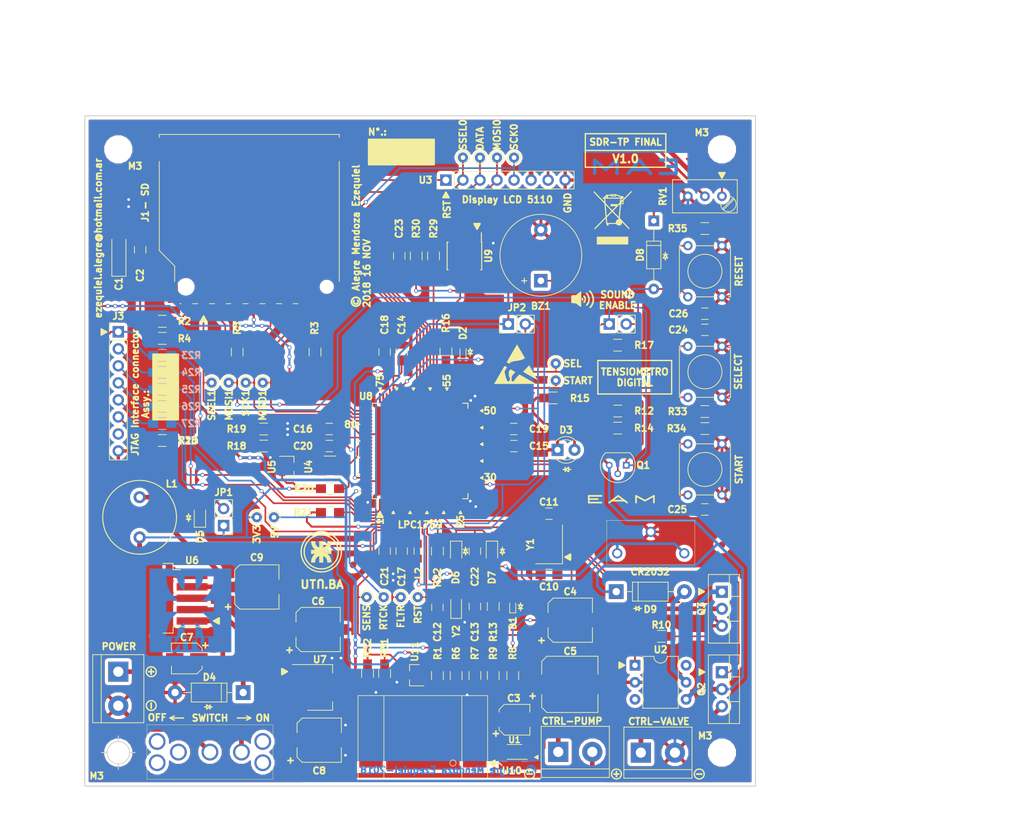
<source format=kicad_pcb>
(kicad_pcb (version 4) (host pcbnew 4.0.7-e2-6376~58~ubuntu16.04.1)
  (title_block (title "TENSIÓMETRO DIGITAL") (date 2018-11-20) (rev A) (company "UTN - FRBA") (comment 1 "Curso: R1032") (comment 2 "Leg.: 153204-2") (comment 3 "Autor: Alegre Mendoza Ezequiel") (comment 4 "SDR - Proyecto Final"))
  (layers (0 F.Cu signal) (31 B.Cu signal) (34 B.Paste user) (35 F.Paste user) (36 B.SilkS user) (37 F.SilkS user) (38 B.Mask user) (39 F.Mask user) (44 Edge.Cuts user))
  (net 0 "")
  (net 1 "Net-(BZ1-Pad1)")
  (net 2 GND)
  (net 3 +3V3)
  (net 4 /Filtrado/IN)
  (net 5 "Net-(C3-Pad2)")
  (net 6 "Net-(C4-Pad1)")
  (net 7 /microcontrolador/FILTER)
  (net 8 /Alimentación/V+)
  (net 9 +5V)
  (net 10 "Net-(C10-Pad1)")
  (net 11 "Net-(C11-Pad1)")
  (net 12 "Net-(C12-Pad1)")
  (net 13 "Net-(C13-Pad1)")
  (net 14 /microcontrolador/VDD_3V3)
  (net 15 /microcontrolador/VREF)
  (net 16 /microcontrolador/VBAT)
  (net 17 /microcontrolador/VIO_3V3X)
  (net 18 "/Controles de usuario/~SELECT")
  (net 19 "/Controles de usuario/~START")
  (net 20 /microcontrolador/~MRESET)
  (net 21 "Net-(D1-Pad2)")
  (net 22 "Net-(D2-Pad2)")
  (net 23 "Net-(D3-Pad2)")
  (net 24 /microcontrolador/~RSTOUT)
  (net 25 "Net-(D4-Pad1)")
  (net 26 "Net-(D5-Pad2)")
  (net 27 "Net-(D7-Pad2)")
  (net 28 "Net-(D9-Pad2)")
  (net 29 /Almacenamiento/SSEL)
  (net 30 /Almacenamiento/MOSI)
  (net 31 /Almacenamiento/SCK)
  (net 32 /Almacenamiento/MISO)
  (net 33 /Almacenamiento/data1)
  (net 34 /Almacenamiento/data2)
  (net 35 "Net-(J1-Pad10)")
  (net 36 "Net-(J1-Pad11)")
  (net 37 "Net-(J1-Pad13)")
  (net 38 "Net-(J2-Pad1)")
  (net 39 /microcontrolador/JTAG_TMS_SWDIOX)
  (net 40 /microcontrolador/JTAG_TCLK_SWCLKX)
  (net 41 /microcontrolador/JTAG_TDO_SWOX)
  (net 42 /microcontrolador/JTAG_TDIX)
  (net 43 /microcontrolador/JTAG_RESETX)
  (net 44 /microcontrolador/EXT_POWX)
  (net 45 "Net-(J4-Pad1)")
  (net 46 "Net-(JP3-Pad1)")
  (net 47 "Net-(Q1-Pad2)")
  (net 48 "/Bomba de aire/VALVULA")
  (net 49 "Net-(Q3-Pad1)")
  (net 50 "Net-(R1-Pad2)")
  (net 51 "Net-(R8-Pad1)")
  (net 52 "Net-(R10-Pad1)")
  (net 53 "/Bomba de aire/BOMBA")
  (net 54 /Indicadores/LED_BUZZER)
  (net 55 "Net-(R18-Pad2)")
  (net 56 /microcontrolador/~ARESET)
  (net 57 "Net-(R21-Pad2)")
  (net 58 "Net-(R22-Pad1)")
  (net 59 /microcontrolador/TMS_SWDIO)
  (net 60 /microcontrolador/TCLK_SWDCLK)
  (net 61 /microcontrolador/TDO_SWO)
  (net 62 /microcontrolador/TDI)
  (net 63 "/Sensor de presión/REG_OUT")
  (net 64 "Net-(SW2-Pad3)")
  (net 65 /Display/CLK)
  (net 66 /Display/CE)
  (net 67 /Display/DATA)
  (net 68 /Display/DIN)
  (net 69 /microcontrolador/RTCK)
  (net 70 "Net-(U1-Pad7)")
  (net 71 "Net-(U2-Pad3)")
  (net 72 "Net-(U2-Pad6)")
  (net 73 /Display/~RST)
  (net 74 "Net-(U4-Pad4)")
  (net 75 "Net-(U4-Pad5)")
  (net 76 "Net-(U8-Pad6)")
  (net 77 "Net-(U8-Pad7)")
  (net 78 "Net-(U8-Pad13)")
  (net 79 "Net-(U8-Pad20)")
  (net 80 "Net-(U8-Pad21)")
  (net 81 "Net-(U8-Pad24)")
  (net 82 "Net-(U8-Pad25)")
  (net 83 "Net-(U8-Pad26)")
  (net 84 "Net-(U8-Pad27)")
  (net 85 "Net-(U8-Pad29)")
  (net 86 "Net-(U8-Pad30)")
  (net 87 "Net-(U8-Pad33)")
  (net 88 "Net-(U8-Pad36)")
  (net 89 "Net-(U8-Pad37)")
  (net 90 "Net-(U8-Pad38)")
  (net 91 "Net-(U8-Pad39)")
  (net 92 "Net-(U8-Pad40)")
  (net 93 "Net-(U8-Pad43)")
  (net 94 "Net-(U8-Pad45)")
  (net 95 "Net-(U8-Pad46)")
  (net 96 "Net-(U8-Pad47)")
  (net 97 "Net-(U8-Pad48)")
  (net 98 "Net-(U8-Pad49)")
  (net 99 "Net-(U8-Pad52)")
  (net 100 "Net-(U8-Pad65)")
  (net 101 "Net-(U8-Pad66)")
  (net 102 "Net-(U8-Pad67)")
  (net 103 "Net-(U8-Pad68)")
  (net 104 "Net-(U8-Pad69)")
  (net 105 "Net-(U8-Pad70)")
  (net 106 "Net-(U8-Pad73)")
  (net 107 "Net-(U8-Pad74)")
  (net 108 "Net-(U8-Pad75)")
  (net 109 "Net-(U8-Pad80)")
  (net 110 "Net-(U8-Pad81)")
  (net 111 "Net-(U8-Pad82)")
  (net 112 "Net-(U8-Pad85)")
  (net 113 "Net-(U8-Pad87)")
  (net 114 "Net-(U8-Pad88)")
  (net 115 "Net-(U8-Pad89)")
  (net 116 "Net-(U8-Pad90)")
  (net 117 "Net-(U8-Pad91)")
  (net 118 "Net-(U8-Pad92)")
  (net 119 "Net-(U8-Pad93)")
  (net 120 "Net-(U8-Pad94)")
  (net 121 "Net-(U8-Pad95)")
  (net 122 "Net-(U8-Pad98)")
  (net 123 "Net-(U8-Pad99)")
  (net 124 "Net-(U10-Pad1)")
  (net 125 "Net-(U10-Pad5)")
  (net 126 "Net-(U10-Pad6)")
  (net 127 "Net-(U10-Pad7)")
  (net 128 "Net-(U10-Pad8)")
  (net 129 "Net-(J5-Pad1)")
  (net 130 /microcontrolador/SDA_EEPROM)
  (net 131 /microcontrolador/SCL_EEPROM)
  (net 132 "Net-(U8-Pad44)")
  (net 133 "Net-(U8-Pad57)")
  (net 134 "Net-(U8-Pad53)")
  (net 135 "Net-(RV1-Pad2)")
  (net 136 /microcontrolador/STATUS_LED)
  (module footprints:mpxv5050gp_case1369_01 (layer F.Cu) (at 150.40538 138.85342)
    (fp_text reference U10 (at 13.265 8.84) (layer F.SilkS) (effects (font (thickness 0.25))))
    (fp_text value MPXV5050GP)
    (pad 5 smd rect (at -7.735 0) (size 3.5 1.5) (layers F.Cu F.Paste F.Mask) (net 125 "Net-(U10-Pad5)"))
    (pad 3 smd rect (at 7.735 2.54) (size 3.5 1.5) (layers F.Cu F.Paste F.Mask) (net 2 GND))
    (pad 4 smd rect (at 7.735 0) (size 3.5 1.5) (layers F.Cu F.Paste F.Mask) (net 4 /Filtrado/IN))
    (pad 2 smd rect (at 7.735 5.08) (size 3.5 1.5) (layers F.Cu F.Paste F.Mask) (net 9 +5V))
    (pad 1 smd rect (at 7.735 7.62) (size 3.5 1.5) (layers F.Cu F.Paste F.Mask) (net 124 "Net-(U10-Pad1)"))
    (pad 6 smd rect (at -7.735 2.54) (size 3.5 1.5) (layers F.Cu F.Paste F.Mask) (net 126 "Net-(U10-Pad6)"))
    (pad 7 smd rect (at -7.735 5.08) (size 3.5 1.5) (layers F.Cu F.Paste F.Mask) (net 127 "Net-(U10-Pad7)"))
    (pad 8 smd rect (at -7.735 7.62) (size 3.5 1.5) (layers F.Cu F.Paste F.Mask) (net 128 "Net-(U10-Pad8)"))
  )
  (module Fiducials:Fiducial_1mm_Dia_2.54mm_Outer_CopperTop (layer F.Cu) (at 190 54.9998)
    (fp_text reference F hide)
    (fp_text value Fiducial_1mm_Dia_2.54mm_Outer_CopperTop)
    (pad ~ smd circle (at 0 0) (size 1 1) (layers F.Cu F.Mask) (clearance 0.77))
  )
  (module Fiducials:Fiducial_1mm_Dia_2.54mm_Outer_CopperTop (layer F.Cu) (at 140 116.9998)
    (fp_text reference F hide)
    (fp_text value Fiducial_1mm_Dia_2.54mm_Outer_CopperTop)
    (pad ~ smd circle (at 0 0) (size 1 1) (layers F.Cu F.Mask) (clearance 0.77))
  )
  (module Fiducials:Fiducial_1mm_Dia_2.54mm_Outer_CopperTop (layer F.Cu) (at 105 59.9998)
    (fp_text reference F hide)
    (fp_text value Fiducial_1mm_Dia_2.54mm_Outer_CopperTop)
    (pad ~ smd circle (at 0 0) (size 1 1) (layers F.Cu F.Mask) (clearance 0.77))
  )
  (module footprints:Crystal_SMD_Abracon_ABM3C-4pin_5.0x3.2mm (layer F.Cu) (at 169.21488 113.93142 90)
    (fp_text reference Y1 (at 0 -2.8 90) (layer F.SilkS) (effects (font (thickness 0.25))))
    (fp_text value 12MHz)
    (pad 1 smd rect (at -1.9 1.15 90) (size 1.6 1.3) (layers F.Cu F.Paste F.Mask) (net 10 "Net-(C10-Pad1)"))
    (pad 3 smd rect (at 1.9 1.15 90) (size 1.6 1.3) (layers F.Cu F.Paste F.Mask))
    (pad 2 smd rect (at 1.9 -1.15 90) (size 1.6 1.3) (layers F.Cu F.Paste F.Mask) (net 11 "Net-(C11-Pad1)"))
    (pad 4 smd rect (at -1.9 -1.15 90) (size 1.6 1.3) (layers F.Cu F.Paste F.Mask))
  )
  (module Socket_Strips:Socket_Strip_Straight_1x08_Pitch2.54mm (layer F.Cu) (at 153.75678 59.57372 90)
    (fp_text reference U3 (at -0.00208 -2.95678 180) (layer F.SilkS) (effects (font (thickness 0.25))))
    (fp_text value display_nokia5110)
    (pad 1 thru_hole rect (at -0.0097 0.0836 90) (size 1.7 1.7) (drill 1) (layers *.Cu *.Mask) (net 73 /Display/~RST))
    (pad 2 thru_hole oval (at -0.0097 2.6236 90) (size 1.7 1.7) (drill 1) (layers *.Cu *.Mask) (net 66 /Display/CE))
    (pad 3 thru_hole oval (at -0.0097 5.1636 90) (size 1.7 1.7) (drill 1) (layers *.Cu *.Mask) (net 67 /Display/DATA))
    (pad 4 thru_hole oval (at -0.0097 7.7036 90) (size 1.7 1.7) (drill 1) (layers *.Cu *.Mask) (net 68 /Display/DIN))
    (pad 5 thru_hole oval (at -0.0097 10.2436 90) (size 1.7 1.7) (drill 1) (layers *.Cu *.Mask) (net 65 /Display/CLK))
    (pad 6 thru_hole oval (at -0.0097 12.7836 90) (size 1.7 1.7) (drill 1) (layers *.Cu *.Mask) (net 3 +3V3))
    (pad 7 thru_hole oval (at -0.0097 15.3236 90) (size 1.7 1.7) (drill 1) (layers *.Cu *.Mask) (net 135 "Net-(RV1-Pad2)"))
    (pad 8 thru_hole oval (at -0.0097 17.8636 90) (size 1.7 1.7) (drill 1) (layers *.Cu *.Mask) (net 2 GND))
  )
  (module footprints:SW_Tactile_Straight_KSL0Axx1LFTR_edit (layer F.Cu) (at 189.91988 91.99942 90)
    (fp_text reference SW3 hide)
    (fp_text value SW_DPST)
    (pad 3 thru_hole circle (at 7.62 0 90) (size 1.397 1.397) (drill 0.8128) (layers *.Cu *.Mask) (net 18 "/Controles de usuario/~SELECT"))
    (pad 4 thru_hole circle (at 7.62 5.08 90) (size 1.397 1.397) (drill 0.8128) (layers *.Cu *.Mask) (net 2 GND))
    (pad 1 thru_hole circle (at 0 0 90) (size 1.397 1.397) (drill 0.8128) (layers *.Cu *.Mask) (net 18 "/Controles de usuario/~SELECT"))
    (pad 2 thru_hole circle (at 0 5.08 90) (size 1.397 1.397) (drill 0.8128) (layers *.Cu *.Mask) (net 2 GND))
  )
  (module Potentiometers:Potentiometer_Trimmer_Bourns_3296W (layer F.Cu) (at 194.99988 61.99942)
    (fp_text reference RV1 (at -8.80498 0.01478 90) (layer F.SilkS) (effects (font (thickness 0.25))))
    (fp_text value 10K)
    (pad 1 thru_hole circle (at 0 0) (size 1.44 1.44) (drill 0.8) (layers *.Cu *.Mask) (net 3 +3V3))
    (pad 2 thru_hole circle (at -2.54 0) (size 1.44 1.44) (drill 0.8) (layers *.Cu *.Mask) (net 135 "Net-(RV1-Pad2)"))
    (pad 3 thru_hole circle (at -5.08 0) (size 1.44 1.44) (drill 0.8) (layers *.Cu *.Mask) (net 2 GND))
  )
  (module Mounting_Holes:MountingHole_3.2mm_M3 (layer F.Cu) (at 194.99988 54.99942)
    (fp_text reference M3 (at -2.99988 -2.49962) (layer F.SilkS) (effects (font (thickness 0.25))))
    (fp_text value MountingHole_3.2mm_M3)
    (pad 1 np_thru_hole circle (at 0 0) (size 3.2 3.2) (drill 3.2) (layers *.Cu *.Mask))
  )
  (module Mounting_Holes:MountingHole_3.2mm_M3 (layer F.Cu) (at 104.99238 54.99942)
    (fp_text reference M3 (at 2.50762 2.50038) (layer F.SilkS) (effects (font (thickness 0.25))))
    (fp_text value MountingHole_3.2mm_M3)
    (pad 1 np_thru_hole circle (at 0 0) (size 3.2 3.2) (drill 3.2) (layers *.Cu *.Mask))
  )
  (module footprints:CR2032_VERTICAL_HOLDER_S8401-46 (layer F.Cu) (at 184.38896 113.66764)
    (fp_text reference RTC_BAT1 hide)
    (fp_text value CR2032)
    (pad 2 thru_hole circle (at 0 -1.6) (size 1.524 1.524) (drill 1) (layers *.Cu *.Mask) (net 2 GND))
    (pad 1 thru_hole circle (at -5 1.6) (size 1.524 1.524) (drill 1) (layers *.Cu *.Mask) (net 27 "Net-(D7-Pad2)"))
    (pad 1 thru_hole circle (at 5 1.6) (size 1.524 1.524) (drill 1) (layers *.Cu *.Mask) (net 27 "Net-(D7-Pad2)"))
  )
  (module Mounting_Holes:MountingHole_3.2mm_M3 (layer F.Cu) (at 194.99238 145.00742)
    (fp_text reference M3 (at -2.49238 -2.50762 180) (layer F.SilkS) (effects (font (thickness 0.25))))
    (fp_text value MountingHole_3.2mm_M3)
    (pad 1 np_thru_hole circle (at 0 0) (size 3.2 3.2) (drill 3.2) (layers *.Cu *.Mask))
  )
  (module Buzzers_Beepers:Buzzer_12x9.5RM7.6 (layer F.Cu) (at 168 74.5998 90)
    (fp_text reference BZ1 (at -3.77838 0.00762 180) (layer F.SilkS) (effects (font (thickness 0.25))))
    (fp_text value Buzzer-5V)
    (fp_text user + (at -0.01 -2.54 90) (layer F.SilkS))
    (pad 1 thru_hole rect (at 0 0 90) (size 2 2) (drill 1) (layers *.Cu *.Mask) (net 1 "Net-(BZ1-Pad1)"))
    (pad 2 thru_hole circle (at 7.6 0 90) (size 2 2) (drill 1) (layers *.Cu *.Mask) (net 2 GND))
  )
  (module Capacitors_Tantalum_SMD:CP_Tantalum_Case-A_EIA-3216-18_Hand (layer F.Cu) (at 105.07988 70.02142 90)
    (fp_text reference C1 (at -5.04838 0 90) (layer F.SilkS) (effects (font (thickness 0.25))))
    (fp_text value "1uF x 16V")
    (pad 1 smd rect (at -2 0 90) (size 3.2 1.5) (layers F.Cu F.Paste F.Mask) (net 3 +3V3))
    (pad 2 smd rect (at 2 0 90) (size 3.2 1.5) (layers F.Cu F.Paste F.Mask) (net 2 GND))
  )
  (module Capacitors_SMD:C_0805_HandSoldering (layer F.Cu) (at 108.25488 69.98942 90)
    (fp_text reference C2 (at -3.81038 0.00012 90) (layer F.SilkS) (effects (font (thickness 0.25))))
    (fp_text value 100n)
    (pad 1 smd rect (at -1.25 0 90) (size 1.5 1.25) (layers F.Cu F.Paste F.Mask) (net 3 +3V3))
    (pad 2 smd rect (at 1.25 0 90) (size 1.5 1.25) (layers F.Cu F.Paste F.Mask) (net 2 GND))
  )
  (module Capacitors_SMD:CP_Elec_4x5.7 (layer F.Cu) (at 164.07038 140.09342)
    (fp_text reference C3 (at -0.1 -3.2) (layer F.SilkS) (effects (font (thickness 0.25))))
    (fp_text value 0.33uF)
    (fp_text user + (at -2.77 2.01) (layer F.SilkS) (effects (font (thickness 0.25))))
    (pad 1 smd rect (at -1.8 0 180) (size 2.6 1.6) (layers F.Cu F.Paste F.Mask) (net 4 /Filtrado/IN))
    (pad 2 smd rect (at 1.8 0 180) (size 2.6 1.6) (layers F.Cu F.Paste F.Mask) (net 5 "Net-(C3-Pad2)"))
  )
  (module Capacitors_SMD:CP_Elec_6.3x4.5 (layer F.Cu) (at 172.38238 125.24242)
    (fp_text reference C4 (at -0.00508 -4.26212) (layer F.SilkS) (effects (font (thickness 0.25))))
    (fp_text value 33uF)
    (fp_text user + (at -4.28 2.96) (layer F.SilkS) (effects (font (thickness 0.25))))
    (pad 1 smd rect (at -2.7 0 180) (size 3.5 1.6) (layers F.Cu F.Paste F.Mask) (net 6 "Net-(C4-Pad1)"))
    (pad 2 smd rect (at 2.7 0 180) (size 3.5 1.6) (layers F.Cu F.Paste F.Mask) (net 2 GND))
  )
  (module Capacitors_SMD:CP_Elec_8x10.5 (layer F.Cu) (at 172.31888 134.81822)
    (fp_text reference C5 (at 0.0635 -4.9403) (layer F.SilkS) (effects (font (thickness 0.25))))
    (fp_text value 330uF)
    (fp_text user + (at -5.5485 1.6752) (layer F.SilkS) (effects (font (thickness 0.25))))
    (pad 1 smd rect (at -3.05 0 180) (size 4 2.5) (layers F.Cu F.Paste F.Mask) (net 7 /microcontrolador/FILTER))
    (pad 2 smd rect (at 3.05 0 180) (size 4 2.5) (layers F.Cu F.Paste F.Mask) (net 2 GND))
  )
  (module Capacitors_SMD:CP_Elec_6.3x5.8 (layer F.Cu) (at 134.79038 126.63942)
    (fp_text reference C6 (at 0 -4.21132) (layer F.SilkS) (effects (font (thickness 0.25))))
    (fp_text value 100uF)
    (fp_text user + (at -4.28 3.01) (layer F.SilkS) (effects (font (thickness 0.25))))
    (pad 1 smd rect (at -2.7 0 180) (size 3.5 1.6) (layers F.Cu F.Paste F.Mask) (net 8 /Alimentación/V+))
    (pad 2 smd rect (at 2.7 0 180) (size 3.5 1.6) (layers F.Cu F.Paste F.Mask) (net 2 GND))
  )
  (module Capacitors_SMD:CP_Elec_4x5.7 (layer F.Cu) (at 115.21038 130.95742 180)
    (fp_text reference C7 (at 0.00848 3.14452 180) (layer F.SilkS) (effects (font (thickness 0.25))))
    (fp_text value 0.47uF)
    (fp_text user + (at -2.77 2.01 180) (layer F.SilkS) (effects (font (thickness 0.25))))
    (pad 1 smd rect (at -1.8 0) (size 2.6 1.6) (layers F.Cu F.Paste F.Mask) (net 8 /Alimentación/V+))
    (pad 2 smd rect (at 1.8 0) (size 2.6 1.6) (layers F.Cu F.Paste F.Mask) (net 2 GND))
  )
  (module Capacitors_SMD:CP_Elec_6.3x4.5 (layer F.Cu) (at 134.95038 143.14942)
    (fp_text reference C8 (at 0 4.56) (layer F.SilkS) (effects (font (thickness 0.25))))
    (fp_text value 47uF)
    (fp_text user + (at -4.28 2.96) (layer F.SilkS) (effects (font (thickness 0.25))))
    (pad 1 smd rect (at -2.7 0 180) (size 3.5 1.6) (layers F.Cu F.Paste F.Mask) (net 9 +5V))
    (pad 2 smd rect (at 2.7 0 180) (size 3.5 1.6) (layers F.Cu F.Paste F.Mask) (net 2 GND))
  )
  (module Capacitors_SMD:CP_Elec_6.3x7.7 (layer F.Cu) (at 125.64638 120.28942)
    (fp_text reference C9 (at -0.00508 -4.38912) (layer F.SilkS) (effects (font (thickness 0.25))))
    (fp_text value 330uF)
    (fp_text user + (at -4.28 2.91) (layer F.SilkS) (effects (font (thickness 0.25))))
    (pad 1 smd rect (at -2.7 0 180) (size 3.5 1.6) (layers F.Cu F.Paste F.Mask) (net 3 +3V3))
    (pad 2 smd rect (at 2.7 0 180) (size 3.5 1.6) (layers F.Cu F.Paste F.Mask) (net 2 GND))
  )
  (module Capacitors_SMD:C_0805_HandSoldering (layer F.Cu) (at 169.21488 118.50342 180)
    (fp_text reference C10 (at 0 -1.75 180) (layer F.SilkS) (effects (font (thickness 0.25))))
    (fp_text value 18pF)
    (pad 1 smd rect (at -1.25 0 180) (size 1.5 1.25) (layers F.Cu F.Paste F.Mask) (net 10 "Net-(C10-Pad1)"))
    (pad 2 smd rect (at 1.25 0 180) (size 1.5 1.25) (layers F.Cu F.Paste F.Mask) (net 2 GND))
  )
  (module Capacitors_SMD:C_0805_HandSoldering (layer F.Cu) (at 169.21488 109.35942)
    (fp_text reference C11 (at 0 -1.75) (layer F.SilkS) (effects (font (thickness 0.25))))
    (fp_text value 18pF)
    (pad 1 smd rect (at -1.25 0) (size 1.5 1.25) (layers F.Cu F.Paste F.Mask) (net 11 "Net-(C11-Pad1)"))
    (pad 2 smd rect (at 1.25 0) (size 1.5 1.25) (layers F.Cu F.Paste F.Mask) (net 2 GND))
  )
  (module Capacitors_SMD:C_0805_HandSoldering (layer F.Cu) (at 152.57788 123.32942 270)
    (fp_text reference C12 (at 3.683 0 270) (layer F.SilkS) (effects (font (thickness 0.25))))
    (fp_text value 5pF)
    (pad 1 smd rect (at -1.25 0 270) (size 1.5 1.25) (layers F.Cu F.Paste F.Mask) (net 12 "Net-(C12-Pad1)"))
    (pad 2 smd rect (at 1.25 0 270) (size 1.5 1.25) (layers F.Cu F.Paste F.Mask) (net 2 GND))
  )
  (module Capacitors_SMD:C_0805_HandSoldering (layer F.Cu) (at 158.16588 123.20242 270)
    (fp_text reference C13 (at 3.81 0 270) (layer F.SilkS) (effects (font (thickness 0.25))))
    (fp_text value 5pF)
    (pad 1 smd rect (at -1.25 0 270) (size 1.5 1.25) (layers F.Cu F.Paste F.Mask) (net 13 "Net-(C13-Pad1)"))
    (pad 2 smd rect (at 1.25 0 270) (size 1.5 1.25) (layers F.Cu F.Paste F.Mask) (net 2 GND))
  )
  (module Capacitors_SMD:C_0805_HandSoldering (layer F.Cu) (at 147.24388 85.23742 90)
    (fp_text reference C14 (at 4.044 0 90) (layer F.SilkS) (effects (font (thickness 0.25))))
    (fp_text value 10nF)
    (pad 1 smd rect (at -1.25 0 90) (size 1.5 1.25) (layers F.Cu F.Paste F.Mask) (net 14 /microcontrolador/VDD_3V3))
    (pad 2 smd rect (at 1.25 0 90) (size 1.5 1.25) (layers F.Cu F.Paste F.Mask) (net 2 GND))
  )
  (module Capacitors_SMD:C_0805_HandSoldering (layer F.Cu) (at 163.973446 99.272104)
    (fp_text reference C15 (at 3.735334 -0.003724) (layer F.SilkS) (effects (font (thickness 0.25))))
    (fp_text value 10nF)
    (pad 1 smd rect (at -1.25 0) (size 1.5 1.25) (layers F.Cu F.Paste F.Mask) (net 14 /microcontrolador/VDD_3V3))
    (pad 2 smd rect (at 1.25 0) (size 1.5 1.25) (layers F.Cu F.Paste F.Mask) (net 2 GND))
  )
  (module Capacitors_SMD:C_0805_HandSoldering (layer F.Cu) (at 136.44888 96.72292 180)
    (fp_text reference C16 (at 3.93688 -0.00038 180) (layer F.SilkS) (effects (font (thickness 0.25))))
    (fp_text value 10nF)
    (pad 1 smd rect (at -1.25 0 180) (size 1.5 1.25) (layers F.Cu F.Paste F.Mask) (net 14 /microcontrolador/VDD_3V3))
    (pad 2 smd rect (at 1.25 0 180) (size 1.5 1.25) (layers F.Cu F.Paste F.Mask) (net 2 GND))
  )
  (module Capacitors_SMD:C_0805_HandSoldering (layer F.Cu) (at 147.24388 114.94742 270)
    (fp_text reference C17 (at 3.83 0 270) (layer F.SilkS) (effects (font (thickness 0.25))))
    (fp_text value 10nF)
    (pad 1 smd rect (at -1.25 0 270) (size 1.5 1.25) (layers F.Cu F.Paste F.Mask) (net 15 /microcontrolador/VREF))
    (pad 2 smd rect (at 1.25 0 270) (size 1.5 1.25) (layers F.Cu F.Paste F.Mask) (net 2 GND))
  )
  (module Capacitors_SMD:C_0805_HandSoldering (layer F.Cu) (at 144.70388 85.23742 90)
    (fp_text reference C18 (at 4.064 0 90) (layer F.SilkS) (effects (font (thickness 0.25))))
    (fp_text value 100nF)
    (pad 1 smd rect (at -1.25 0 90) (size 1.5 1.25) (layers F.Cu F.Paste F.Mask) (net 14 /microcontrolador/VDD_3V3))
    (pad 2 smd rect (at 1.25 0 90) (size 1.5 1.25) (layers F.Cu F.Paste F.Mask) (net 2 GND))
  )
  (module Capacitors_SMD:C_0805_HandSoldering (layer F.Cu) (at 163.96724 96.72292)
    (fp_text reference C19 (at 3.735334 -0.003724) (layer F.SilkS) (effects (font (thickness 0.25))))
    (fp_text value 100nF)
    (pad 1 smd rect (at -1.25 0) (size 1.5 1.25) (layers F.Cu F.Paste F.Mask) (net 14 /microcontrolador/VDD_3V3))
    (pad 2 smd rect (at 1.25 0) (size 1.5 1.25) (layers F.Cu F.Paste F.Mask) (net 2 GND))
  )
  (module Capacitors_SMD:C_0805_HandSoldering (layer F.Cu) (at 136.44888 99.26292 180)
    (fp_text reference C20 (at 3.91148 -0.00038 180) (layer F.SilkS) (effects (font (thickness 0.25))))
    (fp_text value 100nF)
    (pad 1 smd rect (at -1.25 0 180) (size 1.5 1.25) (layers F.Cu F.Paste F.Mask) (net 14 /microcontrolador/VDD_3V3))
    (pad 2 smd rect (at 1.25 0 180) (size 1.5 1.25) (layers F.Cu F.Paste F.Mask) (net 2 GND))
  )
  (module Capacitors_SMD:C_0805_HandSoldering (layer F.Cu) (at 144.70388 114.94742 270)
    (fp_text reference C21 (at 3.72402 0.0075 270) (layer F.SilkS) (effects (font (thickness 0.25))))
    (fp_text value 100nF)
    (pad 1 smd rect (at -1.25 0 270) (size 1.5 1.25) (layers F.Cu F.Paste F.Mask) (net 15 /microcontrolador/VREF))
    (pad 2 smd rect (at 1.25 0 270) (size 1.5 1.25) (layers F.Cu F.Paste F.Mask) (net 2 GND))
  )
  (module Capacitors_SMD:C_0805_HandSoldering (layer F.Cu) (at 158.16588 114.94742 270)
    (fp_text reference C22 (at 3.81 0 270) (layer F.SilkS) (effects (font (thickness 0.25))))
    (fp_text value 100nF)
    (pad 1 smd rect (at -1.25 0 270) (size 1.5 1.25) (layers F.Cu F.Paste F.Mask) (net 16 /microcontrolador/VBAT))
    (pad 2 smd rect (at 1.25 0 270) (size 1.5 1.25) (layers F.Cu F.Paste F.Mask) (net 2 GND))
  )
  (module Capacitors_SMD:C_0805_HandSoldering (layer F.Cu) (at 146.87558 70.90382 270)
    (fp_text reference C23 (at -4.08902 0.01258 270) (layer F.SilkS) (effects (font (thickness 0.25))))
    (fp_text value 100nF)
    (pad 1 smd rect (at -1.25 0 270) (size 1.5 1.25) (layers F.Cu F.Paste F.Mask) (net 17 /microcontrolador/VIO_3V3X))
    (pad 2 smd rect (at 1.25 0 270) (size 1.5 1.25) (layers F.Cu F.Paste F.Mask) (net 2 GND))
  )
  (module Capacitors_SMD:C_0805_HandSoldering (layer F.Cu) (at 192.45588 81.92742)
    (fp_text reference C24 (at -3.97498 0) (layer F.SilkS) (effects (font (thickness 0.25))))
    (fp_text value 100nF)
    (pad 1 smd rect (at -1.25 0) (size 1.5 1.25) (layers F.Cu F.Paste F.Mask) (net 18 "/Controles de usuario/~SELECT"))
    (pad 2 smd rect (at 1.25 0) (size 1.5 1.25) (layers F.Cu F.Paste F.Mask) (net 2 GND))
  )
  (module Capacitors_SMD:C_0805_HandSoldering (layer F.Cu) (at 192.45588 108.72442)
    (fp_text reference C25 (at -4.113116 0) (layer F.SilkS) (effects (font (thickness 0.25))))
    (fp_text value 100nF)
    (pad 1 smd rect (at -1.25 0) (size 1.5 1.25) (layers F.Cu F.Paste F.Mask) (net 19 "/Controles de usuario/~START"))
    (pad 2 smd rect (at 1.25 0) (size 1.5 1.25) (layers F.Cu F.Paste F.Mask) (net 2 GND))
  )
  (module Capacitors_SMD:C_0805_HandSoldering (layer F.Cu) (at 192.45588 79.51442)
    (fp_text reference C26 (at -3.93688 0) (layer F.SilkS) (effects (font (thickness 0.25))))
    (fp_text value 100nF)
    (pad 1 smd rect (at -1.25 0) (size 1.5 1.25) (layers F.Cu F.Paste F.Mask) (net 20 /microcontrolador/~MRESET))
    (pad 2 smd rect (at 1.25 0) (size 1.5 1.25) (layers F.Cu F.Paste F.Mask) (net 2 GND))
  )
  (module Diodes_THT:D_DO-41_SOD81_P10.16mm_Horizontal (layer F.Cu) (at 123.61438 136.03742 180)
    (fp_text reference D4 (at 5.03428 2.28092 180) (layer F.SilkS) (effects (font (thickness 0.25))))
    (fp_text value 1N5817)
    (pad 1 thru_hole rect (at 0 0 180) (size 2.2 2.2) (drill 1.1) (layers *.Cu *.Mask) (net 25 "Net-(D4-Pad1)"))
    (pad 2 thru_hole oval (at 10.16 0 180) (size 2.2 2.2) (drill 1.1) (layers *.Cu *.Mask) (net 2 GND))
  )
  (module Diodes_SMD:D_SOD-323 (layer F.Cu) (at 117.17078 109.86682 90)
    (fp_text reference D5 (at -2.92198 0 270) (layer F.SilkS) (effects (font (thickness 0.25))))
    (fp_text value PMEG1020EA)
    (pad 1 smd rect (at -1.05 0 90) (size 0.6 0.45) (layers F.Cu F.Paste F.Mask) (net 17 /microcontrolador/VIO_3V3X))
    (pad 2 smd rect (at 1.05 0 90) (size 0.6 0.45) (layers F.Cu F.Paste F.Mask) (net 26 "Net-(D5-Pad2)"))
  )
  (module Diodes_SMD:D_SOD-323 (layer F.Cu) (at 155.37188 114.94742 270)
    (fp_text reference D6 (at 3.93738 0.06338 270) (layer F.SilkS) (effects (font (thickness 0.25))))
    (fp_text value 1N4448WS-7-F)
    (pad 1 smd rect (at -1.05 0 270) (size 0.6 0.45) (layers F.Cu F.Paste F.Mask) (net 16 /microcontrolador/VBAT))
    (pad 2 smd rect (at 1.05 0 270) (size 0.6 0.45) (layers F.Cu F.Paste F.Mask) (net 14 /microcontrolador/VDD_3V3))
  )
  (module Diodes_SMD:D_SOD-323 (layer F.Cu) (at 160.70588 114.94742 270)
    (fp_text reference D7 (at 3.93738 -0.00012 270) (layer F.SilkS) (effects (font (thickness 0.25))))
    (fp_text value 1N4448WS-7-F)
    (pad 1 smd rect (at -1.05 0 270) (size 0.6 0.45) (layers F.Cu F.Paste F.Mask) (net 16 /microcontrolador/VBAT))
    (pad 2 smd rect (at 1.05 0 270) (size 0.6 0.45) (layers F.Cu F.Paste F.Mask) (net 27 "Net-(D7-Pad2)"))
  )
  (module Diodes_THT:D_DO-35_SOD27_P10.16mm_Horizontal (layer F.Cu) (at 184.836 65.67142 270)
    (fp_text reference D8 (at 5.08 2.032 270) (layer F.SilkS) (effects (font (thickness 0.25))))
    (fp_text value 1N4148)
    (pad 1 thru_hole rect (at 0 0 270) (size 1.6 1.6) (drill 0.8) (layers *.Cu *.Mask) (net 3 +3V3))
    (pad 2 thru_hole oval (at 10.16 0 270) (size 1.6 1.6) (drill 0.8) (layers *.Cu *.Mask) (net 20 /microcontrolador/~MRESET))
  )
  (module Diodes_THT:D_DO-41_SOD81_P10.16mm_Horizontal (layer F.Cu) (at 179.24038 120.98792)
    (fp_text reference D9 (at 5.07492 2.64668) (layer F.SilkS) (effects (font (thickness 0.25))))
    (fp_text value 1N4001)
    (pad 1 thru_hole rect (at 0 0) (size 2.2 2.2) (drill 1.1) (layers *.Cu *.Mask) (net 9 +5V))
    (pad 2 thru_hole oval (at 10.16 0) (size 2.2 2.2) (drill 1.1) (layers *.Cu *.Mask) (net 28 "Net-(D9-Pad2)"))
  )
  (module footprints:SD_TE_2041021_edit (layer F.Cu) (at 124.57188 66.32842 180)
    (fp_text reference J1 (at 15.57188 1.32842 450) (layer F.SilkS) (effects (font (thickness 0.25))))
    (fp_text value SD_Card)
    (pad 1 smd rect (at 6.875 -11.975 180) (size 1 1.5) (layers F.Cu F.Paste F.Mask) (net 29 /Almacenamiento/SSEL))
    (pad 2 smd rect (at 4.375 -11.975 180) (size 1 1.5) (layers F.Cu F.Paste F.Mask) (net 30 /Almacenamiento/MOSI))
    (pad 3 smd rect (at 1.875 -11.975 180) (size 1 1.5) (layers F.Cu F.Paste F.Mask) (net 2 GND))
    (pad 4 smd rect (at -0.625 -11.975 180) (size 1 1.5) (layers F.Cu F.Paste F.Mask) (net 3 +3V3))
    (pad 5 smd rect (at -3.125 -11.975 180) (size 1 1.5) (layers F.Cu F.Paste F.Mask) (net 31 /Almacenamiento/SCK))
    (pad 6 smd rect (at -5.625 -11.975 180) (size 1 1.5) (layers F.Cu F.Paste F.Mask) (net 2 GND))
    (pad 7 smd rect (at -8.055 -11.975 180) (size 1 1.5) (layers F.Cu F.Paste F.Mask) (net 32 /Almacenamiento/MISO))
    (pad 8 smd rect (at -9.755 -11.975 180) (size 1 1.5) (layers F.Cu F.Paste F.Mask) (net 33 /Almacenamiento/data1))
    (pad 9 smd rect (at 9.375 -11.975 180) (size 1 1.5) (layers F.Cu F.Paste F.Mask) (net 34 /Almacenamiento/data2))
    (pad 10 smd rect (at -11.055 -11.975 180) (size 0.7 1.5) (layers F.Cu F.Paste F.Mask) (net 35 "Net-(J1-Pad10)"))
    (pad 11 smd rect (at -12.255 -11.975 180) (size 0.7 1.5) (layers F.Cu F.Paste F.Mask) (net 36 "Net-(J1-Pad11)"))
    (pad "" np_thru_hole circle (at 9.5 -9.175 180) (size 1.6 1.6) (drill 1.6) (layers *.Cu *.Mask))
    (pad "" np_thru_hole circle (at -11.5 -9.175 180) (size 1.1 1.1) (drill 1.1) (layers *.Cu *.Mask))
    (pad 13 smd rect (at 11.45 -10.175 180) (size 1.5 2.8) (layers F.Cu F.Paste F.Mask) (net 37 "Net-(J1-Pad13)"))
    (pad 13 smd rect (at 13.65 11.325 180) (size 1.5 2.8) (layers F.Cu F.Paste F.Mask) (net 37 "Net-(J1-Pad13)"))
    (pad 13 smd rect (at -13.65 11.325 180) (size 1.5 2.8) (layers F.Cu F.Paste F.Mask) (net 37 "Net-(J1-Pad13)"))
    (pad 12 smd rect (at -13.65 -10.175 180) (size 1.5 2.8) (layers F.Cu F.Paste F.Mask) (net 2 GND))
  )
  (module footprints:TerminalBlock_bornier-2_P5.08mm (layer F.Cu) (at 104.99238 132.92742 270)
    (fp_text reference J2 hide)
    (fp_text value "BAT 9V ")
    (pad 1 thru_hole rect (at 0 0 270) (size 3 3) (drill 1.52) (layers *.Cu *.Mask) (net 38 "Net-(J2-Pad1)"))
    (pad 2 thru_hole circle (at 5.08 0 270) (size 3 3) (drill 1.52) (layers *.Cu *.Mask) (net 2 GND))
  )
  (module Socket_Strips:Socket_Strip_Straight_1x08_Pitch2.54mm (layer F.Cu) (at 104.99988 82.21942)
    (fp_text reference J3 (at 0 -2.33) (layer F.SilkS) (effects (font (thickness 0.25))))
    (fp_text value Programacion)
    (pad 1 thru_hole rect (at 0 0) (size 1.7 1.7) (drill 1) (layers *.Cu *.Mask) (net 17 /microcontrolador/VIO_3V3X))
    (pad 2 thru_hole oval (at 0 2.54) (size 1.7 1.7) (drill 1) (layers *.Cu *.Mask) (net 39 /microcontrolador/JTAG_TMS_SWDIOX))
    (pad 3 thru_hole oval (at 0 5.08) (size 1.7 1.7) (drill 1) (layers *.Cu *.Mask) (net 40 /microcontrolador/JTAG_TCLK_SWCLKX))
    (pad 4 thru_hole oval (at 0 7.62) (size 1.7 1.7) (drill 1) (layers *.Cu *.Mask) (net 41 /microcontrolador/JTAG_TDO_SWOX))
    (pad 5 thru_hole oval (at 0 10.16) (size 1.7 1.7) (drill 1) (layers *.Cu *.Mask) (net 42 /microcontrolador/JTAG_TDIX))
    (pad 6 thru_hole oval (at 0 12.7) (size 1.7 1.7) (drill 1) (layers *.Cu *.Mask) (net 43 /microcontrolador/JTAG_RESETX))
    (pad 7 thru_hole oval (at 0 15.24) (size 1.7 1.7) (drill 1) (layers *.Cu *.Mask) (net 44 /microcontrolador/EXT_POWX))
    (pad 8 thru_hole oval (at 0 17.78) (size 1.7 1.7) (drill 1) (layers *.Cu *.Mask) (net 2 GND))
  )
  (module footprints:TerminalBlock_bornier-2_P5.08mm (layer F.Cu) (at 182.91238 145.00742)
    (fp_text reference J4 hide)
    (fp_text value VALVE)
    (pad 1 thru_hole rect (at 0 0) (size 3 3) (drill 1.52) (layers *.Cu *.Mask) (net 45 "Net-(J4-Pad1)"))
    (pad 2 thru_hole circle (at 5.08 0) (size 3 3) (drill 1.52) (layers *.Cu *.Mask) (net 2 GND))
  )
  (module Socket_Strips:Socket_Strip_Straight_1x02_Pitch2.54mm (layer F.Cu) (at 120.70078 111.1378 180)
    (fp_text reference JP1 (at -0.01292 4.9657 180) (layer F.SilkS) (effects (font (thickness 0.25))))
    (fp_text value Jumper)
    (pad 1 thru_hole rect (at 0 0 180) (size 1.7 1.7) (drill 1) (layers *.Cu *.Mask) (net 3 +3V3))
    (pad 2 thru_hole oval (at 0 2.54 180) (size 1.7 1.7) (drill 1) (layers *.Cu *.Mask) (net 26 "Net-(D5-Pad2)"))
  )
  (module Socket_Strips:Socket_Strip_Straight_1x02_Pitch2.54mm (layer F.Cu) (at 163.15202 81.06674 90)
    (fp_text reference JP2 (at 2.45364 1.27508 180) (layer F.SilkS) (effects (font (thickness 0.25))))
    (fp_text value Jumper)
    (pad 1 thru_hole rect (at 0 0 90) (size 1.7 1.7) (drill 1) (layers *.Cu *.Mask) (net 17 /microcontrolador/VIO_3V3X))
    (pad 2 thru_hole oval (at 0 2.54 90) (size 1.7 1.7) (drill 1) (layers *.Cu *.Mask) (net 14 /microcontrolador/VDD_3V3))
  )
  (module Socket_Strips:Socket_Strip_Straight_1x02_Pitch2.54mm (layer F.Cu) (at 178.18882 81.06674 90)
    (fp_text reference JP3 hide)
    (fp_text value Jumper)
    (pad 1 thru_hole rect (at 0 0 90) (size 1.7 1.7) (drill 1) (layers *.Cu *.Mask) (net 46 "Net-(JP3-Pad1)"))
    (pad 2 thru_hole oval (at 0 2.54 90) (size 1.7 1.7) (drill 1) (layers *.Cu *.Mask) (net 1 "Net-(BZ1-Pad1)"))
  )
  (module footprints:RFC1010 (layer F.Cu) (at 108.17038 109.89342 270)
    (fp_text reference L1 (at -4.99132 -4.79632 360) (layer F.SilkS) (effects (font (thickness 0.25))))
    (fp_text value 330uH)
    (pad 2 thru_hole circle (at 3 0 270) (size 1.8 1.8) (drill 1) (layers *.Cu F.Paste F.Mask) (net 3 +3V3))
    (pad 1 thru_hole circle (at -3 0 270) (size 1.8 1.8) (drill 1) (layers *.Cu F.Paste F.Mask) (net 25 "Net-(D4-Pad1)"))
  )
  (module Inductors_SMD:L_0603_HandSoldering (layer F.Cu) (at 149.78388 114.94742 270)
    (fp_text reference L2 (at 3.30238 0 270) (layer F.SilkS) (effects (font (thickness 0.25))))
    (fp_text value BK1608HS220-T)
    (pad 1 smd rect (at -1.1 0 270) (size 1.2 0.9) (layers F.Cu F.Paste F.Mask) (net 15 /microcontrolador/VREF))
    (pad 2 smd rect (at 1.1 0 270) (size 1.2 0.9) (layers F.Cu F.Paste F.Mask) (net 14 /microcontrolador/VDD_3V3))
  )
  (module TO_SOT_Packages_THT:TO-92_Molded_Narrow (layer F.Cu) (at 180.7339 102.12334 180)
    (fp_text reference Q1 (at -2.54 0 180) (layer F.SilkS) (effects (font (thickness 0.25))))
    (fp_text value BC557)
    (pad 2 thru_hole circle (at 1.27 -1.27 270) (size 1 1) (drill 0.6) (layers *.Cu *.Mask) (net 47 "Net-(Q1-Pad2)"))
    (pad 3 thru_hole circle (at 2.54 0 270) (size 1 1) (drill 0.6) (layers *.Cu *.Mask) (net 9 +5V))
    (pad 1 thru_hole rect (at 0 0 270) (size 1 1) (drill 0.6) (layers *.Cu *.Mask) (net 46 "Net-(JP3-Pad1)"))
  )
  (module TO_SOT_Packages_THT:TO-220-3_Vertical (layer F.Cu) (at 194.99238 133.00742 270)
    (fp_text reference Q2 (at 2.51438 3.04438 270) (layer F.SilkS) (effects (font (thickness 0.25))))
    (fp_text value TIP31)
    (pad 1 thru_hole rect (at 0 0 270) (size 1.8 1.8) (drill 1) (layers *.Cu *.Mask) (net 48 "/Bomba de aire/VALVULA"))
    (pad 2 thru_hole oval (at 2.54 0 270) (size 1.8 1.8) (drill 1) (layers *.Cu *.Mask) (net 9 +5V))
    (pad 3 thru_hole oval (at 5.08 0 270) (size 1.8 1.8) (drill 1) (layers *.Cu *.Mask) (net 45 "Net-(J4-Pad1)"))
  )
  (module TO_SOT_Packages_THT:TO-220-3_Vertical (layer F.Cu) (at 194.99238 121.00742 270)
    (fp_text reference Q3 (at 2.52558 3.04438 270) (layer F.SilkS) (effects (font (thickness 0.25))))
    (fp_text value TIP31)
    (pad 1 thru_hole rect (at 0 0 270) (size 1.8 1.8) (drill 1) (layers *.Cu *.Mask) (net 49 "Net-(Q3-Pad1)"))
    (pad 2 thru_hole oval (at 2.54 0 270) (size 1.8 1.8) (drill 1) (layers *.Cu *.Mask) (net 129 "Net-(J5-Pad1)"))
    (pad 3 thru_hole oval (at 5.08 0 270) (size 1.8 1.8) (drill 1) (layers *.Cu *.Mask) (net 2 GND))
  )
  (module Resistors_SMD:R_0805_HandSoldering (layer F.Cu) (at 152.57788 133.48942 270)
    (fp_text reference R1 (at -3.302 -0.0508 270) (layer F.SilkS) (effects (font (thickness 0.25))))
    (fp_text value 24k)
    (pad 1 smd rect (at -1.35 0 270) (size 1.5 1.3) (layers F.Cu F.Paste F.Mask) (net 9 +5V))
    (pad 2 smd rect (at 1.35 0 270) (size 1.5 1.3) (layers F.Cu F.Paste F.Mask) (net 50 "Net-(R1-Pad2)"))
  )
  (module Resistors_SMD:R_0805_HandSoldering (layer F.Cu) (at 111.55688 80.65742)
    (fp_text reference R2 (at 3.302 0) (layer F.SilkS) (effects (font (thickness 0.25))))
    (fp_text value 10K)
    (pad 1 smd rect (at -1.35 0) (size 1.5 1.3) (layers F.Cu F.Paste F.Mask) (net 3 +3V3))
    (pad 2 smd rect (at 1.35 0) (size 1.5 1.3) (layers F.Cu F.Paste F.Mask) (net 34 /Almacenamiento/data2))
  )
  (module Resistors_SMD:R_0805_HandSoldering (layer F.Cu) (at 134.32798 85.23742 90)
    (fp_text reference R3 (at 3.556 -0.0456 90) (layer F.SilkS) (effects (font (thickness 0.25))))
    (fp_text value 10K)
    (pad 1 smd rect (at -1.35 0 90) (size 1.5 1.3) (layers F.Cu F.Paste F.Mask) (net 3 +3V3))
    (pad 2 smd rect (at 1.35 0 90) (size 1.5 1.3) (layers F.Cu F.Paste F.Mask) (net 33 /Almacenamiento/data1))
  )
  (module Resistors_SMD:R_0805_HandSoldering (layer F.Cu) (at 111.55688 83.19742)
    (fp_text reference R4 (at 3.302 0.041816) (layer F.SilkS) (effects (font (thickness 0.25))))
    (fp_text value 33K)
    (pad 1 smd rect (at -1.35 0) (size 1.5 1.3) (layers F.Cu F.Paste F.Mask) (net 3 +3V3))
    (pad 2 smd rect (at 1.35 0) (size 1.5 1.3) (layers F.Cu F.Paste F.Mask) (net 29 /Almacenamiento/SSEL))
  )
  (module Resistors_SMD:R_0805_HandSoldering (layer F.Cu) (at 122.72538 85.23742 270)
    (fp_text reference R5 (at -3.556 0 270) (layer F.SilkS) (effects (font (thickness 0.25))))
    (fp_text value 33K)
    (pad 1 smd rect (at -1.35 0 270) (size 1.5 1.3) (layers F.Cu F.Paste F.Mask) (net 3 +3V3))
    (pad 2 smd rect (at 1.35 0 270) (size 1.5 1.3) (layers F.Cu F.Paste F.Mask) (net 30 /Almacenamiento/MOSI))
  )
  (module Resistors_SMD:R_0805_HandSoldering (layer F.Cu) (at 155.37188 133.48942 270)
    (fp_text reference R6 (at -3.302 0 270) (layer F.SilkS) (effects (font (thickness 0.25))))
    (fp_text value 10k)
    (pad 1 smd rect (at -1.35 0 270) (size 1.5 1.3) (layers F.Cu F.Paste F.Mask) (net 50 "Net-(R1-Pad2)"))
    (pad 2 smd rect (at 1.35 0 270) (size 1.5 1.3) (layers F.Cu F.Paste F.Mask) (net 2 GND))
  )
  (module Resistors_SMD:R_0805_HandSoldering (layer F.Cu) (at 158.16588 133.48942 270)
    (fp_text reference R7 (at -3.302 0 270) (layer F.SilkS) (effects (font (thickness 0.25))))
    (fp_text value 1M)
    (pad 1 smd rect (at -1.35 0 270) (size 1.5 1.3) (layers F.Cu F.Paste F.Mask) (net 50 "Net-(R1-Pad2)"))
    (pad 2 smd rect (at 1.35 0 270) (size 1.5 1.3) (layers F.Cu F.Paste F.Mask) (net 5 "Net-(C3-Pad2)"))
  )
  (module Resistors_SMD:R_0805_HandSoldering (layer F.Cu) (at 163.80988 133.49742 90)
    (fp_text reference R8 (at 3.31 0 90) (layer F.SilkS) (effects (font (thickness 0.25))))
    (fp_text value 1k)
    (pad 1 smd rect (at -1.35 0 90) (size 1.5 1.3) (layers F.Cu F.Paste F.Mask) (net 51 "Net-(R8-Pad1)"))
    (pad 2 smd rect (at 1.35 0 90) (size 1.5 1.3) (layers F.Cu F.Paste F.Mask) (net 6 "Net-(C4-Pad1)"))
  )
  (module Resistors_SMD:R_0805_HandSoldering (layer F.Cu) (at 160.8965 133.48942 270)
    (fp_text reference R9 (at -3.302 0 270) (layer F.SilkS) (effects (font (thickness 0.25))))
    (fp_text value 120k)
    (pad 1 smd rect (at -1.35 0 270) (size 1.5 1.3) (layers F.Cu F.Paste F.Mask) (net 7 /microcontrolador/FILTER))
    (pad 2 smd rect (at 1.35 0 270) (size 1.5 1.3) (layers F.Cu F.Paste F.Mask) (net 51 "Net-(R8-Pad1)"))
  )
  (module Resistors_SMD:R_0805_HandSoldering (layer F.Cu) (at 185.97138 127.65542)
    (fp_text reference R10 (at 0 -1.7) (layer F.SilkS) (effects (font (thickness 0.25))))
    (fp_text value 330R)
    (pad 1 smd rect (at -1.35 0) (size 1.5 1.3) (layers F.Cu F.Paste F.Mask) (net 52 "Net-(R10-Pad1)"))
    (pad 2 smd rect (at 1.35 0) (size 1.5 1.3) (layers F.Cu F.Paste F.Mask) (net 53 "/Bomba de aire/BOMBA"))
  )
  (module Resistors_SMD:R_0805_HandSoldering (layer F.Cu) (at 179.4714 94.03814 180)
    (fp_text reference R12 (at -3.92188 0.00978 180) (layer F.SilkS) (effects (font (thickness 0.25))))
    (fp_text value 4k7)
    (pad 1 smd rect (at -1.35 0 180) (size 1.5 1.3) (layers F.Cu F.Paste F.Mask) (net 47 "Net-(Q1-Pad2)"))
    (pad 2 smd rect (at 1.35 0 180) (size 1.5 1.3) (layers F.Cu F.Paste F.Mask) (net 54 /Indicadores/LED_BUZZER))
  )
  (module Resistors_SMD:R_0805_HandSoldering (layer F.Cu) (at 179.46124 96.58322)
    (fp_text reference R14 (at 3.9168 0.00038) (layer F.SilkS) (effects (font (thickness 0.25))))
    (fp_text value 10K)
    (pad 1 smd rect (at -1.35 0) (size 1.5 1.3) (layers F.Cu F.Paste F.Mask) (net 9 +5V))
    (pad 2 smd rect (at 1.35 0) (size 1.5 1.3) (layers F.Cu F.Paste F.Mask) (net 47 "Net-(Q1-Pad2)"))
  )
  (module Resistors_SMD:R_0805_HandSoldering (layer F.Cu) (at 169.84988 92.08742)
    (fp_text reference R15 (at 3.9624 0.0508) (layer F.SilkS) (effects (font (thickness 0.25))))
    (fp_text value 220R)
    (pad 1 smd rect (at -1.35 0) (size 1.5 1.3) (layers F.Cu F.Paste F.Mask) (net 23 "Net-(D3-Pad2)"))
    (pad 2 smd rect (at 1.35 0) (size 1.5 1.3) (layers F.Cu F.Paste F.Mask) (net 46 "Net-(JP3-Pad1)"))
  )
  (module Resistors_SMD:R_0805_HandSoldering (layer F.Cu) (at 179.4385 84.2138 180)
    (fp_text reference R17 (at -3.9624 0 180) (layer F.SilkS) (effects (font (thickness 0.25))))
    (fp_text value 0R)
    (pad 1 smd rect (at -1.35 0 180) (size 1.5 1.3) (layers F.Cu F.Paste F.Mask) (net 1 "Net-(BZ1-Pad1)"))
    (pad 2 smd rect (at 1.35 0 180) (size 1.5 1.3) (layers F.Cu F.Paste F.Mask) (net 46 "Net-(JP3-Pad1)"))
  )
  (module Resistors_SMD:R_0805_HandSoldering (layer F.Cu) (at 126.66988 99.26292)
    (fp_text reference R18 (at -4.05118 0.00038) (layer F.SilkS) (effects (font (thickness 0.25))))
    (fp_text value 1K8)
    (pad 1 smd rect (at -1.35 0) (size 1.5 1.3) (layers F.Cu F.Paste F.Mask) (net 9 +5V))
    (pad 2 smd rect (at 1.35 0) (size 1.5 1.3) (layers F.Cu F.Paste F.Mask) (net 55 "Net-(R18-Pad2)"))
  )
  (module Resistors_SMD:R_0805_HandSoldering (layer F.Cu) (at 126.66988 96.72292)
    (fp_text reference R19 (at -4.05118 0.00038) (layer F.SilkS) (effects (font (thickness 0.25))))
    (fp_text value 3K3)
    (pad 1 smd rect (at -1.35 0) (size 1.5 1.3) (layers F.Cu F.Paste F.Mask) (net 55 "Net-(R18-Pad2)"))
    (pad 2 smd rect (at 1.35 0) (size 1.5 1.3) (layers F.Cu F.Paste F.Mask) (net 2 GND))
  )
  (module Resistors_SMD:R_0805_HandSoldering (layer F.Cu) (at 136.56318 105.62308)
    (fp_text reference R20 (at -3.8735 0) (layer F.SilkS) (effects (font (thickness 0.25))))
    (fp_text value 470K)
    (pad 1 smd rect (at -1.35 0) (size 1.5 1.3) (layers F.Cu F.Paste F.Mask) (net 3 +3V3))
    (pad 2 smd rect (at 1.35 0) (size 1.5 1.3) (layers F.Cu F.Paste F.Mask) (net 56 /microcontrolador/~ARESET))
  )
  (module Resistors_SMD:R_0805_HandSoldering (layer F.Cu) (at 136.56318 109.15914)
    (fp_text reference R21 (at -3.984 0) (layer F.SilkS) (effects (font (thickness 0.25))))
    (fp_text value 10K)
    (pad 1 smd rect (at -1.35 0) (size 1.5 1.3) (layers F.Cu F.Paste F.Mask) (net 17 /microcontrolador/VIO_3V3X))
    (pad 2 smd rect (at 1.35 0) (size 1.5 1.3) (layers F.Cu F.Paste F.Mask) (net 57 "Net-(R21-Pad2)"))
  )
  (module Resistors_SMD:R_0805_HandSoldering (layer F.Cu) (at 152.57788 114.94742 270)
    (fp_text reference R22 (at 3.937 0 270) (layer F.SilkS) (effects (font (thickness 0.25))))
    (fp_text value 100K)
    (pad 1 smd rect (at -1.35 0 270) (size 1.5 1.3) (layers F.Cu F.Paste F.Mask) (net 58 "Net-(R22-Pad1)"))
    (pad 2 smd rect (at 1.35 0 270) (size 1.5 1.3) (layers F.Cu F.Paste F.Mask) (net 13 "Net-(C13-Pad1)"))
  )
  (module Resistors_SMD:R_0805_HandSoldering (layer B.Cu) (at 111.55688 85.73742)
    (fp_text reference R23 (at 4.31812 0.00038) (layer B.SilkS) (effects (font (thickness 0.25)) (justify mirror)))
    (fp_text value 12K)
    (pad 1 smd rect (at -1.35 0) (size 1.5 1.3) (layers B.Cu B.Paste B.Mask) (net 17 /microcontrolador/VIO_3V3X))
    (pad 2 smd rect (at 1.35 0) (size 1.5 1.3) (layers B.Cu B.Paste B.Mask) (net 20 /microcontrolador/~MRESET))
  )
  (module Resistors_SMD:R_0805_HandSoldering (layer B.Cu) (at 111.55688 88.27742)
    (fp_text reference R24 (at 4.31812 0) (layer B.SilkS) (effects (font (thickness 0.25)) (justify mirror)))
    (fp_text value 0R)
    (pad 1 smd rect (at -1.35 0) (size 1.5 1.3) (layers B.Cu B.Paste B.Mask) (net 39 /microcontrolador/JTAG_TMS_SWDIOX))
    (pad 2 smd rect (at 1.35 0) (size 1.5 1.3) (layers B.Cu B.Paste B.Mask) (net 59 /microcontrolador/TMS_SWDIO))
  )
  (module Resistors_SMD:R_0805_HandSoldering (layer B.Cu) (at 111.55688 90.81742)
    (fp_text reference R25 (at 4.31812 0.00038) (layer B.SilkS) (effects (font (thickness 0.25)) (justify mirror)))
    (fp_text value 0R)
    (pad 1 smd rect (at -1.35 0) (size 1.5 1.3) (layers B.Cu B.Paste B.Mask) (net 40 /microcontrolador/JTAG_TCLK_SWCLKX))
    (pad 2 smd rect (at 1.35 0) (size 1.5 1.3) (layers B.Cu B.Paste B.Mask) (net 60 /microcontrolador/TCLK_SWDCLK))
  )
  (module Resistors_SMD:R_0805_HandSoldering (layer B.Cu) (at 111.55688 93.35742)
    (fp_text reference R26 (at 4.31812 0.00038) (layer B.SilkS) (effects (font (thickness 0.25)) (justify mirror)))
    (fp_text value 0R)
    (pad 1 smd rect (at -1.35 0) (size 1.5 1.3) (layers B.Cu B.Paste B.Mask) (net 41 /microcontrolador/JTAG_TDO_SWOX))
    (pad 2 smd rect (at 1.35 0) (size 1.5 1.3) (layers B.Cu B.Paste B.Mask) (net 61 /microcontrolador/TDO_SWO))
  )
  (module Resistors_SMD:R_0805_HandSoldering (layer B.Cu) (at 111.55688 95.89742)
    (fp_text reference R27 (at 4.29272 0.00038) (layer B.SilkS) (effects (font (thickness 0.25)) (justify mirror)))
    (fp_text value 0R)
    (pad 1 smd rect (at -1.35 0) (size 1.5 1.3) (layers B.Cu B.Paste B.Mask) (net 42 /microcontrolador/JTAG_TDIX))
    (pad 2 smd rect (at 1.35 0) (size 1.5 1.3) (layers B.Cu B.Paste B.Mask) (net 62 /microcontrolador/TDI))
  )
  (module Resistors_SMD:R_0805_HandSoldering (layer F.Cu) (at 111.55688 98.43742)
    (fp_text reference R28 (at 3.81 0) (layer F.SilkS) (effects (font (thickness 0.25))))
    (fp_text value 0R)
    (pad 1 smd rect (at -1.35 0) (size 1.5 1.3) (layers F.Cu F.Paste F.Mask) (net 43 /microcontrolador/JTAG_RESETX))
    (pad 2 smd rect (at 1.35 0) (size 1.5 1.3) (layers F.Cu F.Paste F.Mask) (net 20 /microcontrolador/~MRESET))
  )
  (module Resistors_SMD:R_0805_HandSoldering (layer F.Cu) (at 151.99988 70.90382 270)
    (fp_text reference R29 (at -4.08902 -0.00662 270) (layer F.SilkS) (effects (font (thickness 0.25))))
    (fp_text value 3K3)
    (pad 1 smd rect (at -1.35 0 270) (size 1.5 1.3) (layers F.Cu F.Paste F.Mask) (net 17 /microcontrolador/VIO_3V3X))
    (pad 2 smd rect (at 1.35 0 270) (size 1.5 1.3) (layers F.Cu F.Paste F.Mask) (net 130 /microcontrolador/SDA_EEPROM))
  )
  (module Resistors_SMD:R_0805_HandSoldering (layer F.Cu) (at 149.41558 70.90382 270)
    (fp_text reference R30 (at -4.08902 0 270) (layer F.SilkS) (effects (font (thickness 0.25))))
    (fp_text value 3K3)
    (pad 1 smd rect (at -1.35 0 270) (size 1.5 1.3) (layers F.Cu F.Paste F.Mask) (net 17 /microcontrolador/VIO_3V3X))
    (pad 2 smd rect (at 1.35 0 270) (size 1.5 1.3) (layers F.Cu F.Paste F.Mask) (net 131 /microcontrolador/SCL_EEPROM))
  )
  (module Resistors_SMD:R_0805_HandSoldering (layer F.Cu) (at 144.70388 133.19008 270)
    (fp_text reference R31 (at -3.81 0 270) (layer F.SilkS) (effects (font (thickness 0.25))))
    (fp_text value 18k)
    (pad 1 smd rect (at -1.35 0 270) (size 1.5 1.3) (layers F.Cu F.Paste F.Mask) (net 63 "/Sensor de presión/REG_OUT"))
    (pad 2 smd rect (at 1.35 0 270) (size 1.5 1.3) (layers F.Cu F.Paste F.Mask) (net 4 /Filtrado/IN))
  )
  (module Resistors_SMD:R_0805_HandSoldering (layer F.Cu) (at 142.15892 133.19008 270)
    (fp_text reference R32 (at -3.81 0 270) (layer F.SilkS) (effects (font (thickness 0.25))))
    (fp_text value 33K)
    (pad 1 smd rect (at -1.35 0 270) (size 1.5 1.3) (layers F.Cu F.Paste F.Mask) (net 63 "/Sensor de presión/REG_OUT"))
    (pad 2 smd rect (at 1.35 0 270) (size 1.5 1.3) (layers F.Cu F.Paste F.Mask) (net 2 GND))
  )
  (module Resistors_SMD:R_0805_HandSoldering (layer F.Cu) (at 192.45588 94.11942 180)
    (fp_text reference R33 (at 4.064 0 180) (layer F.SilkS) (effects (font (thickness 0.25))))
    (fp_text value 10k)
    (pad 1 smd rect (at -1.35 0 180) (size 1.5 1.3) (layers F.Cu F.Paste F.Mask) (net 3 +3V3))
    (pad 2 smd rect (at 1.35 0 180) (size 1.5 1.3) (layers F.Cu F.Paste F.Mask) (net 18 "/Controles de usuario/~SELECT"))
  )
  (module Resistors_SMD:R_0805_HandSoldering (layer F.Cu) (at 192.45588 96.65942 180)
    (fp_text reference R34 (at 4.220116 0 180) (layer F.SilkS) (effects (font (thickness 0.25))))
    (fp_text value 10k)
    (pad 1 smd rect (at -1.35 0 180) (size 1.5 1.3) (layers F.Cu F.Paste F.Mask) (net 3 +3V3))
    (pad 2 smd rect (at 1.35 0 180) (size 1.5 1.3) (layers F.Cu F.Paste F.Mask) (net 19 "/Controles de usuario/~START"))
  )
  (module Resistors_SMD:R_0805_HandSoldering (layer F.Cu) (at 192.45588 66.81442 180)
    (fp_text reference R35 (at 4.064 -0.00038 180) (layer F.SilkS) (effects (font (thickness 0.25))))
    (fp_text value 4k7)
    (pad 1 smd rect (at -1.35 0 180) (size 1.5 1.3) (layers F.Cu F.Paste F.Mask) (net 3 +3V3))
    (pad 2 smd rect (at 1.35 0 180) (size 1.5 1.3) (layers F.Cu F.Paste F.Mask) (net 20 /microcontrolador/~MRESET))
  )
  (module footprints:E_SWITCH_100SP5T4B4VS2QE (layer F.Cu) (at 118.66138 144.92742)
    (fp_text reference SW2 hide)
    (fp_text value SW_SPDT)
    (pad 1 thru_hole circle (at 4.699 0) (size 2.5 2.5) (drill 1.85) (layers *.Cu *.Mask) (net 8 /Alimentación/V+))
    (pad 2 thru_hole circle (at 0 0) (size 2.5 2.5) (drill 1.85) (layers *.Cu *.Mask) (net 38 "Net-(J2-Pad1)"))
    (pad 3 thru_hole circle (at -4.699 0) (size 2.5 2.5) (drill 1.85) (layers *.Cu *.Mask) (net 64 "Net-(SW2-Pad3)"))
    (pad "" np_thru_hole circle (at -7.874 1.5875) (size 2.5 2.5) (drill 1.85) (layers *.Cu *.Mask))
    (pad "" np_thru_hole circle (at 7.874 1.5875) (size 2.5 2.5) (drill 1.85) (layers *.Cu *.Mask))
    (pad "" np_thru_hole circle (at -7.874 -1.5875) (size 2.5 2.5) (drill 1.85) (layers *.Cu *.Mask))
    (pad "" np_thru_hole circle (at 7.874 -1.5875) (size 2.5 2.5) (drill 1.85) (layers *.Cu *.Mask))
  )
  (module footprints:SW_Tactile_Straight_KSL0Axx1LFTR_edit (layer F.Cu) (at 189.91988 106.562858 90)
    (fp_text reference SW4 hide)
    (fp_text value SW_DPST)
    (pad 3 thru_hole circle (at 7.62 0 90) (size 1.397 1.397) (drill 0.8128) (layers *.Cu *.Mask) (net 19 "/Controles de usuario/~START"))
    (pad 4 thru_hole circle (at 7.62 5.08 90) (size 1.397 1.397) (drill 0.8128) (layers *.Cu *.Mask) (net 2 GND))
    (pad 1 thru_hole circle (at 0 0 90) (size 1.397 1.397) (drill 0.8128) (layers *.Cu *.Mask) (net 19 "/Controles de usuario/~START"))
    (pad 2 thru_hole circle (at 0 5.08 90) (size 1.397 1.397) (drill 0.8128) (layers *.Cu *.Mask) (net 2 GND))
  )
  (module footprints:SW_Tactile_Straight_KSL0Axx1LFTR_edit (layer F.Cu) (at 189.91988 76.99942 90)
    (fp_text reference SW5 hide)
    (fp_text value SW_DPST)
    (pad 3 thru_hole circle (at 7.62 0 90) (size 1.397 1.397) (drill 0.8128) (layers *.Cu *.Mask) (net 20 /microcontrolador/~MRESET))
    (pad 4 thru_hole circle (at 7.62 5.08 90) (size 1.397 1.397) (drill 0.8128) (layers *.Cu *.Mask) (net 2 GND))
    (pad 1 thru_hole circle (at 0 0 90) (size 1.397 1.397) (drill 0.8128) (layers *.Cu *.Mask) (net 20 /microcontrolador/~MRESET))
    (pad 2 thru_hole circle (at 0 5.08 90) (size 1.397 1.397) (drill 0.8128) (layers *.Cu *.Mask) (net 2 GND))
  )
  (module footprints:TestPoint_THTPad_D1.5mm_Drill0.7mm (layer F.Cu) (at 128.194 109.89342 90)
    (fp_text reference TP1 hide)
    (fp_text value 5V)
    (pad 1 thru_hole circle (at 0 0 90) (size 1.5 1.5) (drill 0.7) (layers *.Cu *.Mask) (net 9 +5V))
  )
  (module footprints:TestPoint_THTPad_D1.5mm_Drill0.7mm (layer F.Cu) (at 125.654 109.89342 90)
    (fp_text reference TP2 hide)
    (fp_text value 3V3)
    (pad 1 thru_hole circle (at 0 0 90) (size 1.5 1.5) (drill 0.7) (layers *.Cu *.Mask) (net 3 +3V3))
  )
  (module footprints:TestPoint_THTPad_D1.5mm_Drill0.7mm (layer F.Cu) (at 170.2183 89.48336 90)
    (fp_text reference TP3 hide)
    (fp_text value START)
    (pad 1 thru_hole circle (at 0 0 90) (size 1.5 1.5) (drill 0.7) (layers *.Cu *.Mask) (net 19 "/Controles de usuario/~START"))
  )
  (module footprints:TestPoint_THTPad_D1.5mm_Drill0.7mm (layer F.Cu) (at 118.91538 89.80942 270)
    (fp_text reference TP5 hide)
    (fp_text value SSEL1)
    (pad 1 thru_hole circle (at 0 0 270) (size 1.5 1.5) (drill 0.7) (layers *.Cu *.Mask) (net 29 /Almacenamiento/SSEL))
  )
  (module footprints:TestPoint_THTPad_D1.5mm_Drill0.7mm (layer F.Cu) (at 123.99538 89.80942 180)
    (fp_text reference TP6 hide)
    (fp_text value SCK1)
    (pad 1 thru_hole circle (at 0 0 180) (size 1.5 1.5) (drill 0.7) (layers *.Cu *.Mask) (net 31 /Almacenamiento/SCK))
  )
  (module footprints:TestPoint_THTPad_D1.5mm_Drill0.7mm (layer F.Cu) (at 126.53538 89.80942)
    (fp_text reference TP7 hide)
    (fp_text value MISO1)
    (pad 1 thru_hole circle (at 0 0) (size 1.5 1.5) (drill 0.7) (layers *.Cu *.Mask) (net 32 /Almacenamiento/MISO))
  )
  (module footprints:TestPoint_THTPad_D1.5mm_Drill0.7mm (layer F.Cu) (at 121.45538 89.80942)
    (fp_text reference TP8 hide)
    (fp_text value MOSI1)
    (pad 1 thru_hole circle (at 0 0) (size 1.5 1.5) (drill 0.7) (layers *.Cu *.Mask) (net 30 /Almacenamiento/MOSI))
  )
  (module footprints:TestPoint_THTPad_D1.5mm_Drill0.7mm (layer F.Cu) (at 164.00038 56.23062 180)
    (fp_text reference TP9 hide)
    (fp_text value SCK0)
    (pad 1 thru_hole circle (at 0 0 180) (size 1.5 1.5) (drill 0.7) (layers *.Cu *.Mask) (net 65 /Display/CLK))
  )
  (module footprints:TestPoint_THTPad_D1.5mm_Drill0.7mm (layer F.Cu) (at 156.38038 56.223 270)
    (fp_text reference TP10 hide)
    (fp_text value SSEL0)
    (pad 1 thru_hole circle (at 0 0 270) (size 1.5 1.5) (drill 0.7) (layers *.Cu *.Mask) (net 66 /Display/CE))
  )
  (module footprints:TestPoint_THTPad_D1.5mm_Drill0.7mm (layer F.Cu) (at 158.92038 56.23062 270)
    (fp_text reference TP11 hide)
    (fp_text value DATA)
    (pad 1 thru_hole circle (at 0 0 270) (size 1.5 1.5) (drill 0.7) (layers *.Cu *.Mask) (net 67 /Display/DATA))
  )
  (module footprints:TestPoint_THTPad_D1.5mm_Drill0.7mm (layer F.Cu) (at 161.46038 56.23062 180)
    (fp_text reference TP12 hide)
    (fp_text value MOSI0)
    (pad 1 thru_hole circle (at 0 0 180) (size 1.5 1.5) (drill 0.7) (layers *.Cu *.Mask) (net 68 /Display/DIN))
  )
  (module footprints:TestPoint_THTPad_D1.5mm_Drill0.7mm (layer F.Cu) (at 144.56938 121.81342)
    (fp_text reference TP13 hide)
    (fp_text value RTCK)
    (pad 1 thru_hole circle (at 0 0) (size 1.5 1.5) (drill 0.7) (layers *.Cu *.Mask) (net 69 /microcontrolador/RTCK))
  )
  (module footprints:TestPoint_THTPad_D1.5mm_Drill0.7mm (layer F.Cu) (at 142.02938 121.81342)
    (fp_text reference TP14 hide)
    (fp_text value SENS)
    (pad 1 thru_hole circle (at 0 0) (size 1.5 1.5) (drill 0.7) (layers *.Cu *.Mask) (net 63 "/Sensor de presión/REG_OUT"))
  )
  (module footprints:TestPoint_THTPad_D1.5mm_Drill0.7mm (layer F.Cu) (at 147.10938 121.81342)
    (fp_text reference TP15 hide)
    (fp_text value FLTR)
    (pad 1 thru_hole circle (at 0 0) (size 1.5 1.5) (drill 0.7) (layers *.Cu *.Mask) (net 7 /microcontrolador/FILTER))
  )
  (module footprints:TestPoint_THTPad_D1.5mm_Drill0.7mm (layer F.Cu) (at 149.64938 121.81342)
    (fp_text reference TP16 hide)
    (fp_text value RSTOUT)
    (pad 1 thru_hole circle (at 0 0) (size 1.5 1.5) (drill 0.7) (layers *.Cu *.Mask) (net 24 /microcontrolador/~RSTOUT))
  )
  (module Housings_SSOP:VSSOP-8_2.3x2mm_Pitch0.5mm (layer F.Cu) (at 164.07038 144.89342 180)
    (fp_text reference U1 (at 0 1.8 180) (layer F.SilkS) (effects (font (size 0.9 0.9) (thickness 0.225))))
    (fp_text value LM358)
    (pad 1 smd rect (at -1.55 -0.75 90) (size 0.3 0.8) (layers F.Cu F.Paste F.Mask) (net 7 /microcontrolador/FILTER))
    (pad 2 smd rect (at -1.55 -0.25 90) (size 0.3 0.8) (layers F.Cu F.Paste F.Mask) (net 51 "Net-(R8-Pad1)"))
    (pad 3 smd rect (at -1.55 0.25 90) (size 0.3 0.8) (layers F.Cu F.Paste F.Mask) (net 5 "Net-(C3-Pad2)"))
    (pad 4 smd rect (at -1.55 0.75 90) (size 0.3 0.8) (layers F.Cu F.Paste F.Mask) (net 2 GND))
    (pad 5 smd rect (at 1.55 0.75 90) (size 0.3 0.8) (layers F.Cu F.Paste F.Mask) (net 2 GND))
    (pad 6 smd rect (at 1.55 0.25 90) (size 0.3 0.8) (layers F.Cu F.Paste F.Mask) (net 2 GND))
    (pad 7 smd rect (at 1.55 -0.25 90) (size 0.3 0.8) (layers F.Cu F.Paste F.Mask) (net 70 "Net-(U1-Pad7)"))
    (pad 8 smd rect (at 1.55 -0.75 90) (size 0.3 0.8) (layers F.Cu F.Paste F.Mask) (net 9 +5V))
  )
  (module Housings_DIP:DIP-6_W7.62mm (layer F.Cu) (at 182.03438 131.97342)
    (fp_text reference U2 (at 3.81 -2.33) (layer F.SilkS) (effects (font (thickness 0.25))))
    (fp_text value 4N25)
    (pad 1 thru_hole rect (at 0 0) (size 1.6 1.6) (drill 0.8) (layers *.Cu *.Mask) (net 52 "Net-(R10-Pad1)"))
    (pad 4 thru_hole oval (at 7.62 5.08) (size 1.6 1.6) (drill 0.8) (layers *.Cu *.Mask) (net 49 "Net-(Q3-Pad1)"))
    (pad 2 thru_hole oval (at 0 2.54) (size 1.6 1.6) (drill 0.8) (layers *.Cu *.Mask) (net 2 GND))
    (pad 5 thru_hole oval (at 7.62 2.54) (size 1.6 1.6) (drill 0.8) (layers *.Cu *.Mask) (net 28 "Net-(D9-Pad2)"))
    (pad 3 thru_hole oval (at 0 5.08) (size 1.6 1.6) (drill 0.8) (layers *.Cu *.Mask) (net 71 "Net-(U2-Pad3)"))
    (pad 6 thru_hole oval (at 7.62 0) (size 1.6 1.6) (drill 0.8) (layers *.Cu *.Mask) (net 72 "Net-(U2-Pad6)"))
  )
  (module TO_SOT_Packages_SMD:SOT-23-5_HandSoldering (layer F.Cu) (at 136.56318 102.3668 180)
    (fp_text reference U4 (at 3.21298 0.0174 270) (layer F.SilkS) (effects (font (thickness 0.25))))
    (fp_text value LM8364BALMF20/NOPBTR-ND)
    (pad 1 smd rect (at -1.35 -0.95 180) (size 1.56 0.65) (layers F.Cu F.Paste F.Mask) (net 56 /microcontrolador/~ARESET))
    (pad 2 smd rect (at -1.35 0 180) (size 1.56 0.65) (layers F.Cu F.Paste F.Mask) (net 55 "Net-(R18-Pad2)"))
    (pad 3 smd rect (at -1.35 0.95 180) (size 1.56 0.65) (layers F.Cu F.Paste F.Mask) (net 2 GND))
    (pad 4 smd rect (at 1.35 0.95 180) (size 1.56 0.65) (layers F.Cu F.Paste F.Mask) (net 74 "Net-(U4-Pad4)"))
    (pad 5 smd rect (at 1.35 -0.95 180) (size 1.56 0.65) (layers F.Cu F.Paste F.Mask) (net 75 "Net-(U4-Pad5)"))
  )
  (module TO_SOT_Packages_SMD:SOT-23 (layer F.Cu) (at 130.4292 102.3748)
    (fp_text reference U5 (at -2.54 0 90) (layer F.SilkS) (effects (font (thickness 0.25))))
    (fp_text value BAV199)
    (pad 1 smd rect (at -1 -0.95) (size 0.9 0.8) (layers F.Cu F.Paste F.Mask) (net 2 GND))
    (pad 2 smd rect (at -1 0.95) (size 0.9 0.8) (layers F.Cu F.Paste F.Mask) (net 3 +3V3))
    (pad 3 smd rect (at 1 0) (size 0.9 0.8) (layers F.Cu F.Paste F.Mask) (net 55 "Net-(R18-Pad2)"))
  )
  (module TO_SOT_Packages_SMD:TO-263-5_TabPin3 (layer F.Cu) (at 110.21938 121.96942 180)
    (fp_text reference U6 (at -5.76992 5.65002 180) (layer F.SilkS) (effects (font (thickness 0.25))))
    (fp_text value LM2575-3.3)
    (pad 1 smd rect (at -5.775 -3.4 180) (size 4.6 1.1) (layers F.Cu F.Paste F.Mask) (net 8 /Alimentación/V+))
    (pad 2 smd rect (at -5.775 -1.7 180) (size 4.6 1.1) (layers F.Cu F.Paste F.Mask) (net 25 "Net-(D4-Pad1)"))
    (pad 3 smd rect (at -5.775 0 180) (size 4.6 1.1) (layers F.Cu F.Paste F.Mask) (net 2 GND))
    (pad 4 smd rect (at -5.775 1.7 180) (size 4.6 1.1) (layers F.Cu F.Paste F.Mask) (net 3 +3V3))
    (pad 5 smd rect (at -5.775 3.4 180) (size 4.6 1.1) (layers F.Cu F.Paste F.Mask) (net 2 GND))
    (pad 3 smd rect (at 3.375 0 180) (size 9.4 10.8) (layers F.Cu F.Mask) (net 2 GND))
    (pad 3 smd rect (at 5.8 2.775 180) (size 4.55 5.25) (layers F.Cu F.Paste) (net 2 GND))
    (pad 3 smd rect (at 0.95 -2.775 180) (size 4.55 5.25) (layers F.Cu F.Paste) (net 2 GND))
    (pad 3 smd rect (at 5.8 -2.775 180) (size 4.55 5.25) (layers F.Cu F.Paste) (net 2 GND))
    (pad 3 smd rect (at 0.95 2.775 180) (size 4.55 5.25) (layers F.Cu F.Paste) (net 2 GND))
  )
  (module TO_SOT_Packages_SMD:SOT-223-3_TabPin2 (layer F.Cu) (at 135.04438 135.27542)
    (fp_text reference U7 (at 0.00762 -4.16052) (layer F.SilkS) (effects (font (thickness 0.25))))
    (fp_text value LM2940-5V)
    (pad 2 smd rect (at 3.15 0) (size 2 3.8) (layers F.Cu F.Paste F.Mask) (net 2 GND))
    (pad 2 smd rect (at -3.15 0) (size 2 1.5) (layers F.Cu F.Paste F.Mask) (net 2 GND))
    (pad 3 smd rect (at -3.15 2.3) (size 2 1.5) (layers F.Cu F.Paste F.Mask) (net 9 +5V))
    (pad 1 smd rect (at -3.15 -2.3) (size 2 1.5) (layers F.Cu F.Paste F.Mask) (net 8 /Alimentación/V+))
  )
  (module Housings_SOIC:SOIC-8_3.9x4.9mm_Pitch1.27mm (layer F.Cu) (at 156.60378 70.90382 270)
    (fp_text reference U9 (at 0 -3.59422 270) (layer F.SilkS) (effects (font (thickness 0.25))))
    (fp_text value 24LC64)
    (pad 1 smd rect (at -2.7 -1.905 270) (size 1.55 0.6) (layers F.Cu F.Paste F.Mask) (net 2 GND))
    (pad 2 smd rect (at -2.7 -0.635 270) (size 1.55 0.6) (layers F.Cu F.Paste F.Mask) (net 2 GND))
    (pad 3 smd rect (at -2.7 0.635 270) (size 1.55 0.6) (layers F.Cu F.Paste F.Mask) (net 2 GND))
    (pad 4 smd rect (at -2.7 1.905 270) (size 1.55 0.6) (layers F.Cu F.Paste F.Mask) (net 2 GND))
    (pad 5 smd rect (at 2.7 1.905 270) (size 1.55 0.6) (layers F.Cu F.Paste F.Mask) (net 130 /microcontrolador/SDA_EEPROM))
    (pad 6 smd rect (at 2.7 0.635 270) (size 1.55 0.6) (layers F.Cu F.Paste F.Mask) (net 131 /microcontrolador/SCL_EEPROM))
    (pad 7 smd rect (at 2.7 -0.635 270) (size 1.55 0.6) (layers F.Cu F.Paste F.Mask) (net 2 GND))
    (pad 8 smd rect (at 2.7 -1.905 270) (size 1.55 0.6) (layers F.Cu F.Paste F.Mask) (net 17 /microcontrolador/VIO_3V3X))
  )
  (module TO_SOT_Packages_SMD:SOT-23 (layer F.Cu) (at 149.18368 133.46402 180)
    (fp_text reference U11 (at 0 3.53022 270) (layer F.SilkS) (effects (font (thickness 0.25))))
    (fp_text value BAV199)
    (pad 1 smd rect (at -1 -0.95 180) (size 0.9 0.8) (layers F.Cu F.Paste F.Mask) (net 2 GND))
    (pad 2 smd rect (at -1 0.95 180) (size 0.9 0.8) (layers F.Cu F.Paste F.Mask) (net 3 +3V3))
    (pad 3 smd rect (at 1 0 180) (size 0.9 0.8) (layers F.Cu F.Paste F.Mask) (net 63 "/Sensor de presión/REG_OUT"))
  )
  (module footprints:Crystal_SMD_2012-2pin_2.0x1.2mm_HandSoldering (layer F.Cu) (at 155.37188 123.32942 90)
    (fp_text reference Y2 (at -3.55638 0.00012 90) (layer F.SilkS) (effects (font (thickness 0.25))))
    (fp_text value 32.768KHz)
    (pad 1 smd rect (at -0.925 0 90) (size 1.05 1.1) (layers F.Cu F.Paste F.Mask) (net 12 "Net-(C12-Pad1)"))
    (pad 2 smd rect (at 0.925 0 90) (size 1.05 1.1) (layers F.Cu F.Paste F.Mask) (net 13 "Net-(C13-Pad1)"))
  )
  (module Mounting_Holes:MountingHole_3.2mm_M3 (layer F.Cu) (at 104.99238 145.00742)
    (fp_text reference M3 (at -3.222 3.476) (layer F.SilkS) (effects (font (thickness 0.25))))
    (fp_text value MountingHole_3.2mm_M3)
    (pad 1 np_thru_hole circle (at 0 0) (size 3.2 3.2) (drill 3.2) (layers *.Cu *.Mask))
  )
  (module footprints:TerminalBlock_bornier-2_P5.08mm (layer F.Cu) (at 170.59038 144.89342)
    (fp_text reference J5 hide)
    (fp_text value "AIR PUMP")
    (pad 1 thru_hole rect (at 0 0) (size 3 3) (drill 1.52) (layers *.Cu *.Mask) (net 129 "Net-(J5-Pad1)"))
    (pad 2 thru_hole circle (at 5.08 0) (size 3 3) (drill 1.52) (layers *.Cu *.Mask) (net 9 +5V))
  )
  (module footprints:LQFP-100_14x14mm_P0.5mm (layer F.Cu) (at 149.99988 99.99942 90)
    (fp_text reference U8 (at 8.16562 -8.08988 180) (layer F.SilkS) (effects (font (thickness 0.25))))
    (fp_text value LPC1769FBD100)
    (pad 1 smd rect (at -7.9 -6 90) (size 1.5 0.28) (layers F.Cu F.Paste F.Mask) (net 61 /microcontrolador/TDO_SWO))
    (pad 2 smd rect (at -7.9 -5.5 90) (size 1.5 0.28) (layers F.Cu F.Paste F.Mask) (net 62 /microcontrolador/TDI))
    (pad 3 smd rect (at -7.9 -5 90) (size 1.5 0.28) (layers F.Cu F.Paste F.Mask) (net 59 /microcontrolador/TMS_SWDIO))
    (pad 4 smd rect (at -7.9 -4.5 90) (size 1.5 0.28) (layers F.Cu F.Paste F.Mask) (net 57 "Net-(R21-Pad2)"))
    (pad 5 smd rect (at -7.9 -4 90) (size 1.5 0.28) (layers F.Cu F.Paste F.Mask) (net 60 /microcontrolador/TCLK_SWDCLK))
    (pad 6 smd rect (at -7.9 -3.5 90) (size 1.5 0.28) (layers F.Cu F.Paste F.Mask) (net 76 "Net-(U8-Pad6)"))
    (pad 7 smd rect (at -7.9 -3 90) (size 1.5 0.28) (layers F.Cu F.Paste F.Mask) (net 77 "Net-(U8-Pad7)"))
    (pad 8 smd rect (at -7.9 -2.5 90) (size 1.5 0.28) (layers F.Cu F.Paste F.Mask) (net 63 "/Sensor de presión/REG_OUT"))
    (pad 9 smd rect (at -7.9 -2 90) (size 1.5 0.28) (layers F.Cu F.Paste F.Mask) (net 7 /microcontrolador/FILTER))
    (pad 10 smd rect (at -7.9 -1.5 90) (size 1.5 0.28) (layers F.Cu F.Paste F.Mask) (net 15 /microcontrolador/VREF))
    (pad 11 smd rect (at -7.9 -1 90) (size 1.5 0.28) (layers F.Cu F.Paste F.Mask) (net 2 GND))
    (pad 12 smd rect (at -7.9 -0.5 90) (size 1.5 0.28) (layers F.Cu F.Paste F.Mask) (net 15 /microcontrolador/VREF))
    (pad 13 smd rect (at -7.9 0 90) (size 1.5 0.28) (layers F.Cu F.Paste F.Mask) (net 78 "Net-(U8-Pad13)"))
    (pad 14 smd rect (at -7.9 0.5 90) (size 1.5 0.28) (layers F.Cu F.Paste F.Mask) (net 24 /microcontrolador/~RSTOUT))
    (pad 15 smd rect (at -7.9 1 90) (size 1.5 0.28) (layers F.Cu F.Paste F.Mask) (net 2 GND))
    (pad 16 smd rect (at -7.9 1.5 90) (size 1.5 0.28) (layers F.Cu F.Paste F.Mask) (net 12 "Net-(C12-Pad1)"))
    (pad 17 smd rect (at -7.9 2 90) (size 1.5 0.28) (layers F.Cu F.Paste F.Mask) (net 20 /microcontrolador/~MRESET))
    (pad 18 smd rect (at -7.9 2.5 90) (size 1.5 0.28) (layers F.Cu F.Paste F.Mask) (net 58 "Net-(R22-Pad1)"))
    (pad 19 smd rect (at -7.9 3 90) (size 1.5 0.28) (layers F.Cu F.Paste F.Mask) (net 16 /microcontrolador/VBAT))
    (pad 20 smd rect (at -7.9 3.5 90) (size 1.5 0.28) (layers F.Cu F.Paste F.Mask) (net 79 "Net-(U8-Pad20)"))
    (pad 21 smd rect (at -7.9 4 90) (size 1.5 0.28) (layers F.Cu F.Paste F.Mask) (net 80 "Net-(U8-Pad21)"))
    (pad 22 smd rect (at -7.9 4.5 90) (size 1.5 0.28) (layers F.Cu F.Paste F.Mask) (net 10 "Net-(C10-Pad1)"))
    (pad 23 smd rect (at -7.9 5 90) (size 1.5 0.28) (layers F.Cu F.Paste F.Mask) (net 11 "Net-(C11-Pad1)"))
    (pad 24 smd rect (at -7.9 5.5 90) (size 1.5 0.28) (layers F.Cu F.Paste F.Mask) (net 81 "Net-(U8-Pad24)"))
    (pad 25 smd rect (at -7.9 6 90) (size 1.5 0.28) (layers F.Cu F.Paste F.Mask) (net 82 "Net-(U8-Pad25)"))
    (pad 26 smd rect (at -6 7.9 180) (size 1.5 0.28) (layers F.Cu F.Paste F.Mask) (net 83 "Net-(U8-Pad26)"))
    (pad 27 smd rect (at -5.5 7.9 180) (size 1.5 0.28) (layers F.Cu F.Paste F.Mask) (net 84 "Net-(U8-Pad27)"))
    (pad 28 smd rect (at -5 7.9 180) (size 1.5 0.28) (layers F.Cu F.Paste F.Mask) (net 14 /microcontrolador/VDD_3V3))
    (pad 29 smd rect (at -4.5 7.9 180) (size 1.5 0.28) (layers F.Cu F.Paste F.Mask) (net 85 "Net-(U8-Pad29)"))
    (pad 30 smd rect (at -4 7.9 180) (size 1.5 0.28) (layers F.Cu F.Paste F.Mask) (net 86 "Net-(U8-Pad30)"))
    (pad 31 smd rect (at -3.5 7.9 180) (size 1.5 0.28) (layers F.Cu F.Paste F.Mask) (net 2 GND))
    (pad 32 smd rect (at -3 7.9 180) (size 1.5 0.28) (layers F.Cu F.Paste F.Mask) (net 53 "/Bomba de aire/BOMBA"))
    (pad 33 smd rect (at -2.5 7.9 180) (size 1.5 0.28) (layers F.Cu F.Paste F.Mask) (net 87 "Net-(U8-Pad33)"))
    (pad 34 smd rect (at -2 7.9 180) (size 1.5 0.28) (layers F.Cu F.Paste F.Mask) (net 48 "/Bomba de aire/VALVULA"))
    (pad 35 smd rect (at -1.5 7.9 180) (size 1.5 0.28) (layers F.Cu F.Paste F.Mask) (net 54 /Indicadores/LED_BUZZER))
    (pad 36 smd rect (at -1 7.9 180) (size 1.5 0.28) (layers F.Cu F.Paste F.Mask) (net 88 "Net-(U8-Pad36)"))
    (pad 37 smd rect (at -0.5 7.9 180) (size 1.5 0.28) (layers F.Cu F.Paste F.Mask) (net 89 "Net-(U8-Pad37)"))
    (pad 38 smd rect (at 0 7.9 180) (size 1.5 0.28) (layers F.Cu F.Paste F.Mask) (net 90 "Net-(U8-Pad38)"))
    (pad 39 smd rect (at 0.5 7.9 180) (size 1.5 0.28) (layers F.Cu F.Paste F.Mask) (net 91 "Net-(U8-Pad39)"))
    (pad 40 smd rect (at 1 7.9 180) (size 1.5 0.28) (layers F.Cu F.Paste F.Mask) (net 92 "Net-(U8-Pad40)"))
    (pad 41 smd rect (at 1.5 7.9 180) (size 1.5 0.28) (layers F.Cu F.Paste F.Mask) (net 2 GND))
    (pad 42 smd rect (at 2 7.9 180) (size 1.5 0.28) (layers F.Cu F.Paste F.Mask) (net 14 /microcontrolador/VDD_3V3))
    (pad 43 smd rect (at 2.5 7.9 180) (size 1.5 0.28) (layers F.Cu F.Paste F.Mask) (net 93 "Net-(U8-Pad43)"))
    (pad 44 smd rect (at 3 7.9 180) (size 1.5 0.28) (layers F.Cu F.Paste F.Mask) (net 132 "Net-(U8-Pad44)"))
    (pad 45 smd rect (at 3.5 7.9 180) (size 1.5 0.28) (layers F.Cu F.Paste F.Mask) (net 94 "Net-(U8-Pad45)"))
    (pad 46 smd rect (at 4 7.9 180) (size 1.5 0.28) (layers F.Cu F.Paste F.Mask) (net 95 "Net-(U8-Pad46)"))
    (pad 47 smd rect (at 4.5 7.9 180) (size 1.5 0.28) (layers F.Cu F.Paste F.Mask) (net 96 "Net-(U8-Pad47)"))
    (pad 48 smd rect (at 5 7.9 180) (size 1.5 0.28) (layers F.Cu F.Paste F.Mask) (net 97 "Net-(U8-Pad48)"))
    (pad 49 smd rect (at 5.5 7.9 180) (size 1.5 0.28) (layers F.Cu F.Paste F.Mask) (net 98 "Net-(U8-Pad49)"))
    (pad 50 smd rect (at 6 7.9 180) (size 1.5 0.28) (layers F.Cu F.Paste F.Mask) (net 19 "/Controles de usuario/~START"))
    (pad 51 smd rect (at 7.9 6 90) (size 1.5 0.28) (layers F.Cu F.Paste F.Mask) (net 18 "/Controles de usuario/~SELECT"))
    (pad 52 smd rect (at 7.9 5.5 90) (size 1.5 0.28) (layers F.Cu F.Paste F.Mask) (net 99 "Net-(U8-Pad52)"))
    (pad 53 smd rect (at 7.9 5 90) (size 1.5 0.28) (layers F.Cu F.Paste F.Mask) (net 134 "Net-(U8-Pad53)"))
    (pad 54 smd rect (at 7.9 4.5 90) (size 1.5 0.28) (layers F.Cu F.Paste F.Mask) (net 14 /microcontrolador/VDD_3V3))
    (pad 55 smd rect (at 7.9 4 90) (size 1.5 0.28) (layers F.Cu F.Paste F.Mask) (net 2 GND))
    (pad 56 smd rect (at 7.9 3.5 90) (size 1.5 0.28) (layers F.Cu F.Paste F.Mask) (net 136 /microcontrolador/STATUS_LED))
    (pad 57 smd rect (at 7.9 3 90) (size 1.5 0.28) (layers F.Cu F.Paste F.Mask) (net 133 "Net-(U8-Pad57)"))
    (pad 58 smd rect (at 7.9 2.5 90) (size 1.5 0.28) (layers F.Cu F.Paste F.Mask) (net 131 /microcontrolador/SCL_EEPROM))
    (pad 59 smd rect (at 7.9 2 90) (size 1.5 0.28) (layers F.Cu F.Paste F.Mask) (net 130 /microcontrolador/SDA_EEPROM))
    (pad 60 smd rect (at 7.9 1.5 90) (size 1.5 0.28) (layers F.Cu F.Paste F.Mask) (net 68 /Display/DIN))
    (pad 61 smd rect (at 7.9 1 90) (size 1.5 0.28) (layers F.Cu F.Paste F.Mask) (net 67 /Display/DATA))
    (pad 62 smd rect (at 7.9 0.5 90) (size 1.5 0.28) (layers F.Cu F.Paste F.Mask) (net 65 /Display/CLK))
    (pad 63 smd rect (at 7.9 0 90) (size 1.5 0.28) (layers F.Cu F.Paste F.Mask) (net 66 /Display/CE))
    (pad 64 smd rect (at 7.9 -0.5 90) (size 1.5 0.28) (layers F.Cu F.Paste F.Mask) (net 73 /Display/~RST))
    (pad 65 smd rect (at 7.9 -1 90) (size 1.5 0.28) (layers F.Cu F.Paste F.Mask) (net 100 "Net-(U8-Pad65)"))
    (pad 66 smd rect (at 7.9 -1.5 90) (size 1.5 0.28) (layers F.Cu F.Paste F.Mask) (net 101 "Net-(U8-Pad66)"))
    (pad 67 smd rect (at 7.9 -2 90) (size 1.5 0.28) (layers F.Cu F.Paste F.Mask) (net 102 "Net-(U8-Pad67)"))
    (pad 68 smd rect (at 7.9 -2.5 90) (size 1.5 0.28) (layers F.Cu F.Paste F.Mask) (net 103 "Net-(U8-Pad68)"))
    (pad 69 smd rect (at 7.9 -3 90) (size 1.5 0.28) (layers F.Cu F.Paste F.Mask) (net 104 "Net-(U8-Pad69)"))
    (pad 70 smd rect (at 7.9 -3.5 90) (size 1.5 0.28) (layers F.Cu F.Paste F.Mask) (net 105 "Net-(U8-Pad70)"))
    (pad 71 smd rect (at 7.9 -4 90) (size 1.5 0.28) (layers F.Cu F.Paste F.Mask) (net 14 /microcontrolador/VDD_3V3))
    (pad 72 smd rect (at 7.9 -4.5 90) (size 1.5 0.28) (layers F.Cu F.Paste F.Mask) (net 2 GND))
    (pad 73 smd rect (at 7.9 -5 90) (size 1.5 0.28) (layers F.Cu F.Paste F.Mask) (net 106 "Net-(U8-Pad73)"))
    (pad 74 smd rect (at 7.9 -5.5 90) (size 1.5 0.28) (layers F.Cu F.Paste F.Mask) (net 107 "Net-(U8-Pad74)"))
    (pad 75 smd rect (at 7.9 -6 90) (size 1.5 0.28) (layers F.Cu F.Paste F.Mask) (net 108 "Net-(U8-Pad75)"))
    (pad 76 smd rect (at 6 -7.9 180) (size 1.5 0.28) (layers F.Cu F.Paste F.Mask) (net 30 /Almacenamiento/MOSI))
    (pad 77 smd rect (at 5.5 -7.9 180) (size 1.5 0.28) (layers F.Cu F.Paste F.Mask) (net 32 /Almacenamiento/MISO))
    (pad 78 smd rect (at 5 -7.9 180) (size 1.5 0.28) (layers F.Cu F.Paste F.Mask) (net 31 /Almacenamiento/SCK))
    (pad 79 smd rect (at 4.5 -7.9 180) (size 1.5 0.28) (layers F.Cu F.Paste F.Mask) (net 29 /Almacenamiento/SSEL))
    (pad 80 smd rect (at 4 -7.9 180) (size 1.5 0.28) (layers F.Cu F.Paste F.Mask) (net 109 "Net-(U8-Pad80)"))
    (pad 81 smd rect (at 3.5 -7.9 180) (size 1.5 0.28) (layers F.Cu F.Paste F.Mask) (net 110 "Net-(U8-Pad81)"))
    (pad 82 smd rect (at 3 -7.9 180) (size 1.5 0.28) (layers F.Cu F.Paste F.Mask) (net 111 "Net-(U8-Pad82)"))
    (pad 83 smd rect (at 2.5 -7.9 180) (size 1.5 0.28) (layers F.Cu F.Paste F.Mask) (net 2 GND))
    (pad 84 smd rect (at 2 -7.9 180) (size 1.5 0.28) (layers F.Cu F.Paste F.Mask) (net 14 /microcontrolador/VDD_3V3))
    (pad 85 smd rect (at 1.5 -7.9 180) (size 1.5 0.28) (layers F.Cu F.Paste F.Mask) (net 112 "Net-(U8-Pad85)"))
    (pad 86 smd rect (at 1 -7.9 180) (size 1.5 0.28) (layers F.Cu F.Paste F.Mask) (net 56 /microcontrolador/~ARESET))
    (pad 87 smd rect (at 0.5 -7.9 180) (size 1.5 0.28) (layers F.Cu F.Paste F.Mask) (net 113 "Net-(U8-Pad87)"))
    (pad 88 smd rect (at 0 -7.9 180) (size 1.5 0.28) (layers F.Cu F.Paste F.Mask) (net 114 "Net-(U8-Pad88)"))
    (pad 89 smd rect (at -0.5 -7.9 180) (size 1.5 0.28) (layers F.Cu F.Paste F.Mask) (net 115 "Net-(U8-Pad89)"))
    (pad 90 smd rect (at -1 -7.9 180) (size 1.5 0.28) (layers F.Cu F.Paste F.Mask) (net 116 "Net-(U8-Pad90)"))
    (pad 91 smd rect (at -1.5 -7.9 180) (size 1.5 0.28) (layers F.Cu F.Paste F.Mask) (net 117 "Net-(U8-Pad91)"))
    (pad 92 smd rect (at -2 -7.9 180) (size 1.5 0.28) (layers F.Cu F.Paste F.Mask) (net 118 "Net-(U8-Pad92)"))
    (pad 93 smd rect (at -2.5 -7.9 180) (size 1.5 0.28) (layers F.Cu F.Paste F.Mask) (net 119 "Net-(U8-Pad93)"))
    (pad 94 smd rect (at -3 -7.9 180) (size 1.5 0.28) (layers F.Cu F.Paste F.Mask) (net 120 "Net-(U8-Pad94)"))
    (pad 95 smd rect (at -3.5 -7.9 180) (size 1.5 0.28) (layers F.Cu F.Paste F.Mask) (net 121 "Net-(U8-Pad95)"))
    (pad 96 smd rect (at -4 -7.9 180) (size 1.5 0.28) (layers F.Cu F.Paste F.Mask) (net 14 /microcontrolador/VDD_3V3))
    (pad 97 smd rect (at -4.5 -7.9 180) (size 1.5 0.28) (layers F.Cu F.Paste F.Mask) (net 2 GND))
    (pad 98 smd rect (at -5 -7.9 180) (size 1.5 0.28) (layers F.Cu F.Paste F.Mask) (net 122 "Net-(U8-Pad98)"))
    (pad 99 smd rect (at -5.5 -7.9 180) (size 1.5 0.28) (layers F.Cu F.Paste F.Mask) (net 123 "Net-(U8-Pad99)"))
    (pad 100 smd rect (at -6 -7.9 180) (size 1.5 0.28) (layers F.Cu F.Paste F.Mask) (net 69 /microcontrolador/RTCK))
  )
  (module LEDs:LED_0402 (layer F.Cu) (at 163.80734 123.20242 90)
    (fp_text reference D1 (at -2.47688 0.01016 90) (layer F.SilkS) (effects (font (thickness 0.25))))
    (fp_text value LED)
    (pad 2 smd rect (at 0.55 0 270) (size 0.6 0.7) (layers F.Cu F.Paste F.Mask) (net 21 "Net-(D1-Pad2)"))
    (pad 1 smd rect (at -0.55 0 270) (size 0.6 0.7) (layers F.Cu F.Paste F.Mask) (net 24 /microcontrolador/~RSTOUT))
  )
  (module LEDs:LED_0402 (layer F.Cu) (at 156.388 85.23742 90)
    (fp_text reference D2 (at 2.80162 0 90) (layer F.SilkS) (effects (font (thickness 0.25))))
    (fp_text value LED)
    (pad 2 smd rect (at 0.55 0 270) (size 0.6 0.7) (layers F.Cu F.Paste F.Mask) (net 22 "Net-(D2-Pad2)"))
    (pad 1 smd rect (at -0.55 0 270) (size 0.6 0.7) (layers F.Cu F.Paste F.Mask) (net 2 GND))
  )
  (module LEDs:LED_D3.0mm (layer F.Cu) (at 170.48488 99.83442)
    (fp_text reference D3 (at 1.27 -2.96) (layer F.SilkS) (effects (font (thickness 0.25))))
    (fp_text value LED)
    (pad 1 thru_hole rect (at 0 0) (size 1.8 1.8) (drill 0.9) (layers *.Cu *.Mask) (net 2 GND))
    (pad 2 thru_hole circle (at 2.54 0) (size 1.8 1.8) (drill 0.9) (layers *.Cu *.Mask) (net 23 "Net-(D3-Pad2)"))
  )
  (module Resistors_SMD:R_0805_HandSoldering (layer F.Cu) (at 160.8965 123.20242 270)
    (fp_text reference R13 (at 3.818 0 270) (layer F.SilkS) (effects (font (thickness 0.25))))
    (fp_text value 1k5)
    (pad 1 smd rect (at -1.35 0 270) (size 1.5 1.3) (layers F.Cu F.Paste F.Mask) (net 14 /microcontrolador/VDD_3V3))
    (pad 2 smd rect (at 1.35 0 270) (size 1.5 1.3) (layers F.Cu F.Paste F.Mask) (net 21 "Net-(D1-Pad2)"))
  )
  (module Resistors_SMD:R_0805_HandSoldering (layer F.Cu) (at 153.848 85.2298 90)
    (fp_text reference R16 (at 4.318 0 90) (layer F.SilkS) (effects (font (thickness 0.25))))
    (fp_text value 1k5)
    (pad 1 smd rect (at -1.35 0 90) (size 1.5 1.3) (layers F.Cu F.Paste F.Mask) (net 136 /microcontrolador/STATUS_LED))
    (pad 2 smd rect (at 1.35 0 90) (size 1.5 1.3) (layers F.Cu F.Paste F.Mask) (net 22 "Net-(D2-Pad2)"))
  )
  (module footprints:TestPoint_THTPad_D1.5mm_Drill0.7mm (layer F.Cu) (at 170.2183 86.94336 90)
    (fp_text reference TP4 hide)
    (fp_text value SEL)
    (pad 1 thru_hole circle (at 0 0 90) (size 1.5 1.5) (drill 0.7) (layers *.Cu *.Mask) (net 18 "/Controles de usuario/~SELECT"))
  )
  (module footprints:sound_symbol (layer F.Cu) (at 174.2315 77.3558)
    (fp_text reference G*** hide)
    (fp_text value LOGO hide)
  )
  (module Fiducials:Fiducial_1mm_Dia_2.54mm_Outer_CopperTop (layer F.Cu) (at 195 113.9998)
    (fp_text reference F hide)
    (fp_text value Fiducial_1mm_Dia_2.54mm_Outer_CopperTop)
    (pad ~ smd circle (at 0 0) (size 1 1) (layers F.Cu F.Mask) (clearance 0.77))
  )
  (module footprints:logoUTN5 (layer F.Cu) (at 135.2552 115.0494)
    (fp_text reference REF** hide)
    (fp_text value logoUTN5)
  )
  (module footprints:logoUTN1 (layer B.Cu) (at 115.748 123.787 180)
    (fp_text reference G*** hide)
    (fp_text value LOGO hide)
    (fp_poly (pts (xy 6.096 -6.2484) (xy -6.096 -6.2484) (xy -6.096 -4.064) (xy -2.64928 -4.064) (xy -2.63274 -4.771263) (xy -2.62518 -5.054068) (xy -2.615803 -5.25425) (xy -2.601383 -5.390778) (xy -2.578693 -5.482618) (xy -2.544507 -5.54874) (xy -2.495596 -5.60811) (xy -2.4892 -5.615019) (xy -2.374607 -5.722334) (xy -2.254965 -5.788833) (xy -2.101107 -5.824023) (xy -1.883865 -5.837414) (xy -1.8034 -5.83859) (xy -1.573397 -5.830976) (xy -1.408843 -5.799081) (xy -1.279644 -5.739097) (xy -1.158675 -5.646255) (xy -1.071811 -5.526913) (xy -1.014124 -5.364398) (xy -0.980685 -5.142033) (xy -0.966565 -4.843145) (xy -0.9652 -4.675231) (xy -0.9652 -4.064) (xy -0.762 -4.064) (xy -0.762 -4.5212) (xy -0.2032 -4.5212) (xy -0.2032 -5.842) (xy 0.3556 -5.842) (xy 1.1176 -5.842) (xy 1.621787 -5.842) (xy 1.636393 -5.3721) (xy 1.651 -4.9022) (xy 2.28862 -5.842) (xy 2.794 -5.842) (xy 2.794 -4.064) (xy 2.289812 -4.064) (xy 2.2606 -4.98565) (xy 1.645032 -4.0894) (xy 1.1176 -4.05869) (xy 1.1176 -5.842) (xy 0.3556 -5.842) (xy 0.3556 -4.5212) (xy 0.9144 -4.5212) (xy 0.9144 -4.064) (xy -0.762 -4.064) (xy -0.9652 -4.064) (xy -1.524 -4.064) (xy -1.524 -4.669971) (xy -1.526727 -4.943494) (xy -1.536271 -5.133102) (xy -1.554677 -5.256368) (xy -1.583991 -5.330866) (xy -1.603829 -5.355771) (xy -1.721058 -5.418415) (xy -1.866793 -5.43182) (xy -1.992754 -5.394838) (xy -2.02668 -5.365811) (xy -2.052993 -5.283935) (xy -2.074701 -5.116806) (xy -2.090146 -4.88073) (xy -2.0964 -4.680202) (xy -2.1082 -4.064382) (xy -2.64928 -4.064) (xy -6.096 -4.064) (xy -6.096 1.4224) (xy -3.507717 1.4224) (xy -3.493759 0.605057) (xy -3.4798 -0.212286) (xy -2.5781 -0.205683) (xy -2.288474 -0.205702) (xy -2.037857 -0.209806) (xy -1.842303 -0.217396) (xy -1.717868 -0.227872) (xy -1.679949 -0.23924) (xy -1.719876 -0.286417) (xy -1.822262 -0.37464) (xy -1.966534 -0.486403) (xy -1.995814 -0.508) (xy -2.393694 -0.859875) (xy -2.738503 -1.288286) (xy -3.023131 -1.779159) (xy -3.240467 -2.31842) (xy -3.383403 -2.891995) (xy -3.439369 -3.3655) (xy -3.469175 -3.8608) (xy -1.936626 -3.8608) (xy -1.904054 -3.6195) (xy -1.798454 -3.142444) (xy -1.619588 -2.696225) (xy -1.377834 -2.302376) (xy -1.139689 -2.033361) (xy -1.000901 -1.908631) (xy -0.886532 -1.817678) (xy -0.819277 -1.778398) (xy -0.815841 -1.778) (xy -0.795109 -1.826322) (xy -0.779443 -1.972035) (xy -0.768785 -2.216254) (xy -0.76308 -2.560097) (xy -0.762 -2.8448) (xy -0.762 -3.9116) (xy 0.861618 -3.9116) (xy 0.889 -1.7018) (xy 1.245523 -2.0574) (xy 1.533046 -2.382231) (xy 1.742314 -2.715055) (xy 1.889954 -3.087367) (xy 1.976106 -3.44117) (xy 2.0574 -3.860466) (xy 2.835212 -3.860633) (xy 3.613025 -3.8608) (xy 3.586608 -3.6449) (xy 3.567087 -3.473451) (xy 3.544316 -3.256595) (xy 3.528901 -3.100264) (xy 3.474519 -2.773509) (xy 3.375585 -2.402739) (xy 3.245175 -2.027614) (xy 3.096366 -1.687794) (xy 3.011133 -1.529834) (xy 2.84718 -1.284658) (xy 2.642745 -1.026585) (xy 2.420065 -0.780046) (xy 2.20138 -0.569471) (xy 2.008928 -0.419292) (xy 1.988506 -0.4064) (xy 1.866506 -0.32429) (xy 1.791066 -0.259026) (xy 1.779366 -0.239083) (xy 1.827026 -0.226993) (xy 1.960263 -0.217999) (xy 2.163084 -0.212545) (xy 2.419502 -0.211076) (xy 2.69246 -0.213683) (xy 3.606921 -0.2286) (xy 3.60686 0.5969) (xy 3.6068 1.4224) (xy 1.703156 1.4224) (xy 1.960654 1.59581) (xy 2.207048 1.791266) (xy 2.470329 2.049669) (xy 2.724117 2.34204) (xy 2.942028 2.639401) (xy 3.011133 2.74969) (xy 3.164471 3.052589) (xy 3.306672 3.41297) (xy 3.424627 3.791088) (xy 3.505227 4.147199) (xy 3.528901 4.319465) (xy 3.550286 4.534082) (xy 3.572776 4.744405) (xy 3.586608 4.8641) (xy 3.613025 5.08) (xy 2.835212 5.079834) (xy 2.0574 5.079667) (xy 1.972172 4.640294) (xy 1.849233 4.178386) (xy 1.667878 3.784758) (xy 1.41637 3.43745) (xy 1.223057 3.238554) (xy 0.889 2.926002) (xy 0.875289 4.003001) (xy 0.861579 5.08) (xy -0.762 5.08) (xy -0.762 4.0386) (xy -0.764515 3.632874) (xy -0.772091 3.327635) (xy -0.784781 3.121895) (xy -0.802636 3.014665) (xy -0.815841 2.9972) (xy -0.876768 3.029951) (xy -0.987217 3.116272) (xy -1.124491 3.238267) (xy -1.139689 3.252562) (xy -1.425309 3.58733) (xy -1.656559 3.992145) (xy -1.823062 4.445473) (xy -1.904054 4.8387) (xy -1.936626 5.08) (xy -3.4544 5.08) (xy -3.454401 4.747659) (xy -3.406316 4.162807) (xy -3.267201 3.586338) (xy -3.044765 3.033769) (xy -2.746714 2.520618) (xy -2.380758 2.062406) (xy -1.954605 1.674649) (xy -1.912112 1.642664) (xy -1.614424 1.4224) (xy -3.507717 1.4224) (xy -6.096 1.4224) (xy -6.096 6.2484) (xy 6.096 6.2484) (xy 6.096 -6.2484)) (layer B.Cu) (width 0.01))
  )
  (module Symbols:WEEE-Logo_5.6x8mm_SilkScreen (layer F.Cu) (at 178.7019 65.1765)
    (fp_text reference REF*** hide)
    (fp_text value WEEE-Logo_5.6x8mm_SilkScreen hide)
  )
  (module Symbols:ESD-Logo_6.6x6mm_SilkScreen (layer F.Cu) (at 164.2874 87.0332)
    (fp_text reference REF*** hide)
    (fp_text value ESD-Logo_6.6x6mm_SilkScreen hide)
  )
  (gr_text LPC1769 (at 150 111) (layer F.SilkS) (effects (font (size 1 1) (thickness 0.25))))
  (gr_text GND (at 172 63 90) (layer F.SilkS) (effects (font (size 1 1) (thickness 0.25))))
  (gr_text RST (at 154 64 90) (layer F.SilkS) (effects (font (size 1 1) (thickness 0.25))))
  (gr_text "Display LCD 5110" (at 163 62.5) (layer F.SilkS) (effects (font (size 1 1) (thickness 0.25))))
  (gr_text "- SD" (at 109 62 90) (layer F.SilkS) (effects (font (size 1 1) (thickness 0.25))))
  (gr_line (start 182.17038 123.49342) (end 181.87038 123.49342) (layer F.SilkS) (width 0.2))
  (gr_line (start 182.17038 123.19342) (end 182.17038 123.79342) (layer F.SilkS) (width 0.2))
  (gr_line (start 182.67038 123.19342) (end 182.67038 123.79342) (layer F.SilkS) (width 0.2))
  (gr_line (start 182.67038 123.49342) (end 182.97038 123.49342) (layer F.SilkS) (width 0.2))
  (gr_line (start 182.17038 123.49342) (end 182.67038 123.19342) (layer F.SilkS) (width 0.2))
  (gr_line (start 182.67038 123.79342) (end 182.17038 123.49342) (layer F.SilkS) (width 0.2))
  (gr_line (start 186.57038 70.69342) (end 186.57038 70.39342) (layer F.SilkS) (width 0.2))
  (gr_line (start 186.87038 70.69342) (end 186.27038 70.69342) (layer F.SilkS) (width 0.2))
  (gr_line (start 186.27038 71.19342) (end 186.57038 70.69342) (layer F.SilkS) (width 0.2))
  (gr_line (start 186.57038 70.69342) (end 186.87038 71.19342) (layer F.SilkS) (width 0.2))
  (gr_line (start 186.57038 71.19342) (end 186.57038 71.49342) (layer F.SilkS) (width 0.2))
  (gr_line (start 186.87038 71.19342) (end 186.27038 71.19342) (layer F.SilkS) (width 0.2))
  (gr_line (start 156.77038 114.69342) (end 156.77038 114.39342) (layer F.SilkS) (width 0.2))
  (gr_line (start 156.77038 114.69342) (end 157.07038 115.19342) (layer F.SilkS) (width 0.2))
  (gr_line (start 156.47038 115.19342) (end 156.77038 114.69342) (layer F.SilkS) (width 0.2))
  (gr_line (start 156.77038 115.19342) (end 156.77038 115.49342) (layer F.SilkS) (width 0.2))
  (gr_line (start 157.07038 115.19342) (end 156.47038 115.19342) (layer F.SilkS) (width 0.2))
  (gr_line (start 157.07038 114.69342) (end 156.47038 114.69342) (layer F.SilkS) (width 0.2))
  (gr_line (start 115.47038 110.19342) (end 115.47038 110.49342) (layer F.SilkS) (width 0.2))
  (gr_line (start 115.17038 110.19342) (end 115.77038 110.19342) (layer F.SilkS) (width 0.2))
  (gr_line (start 115.77038 109.69342) (end 115.47038 110.19342) (layer F.SilkS) (width 0.2))
  (gr_line (start 115.47038 110.19342) (end 115.17038 109.69342) (layer F.SilkS) (width 0.2))
  (gr_line (start 115.17038 109.69342) (end 115.77038 109.69342) (layer F.SilkS) (width 0.2))
  (gr_line (start 115.47038 109.69342) (end 115.47038 109.39342) (layer F.SilkS) (width 0.2))
  (gr_line (start 118.17038 138.19342) (end 117.87038 138.19342) (layer F.SilkS) (width 0.2))
  (gr_line (start 118.17038 138.49342) (end 118.17038 137.89342) (layer F.SilkS) (width 0.2))
  (gr_line (start 118.67038 138.19342) (end 118.17038 138.49342) (layer F.SilkS) (width 0.2))
  (gr_line (start 118.17038 137.89342) (end 118.67038 138.19342) (layer F.SilkS) (width 0.2))
  (gr_line (start 118.67038 138.49342) (end 118.67038 137.89342) (layer F.SilkS) (width 0.2))
  (gr_line (start 118.67038 138.19342) (end 118.97038 138.19342) (layer F.SilkS) (width 0.2))
  (gr_line (start 172.130486 102.765134) (end 172.430486 102.765134) (layer F.SilkS) (width 0.2))
  (gr_line (start 172.130486 102.465134) (end 172.130486 103.065134) (layer F.SilkS) (width 0.2))
  (gr_line (start 171.630486 102.765134) (end 172.130486 102.465134) (layer F.SilkS) (width 0.2))
  (gr_line (start 172.130486 103.065134) (end 171.630486 102.765134) (layer F.SilkS) (width 0.2))
  (gr_line (start 171.630486 102.465134) (end 171.630486 103.065134) (layer F.SilkS) (width 0.2))
  (gr_line (start 171.630486 102.765134) (end 171.330486 102.765134) (layer F.SilkS) (width 0.2))
  (gr_line (start 157.47038 85.49342) (end 157.47038 85.79342) (layer F.SilkS) (width 0.2))
  (gr_line (start 157.17038 85.49342) (end 157.77038 85.49342) (layer F.SilkS) (width 0.2))
  (gr_line (start 157.47038 84.99342) (end 157.47038 84.69342) (layer F.SilkS) (width 0.2))
  (gr_line (start 157.77038 84.99342) (end 157.47038 85.49342) (layer F.SilkS) (width 0.2))
  (gr_line (start 157.47038 85.49342) (end 157.17038 84.99342) (layer F.SilkS) (width 0.2))
  (gr_line (start 157.17038 84.99342) (end 157.77038 84.99342) (layer F.SilkS) (width 0.2))
  (gr_line (start 162.27038 114.69342) (end 162.27038 114.39342) (layer F.SilkS) (width 0.2))
  (gr_line (start 162.57038 114.69342) (end 161.97038 114.69342) (layer F.SilkS) (width 0.2))
  (gr_line (start 162.57038 115.19342) (end 161.97038 115.19342) (layer F.SilkS) (width 0.2))
  (gr_line (start 162.27038 115.19342) (end 162.27038 115.49342) (layer F.SilkS) (width 0.2))
  (gr_line (start 162.27038 114.69342) (end 162.57038 115.19342) (layer F.SilkS) (width 0.2))
  (gr_line (start 161.97038 115.19342) (end 162.27038 114.69342) (layer F.SilkS) (width 0.2))
  (gr_line (start 164.97038 123.49342) (end 164.97038 123.79342) (layer F.SilkS) (width 0.2))
  (gr_line (start 164.97038 122.99342) (end 164.97038 122.69342) (layer F.SilkS) (width 0.2))
  (gr_line (start 165.27038 122.99342) (end 164.97038 123.49342) (layer F.SilkS) (width 0.2))
  (gr_line (start 164.67038 122.99342) (end 165.27038 122.99342) (layer F.SilkS) (width 0.2))
  (gr_line (start 164.97038 123.49342) (end 164.67038 122.99342) (layer F.SilkS) (width 0.2))
  (gr_line (start 164.67038 123.49342) (end 165.27038 123.49342) (layer F.SilkS) (width 0.2))
  (gr_line (start 161.87038 146.59342) (end 162.17038 146.89342) (layer F.SilkS) (width 0.2))
  (gr_line (start 161.07038 146.59342) (end 161.87038 146.59342) (layer F.SilkS) (width 0.2))
  (target plus (at 105 144.9998) (size 5) (width 0.15) (layer Edge.Cuts))
  (gr_text START (at 173.54062 89.50716) (layer F.SilkS) (effects (font (size 1 1) (thickness 0.25))))
  (gr_text SEL (at 172.73798 86.95954) (layer F.SilkS) (effects (font (size 1 1) (thickness 0.25))))
  (gr_text SCK0 (at 164.008 53.1242 90) (layer F.SilkS) (effects (font (size 1 1) (thickness 0.25))))
  (gr_text MOSI0 (at 161.468 52.8194 90) (layer F.SilkS) (effects (font (size 1 1) (thickness 0.25))))
  (gr_text DATA (at 158.928 53.3782 90) (layer F.SilkS) (effects (font (size 1 1) (thickness 0.25))))
  (gr_text SSEL0 (at 156.388 52.8194 90) (layer F.SilkS) (effects (font (size 1 1) (thickness 0.25))))
  (gr_text 5V (at 128.33878 112.11062 90) (layer F.SilkS) (effects (font (size 1 1) (thickness 0.25))))
  (gr_text 3V3 (at 125.654 112.4332 90) (layer F.SilkS) (effects (font (size 1 1) (thickness 0.25))))
  (gr_text RST (at 149.67478 124.40422 90) (layer F.SilkS) (effects (font (size 1 1) (thickness 0.25))))
  (gr_text FLTR (at 147.117 124.676 90) (layer F.SilkS) (effects (font (size 1 1) (thickness 0.25))))
  (gr_text RTCK (at 144.5516 124.8284 90) (layer F.SilkS) (effects (font (size 1 1) (thickness 0.25))))
  (gr_text SENS (at 142.037 124.9046 90) (layer F.SilkS) (effects (font (size 1 1) (thickness 0.25))))
  (gr_text MISO1 (at 126.5176 93.18 90) (layer F.SilkS) (effects (font (size 1 1) (thickness 0.25))))
  (gr_text SCK1 (at 123.99538 92.85742 90) (layer F.SilkS) (effects (font (size 1 1) (thickness 0.25))))
  (gr_text MOSI1 (at 121.50618 93.16222 90) (layer F.SilkS) (effects (font (size 1 1) (thickness 0.25))))
  (gr_text SSEL1 (at 118.91538 93.18762 90) (layer F.SilkS) (effects (font (size 1 1) (thickness 0.25))))
  (gr_text ▲ (at 141.03878 106.01462 270) (layer F.SilkS) (effects (font (size 0.5 0.5) (thickness 0.075))))
  (gr_text ▲ (at 140.88638 103.50002 270) (layer F.SilkS) (effects (font (size 0.5 0.5) (thickness 0.125))))
  (gr_text ▲ (at 140.88638 100.98542 270) (layer F.SilkS) (effects (font (size 0.5 0.5) (thickness 0.125))))
  (gr_text ▲ (at 140.88638 98.50892 270) (layer F.SilkS) (effects (font (size 0.5 0.5) (thickness 0.125))))
  (gr_text ▲ (at 140.8813 96.01464 270) (layer F.SilkS) (effects (font (size 0.5 0.5) (thickness 0.125))))
  (gr_text 80 (at 139.65448 96.04512) (layer F.SilkS) (effects (font (size 1 1) (thickness 0.25))))
  (gr_text ▲ (at 144.02328 90.81272 180) (layer F.SilkS) (effects (font (size 0.5 0.5) (thickness 0.125))))
  (gr_text 75 (at 144.02328 89.49192 90) (layer F.SilkS) (effects (font (size 1 1) (thickness 0.25))))
  (gr_text ▲ (at 146.49978 90.81272 180) (layer F.SilkS) (effects (font (size 0.5 0.5) (thickness 0.125))))
  (gr_text ▲ (at 149.00168 90.81272 180) (layer F.SilkS) (effects (font (size 0.5 0.5) (thickness 0.125))))
  (gr_text ▲ (at 151.49088 90.81272 180) (layer F.SilkS) (effects (font (size 0.5 0.5) (thickness 0.125))))
  (gr_text 55 (at 153.99278 89.49192 90) (layer F.SilkS) (effects (font (size 1 1) (thickness 0.25))))
  (gr_text ▲ (at 153.99278 90.81272 180) (layer F.SilkS) (effects (font (size 0.5 0.5) (thickness 0.125))))
  (gr_text ▲ (at 159.11088 94.00042 90) (layer F.SilkS) (effects (font (size 0.5 0.5) (thickness 0.125))))
  (gr_text 50 (at 160.43168 94.00042) (layer F.SilkS) (effects (font (size 1 1) (thickness 0.25))))
  (gr_text ▲ (at 159.12358 104.00802 90) (layer F.SilkS) (effects (font (size 0.5 0.5) (thickness 0.125))))
  (gr_text ▲ (at 159.12358 96.52772 90) (layer F.SilkS) (effects (font (size 0.5 0.5) (thickness 0.125))))
  (gr_text ▲ (at 159.12358 98.99152 90) (layer F.SilkS) (effects (font (size 0.5 0.5) (thickness 0.125))))
  (gr_text ▲ (at 159.13628 101.49342 90) (layer F.SilkS) (effects (font (size 0.5 0.5) (thickness 0.125))))
  (gr_text 30 (at 160.45708 103.93182) (layer F.SilkS) (effects (font (size 1 1) (thickness 0.25))))
  (gr_text ▲ (at 143.99788 109.41822) (layer F.SilkS) (effects (font (size 1 1) (thickness 0.25))))
  (gr_text 1 (at 144.02328 110.49772 90) (layer F.SilkS) (effects (font (size 1 1) (thickness 0.25))))
  (gr_text ▲ (at 145.9994 109.1185) (layer F.SilkS) (effects (font (size 0.5 0.5) (thickness 0.125))))
  (gr_text ▲ (at 148.5013 109.1185) (layer F.SilkS) (effects (font (size 0.5 0.5) (thickness 0.125))))
  (gr_text ▲ (at 151.0159 109.1185) (layer F.SilkS) (effects (font (size 0.5 0.5) (thickness 0.125))))
  (gr_text ▲ (at 153.5178 109.1185) (layer F.SilkS) (effects (font (size 0.5 0.5) (thickness 0.125))))
  (gr_text ▲ (at 156.007 109.1185) (layer F.SilkS) (effects (font (size 0.5 0.5) (thickness 0.125))))
  (gr_text 25 (at 156.03748 110.49772 90) (layer F.SilkS) (effects (font (size 1 1) (thickness 0.25))))
  (gr_text N°.: (at 143.6354 52.3984) (layer F.SilkS) (effects (font (size 1 1) (thickness 0.25))))
  (gr_text Assy.: (at 109.0509 93.02 90) (layer F.SilkS) (effects (font (size 1 1) (thickness 0.25))))
  (gr_text ezequiel.alegre@hotmail.com.ar (at 102 68.2498 90) (layer F.SilkS) (effects (font (size 1 1) (thickness 0.25))))
  (gr_text EAM (at 180 107.2498) (layer F.SilkS) (effects (font (size 1 4) (thickness 0.25))))
  (gr_text "JTAG Interface connector" (at 107.5 91.2498 90) (layer F.SilkS) (effects (font (size 1 1) (thickness 0.25))))
  (gr_line (start 187.5 86.4998) (end 176.5 86.4998) (layer F.SilkS) (width 0.2))
  (gr_line (start 187.5 91.4998) (end 187.5 86.4998) (layer F.SilkS) (width 0.2))
  (gr_line (start 176.5 91.4998) (end 187.5 91.4998) (layer F.SilkS) (width 0.2))
  (gr_line (start 176.5 86.4998) (end 176.5 91.4998) (layer F.SilkS) (width 0.2))
  (gr_text "TENSIOMETRO\nDIGITAL" (at 182 88.9998) (layer F.SilkS) (effects (font (size 1 1) (thickness 0.25))))
  (gr_text V1.0 (at 180.6317 56.4163) (layer F.SilkS) (effects (font (size 1.2 1.2) (thickness 0.3))))
  (gr_line (start 174.6317 55.1663) (end 186.6317 55.1663) (layer F.SilkS) (width 0.2))
  (gr_line (start 186.6317 52.6663) (end 174.6317 52.6663) (layer F.SilkS) (width 0.2))
  (gr_line (start 186.6317 57.6663) (end 186.6317 52.6663) (layer F.SilkS) (width 0.2))
  (gr_line (start 174.6317 57.6663) (end 186.6317 57.6663) (layer F.SilkS) (width 0.2))
  (gr_line (start 174.6317 52.6663) (end 174.6317 57.6663) (layer F.SilkS) (width 0.2))
  (gr_text "SDR-TP FINAL" (at 180.6317 53.9163) (layer F.SilkS) (effects (font (size 1 1) (thickness 0.25))))
  (gr_text "© Alegre Mendoza Ezequiel-2018" (at 154.2544 147.6122) (layer B.Cu) (effects (font (size 1 1) (thickness 0.25)) (justify mirror)))
  (gr_text "© Alegre Mendoza Ezequiel\n2018 16 NOV" (at 141.25 78.7498 90) (layer F.SilkS) (effects (font (size 1 1) (thickness 0.25)) (justify left)))
  (gr_text EAM (at 182.0928 57.6962) (layer B.Cu) (effects (font (size 2 5) (thickness 0.5)) (justify mirror)))
  (gr_text .BA (at 137.1348 119.9262) (layer F.SilkS) (effects (font (size 1.2 1.2) (thickness 0.3))))
  (gr_text U (at 135.1536 119.7738 180) (layer F.SilkS) (effects (font (size 1.2 1.2) (thickness 0.3))))
  (gr_text T (at 133.9852 119.9262) (layer F.SilkS) (effects (font (size 1.2 1.2) (thickness 0.3))))
  (gr_text U (at 132.8168 119.9262) (layer F.SilkS) (effects (font (size 1.2 1.2) (thickness 0.3))))
  (gr_text ▲ (at 158.4835 66.5608 180) (layer F.SilkS) (effects (font (size 1 1) (thickness 0.25))))
  (gr_text ▲ (at 171.9455 115.8368 90) (layer F.SilkS) (effects (font (size 1 1) (thickness 0.25))))
  (gr_text ▲ (at 129.845 132.9183 270) (layer F.SilkS) (effects (font (size 1 1) (thickness 0.25))))
  (gr_text ▲ (at 102.921 82.2453 270) (layer F.SilkS) (effects (font (size 1 1) (thickness 0.25))))
  (gr_text ▲ (at 117.7165 80.2133) (layer F.SilkS) (effects (font (size 1 1) (thickness 0.25))))
  (gr_text ▲ (at 153.848 61.7348) (layer F.SilkS) (effects (font (size 1 1) (thickness 0.25))))
  (gr_text ▲ (at 194.996 58.9408 180) (layer F.SilkS) (effects (font (size 1 1) (thickness 0.25))))
  (gr_text ▲ (at 192.0115 120.9803 270) (layer F.SilkS) (effects (font (size 1 1) (thickness 0.25))))
  (gr_text ▲ (at 192.075 132.9818 270) (layer F.SilkS) (effects (font (size 1 1) (thickness 0.25))))
  (gr_text ▲ (at 180.137 131.9658 270) (layer F.SilkS) (effects (font (size 1 1) (thickness 0.25))))
  (gr_text ▲ (at 167.27038 145.69342 90) (layer F.SilkS) (effects (font (size 0.7 0.7) (thickness 0.105))))
  (gr_text ▲ (at 160.67038 146.59342 90) (layer F.SilkS) (effects (font (size 1 1) (thickness 0.25))))
  (gr_line (start 112.7 139.8398) (end 113.335 139.5223) (layer F.SilkS) (width 0.2))
  (gr_line (start 112.7 139.8398) (end 113.335 140.1573) (layer F.SilkS) (width 0.2))
  (gr_line (start 114.732 139.8398) (end 112.7 139.8398) (layer F.SilkS) (width 0.2))
  (gr_line (start 124.765 139.8398) (end 124.13 140.1573) (layer F.SilkS) (width 0.2))
  (gr_line (start 124.765 139.8398) (end 124.13 139.5223) (layer F.SilkS) (width 0.2))
  (gr_line (start 122.733 139.8398) (end 124.765 139.8398) (layer F.SilkS) (width 0.2))
  (gr_text OFF (at 110.795 139.7763) (layer F.SilkS) (effects (font (size 1 1) (thickness 0.25))))
  (gr_text ON (at 126.543 139.8398) (layer F.SilkS) (effects (font (size 1 1) (thickness 0.25))))
  (gr_text ▲ (at 119.558 125.3618 90) (layer F.SilkS) (effects (font (size 1 1) (thickness 0.25))))
  (gr_text "SOUND\nENABLE" (at 179.4385 77.4828) (layer F.SilkS) (effects (font (size 1 1) (thickness 0.25))))
  (gr_text SWITCH (at 118.669 139.8398) (layer F.SilkS) (effects (font (size 1 1) (thickness 0.25))))
  (gr_text - (at 166.3194 148.2726 180) (layer F.SilkS) (effects (font (size 1 1) (thickness 0.25))))
  (gr_circle (center 166.31547 148.1964) (end 166.69647 147.5614) (layer F.SilkS) (width 0.2))
  (gr_text - (at 191.6178 148.2726 180) (layer F.SilkS) (effects (font (size 1 1) (thickness 0.25))))
  (gr_circle (center 191.61387 148.1964) (end 191.99487 147.5614) (layer F.SilkS) (width 0.2))
  (gr_text + (at 179.1924 148.1964 90) (layer F.SilkS) (effects (font (size 1 1) (thickness 0.25))))
  (gr_circle (center 179.2686 148.1964) (end 179.9036 148.5774) (layer F.SilkS) (width 0.2))
  (gr_circle (center 109.906 137.98167) (end 110.541 138.36267) (layer F.SilkS) (width 0.2))
  (gr_circle (center 109.906 132.931) (end 110.541 133.312) (layer F.SilkS) (width 0.2))
  (gr_text RESET (at 197.536 73.1902 90) (layer F.SilkS) (effects (font (size 1 1) (thickness 0.25))))
  (gr_text SELECT (at 197.4344 88.1762 90) (layer F.SilkS) (effects (font (size 1 1) (thickness 0.25))))
  (gr_text START (at 197.536 102.7558 90) (layer F.SilkS) (effects (font (size 1 1) (thickness 0.25))))
  (gr_text CTRL-VALVE (at 185.598 140.3478) (layer F.SilkS) (effects (font (size 1 1) (thickness 0.25))))
  (gr_text CTRL-PUMP (at 172.644 140.297) (layer F.SilkS) (effects (font (size 1 1) (thickness 0.25))))
  (gr_text + (at 109.8298 132.931 90) (layer F.SilkS) (effects (font (size 1 1) (thickness 0.25))))
  (gr_text - (at 109.8298 137.9856 90) (layer F.SilkS) (effects (font (size 1 1) (thickness 0.25))))
  (gr_text POWER (at 105.08 129.1718) (layer F.SilkS) (effects (font (size 1 1) (thickness 0.25))))
  (gr_text CR2032 (at 184.3153 118.0212) (layer F.SilkS) (effects (font (size 1 1) (thickness 0.25))))
  (gr_line (start 100 150) (end 200 150) (layer Edge.Cuts) (width 0.15))
  (gr_line (start 100 50) (end 100 150) (layer Edge.Cuts) (width 0.15))
  (gr_line (start 200 50) (end 100 50) (layer Edge.Cuts) (width 0.15))
  (gr_line (start 200 150) (end 200 50) (layer Edge.Cuts) (width 0.15))
  (segment (start 171.62038 74.59342) (end 171.614 74.5998) (width 0.25) (layer F.Cu) (net 1))
  (segment (start 171.614 74.5998) (end 168 74.5998) (width 0.25) (layer F.Cu) (net 1))
  (segment (start 182.48892 81.06674) (end 182.48892 83.5153) (width 0.25) (layer F.Cu) (net 1))
  (segment (start 180.7885 84.2138) (end 181.7885 84.2138) (width 0.25) (layer F.Cu) (net 1))
  (segment (start 182.487 83.5153) (end 182.48892 83.5153) (width 0.25) (layer F.Cu) (net 1))
  (segment (start 181.7885 84.2138) (end 182.487 83.5153) (width 0.25) (layer F.Cu) (net 1))
  (segment (start 182.48892 81.06674) (end 182.48892 77.82278) (width 0.25) (layer F.Cu) (net 1))
  (segment (start 182.48892 77.82278) (end 179.25956 74.59342) (width 0.25) (layer F.Cu) (net 1))
  (segment (start 179.25956 74.59342) (end 171.62038 74.59342) (width 0.25) (layer F.Cu) (net 1))
  (segment (start 180.72882 81.06674) (end 181.930901 81.06674) (width 0.25) (layer F.Cu) (net 1))
  (segment (start 181.930901 81.06674) (end 182.48892 81.06674) (width 0.25) (layer F.Cu) (net 1))
  (segment (start 138.45638 141.29342) (end 138.55638 141.19342) (width 0.25) (layer F.Cu) (net 2))
  (segment (start 138.45638 141.29342) (end 138.47038 141.29342) (width 0.25) (layer F.Cu) (net 2))
  (segment (start 137.65038 142.09942) (end 138.45638 141.29342) (width 0.25) (layer F.Cu) (net 2))
  (segment (start 138.47038 141.29342) (end 138.87038 140.89342) (width 0.25) (layer F.Cu) (net 2))
  (via (at 138.87038 140.89342) (size 0.6) (drill 0.4) (layers F.Cu B.Cu) (net 2))
  (segment (start 137.65038 143.14942) (end 137.65038 144.19942) (width 0.25) (layer F.Cu) (net 2))
  (segment (start 137.65038 144.19942) (end 138.84438 145.39342) (width 0.25) (layer F.Cu) (net 2))
  (segment (start 138.84438 145.39342) (end 138.87038 145.39342) (width 0.25) (layer F.Cu) (net 2))
  (via (at 138.87038 145.39342) (size 0.6) (drill 0.4) (layers F.Cu B.Cu) (net 2))
  (segment (start 137.65038 143.14942) (end 137.65038 142.09942) (width 0.25) (layer F.Cu) (net 2))
  (segment (start 165.62038 144.14342) (end 166.27038 144.14342) (width 0.25) (layer F.Cu) (net 2))
  (segment (start 166.67038 143.74342) (end 166.67038 143.09342) (width 0.25) (layer F.Cu) (net 2))
  (segment (start 166.27038 144.14342) (end 166.67038 143.74342) (width 0.25) (layer F.Cu) (net 2))
  (segment (start 166.67038 143.09342) (end 165.97038 142.39342) (width 0.25) (layer F.Cu) (net 2))
  (segment (start 165.97038 142.39342) (end 165.94038 142.42342) (width 0.25) (layer F.Cu) (net 2))
  (segment (start 165.94038 142.42342) (end 161.17038 142.42342) (width 0.25) (layer F.Cu) (net 2))
  (segment (start 158.14038 141.39342) (end 160.14038 141.39342) (width 0.25) (layer F.Cu) (net 2))
  (segment (start 160.14038 141.39342) (end 161.17038 142.42342) (width 0.25) (layer F.Cu) (net 2))
  (segment (start 161.17038 142.42342) (end 161.17038 143.89342) (width 0.25) (layer F.Cu) (net 2))
  (segment (start 161.72038 144.14342) (end 161.47038 143.89342) (width 0.25) (layer F.Cu) (net 2))
  (segment (start 161.47038 143.89342) (end 161.17038 143.89342) (width 0.25) (layer F.Cu) (net 2))
  (segment (start 162.52038 144.14342) (end 161.72038 144.14342) (width 0.25) (layer F.Cu) (net 2))
  (segment (start 161.17038 144.19342) (end 161.17038 143.89342) (width 0.25) (layer F.Cu) (net 2))
  (segment (start 161.62038 144.64342) (end 161.17038 144.19342) (width 0.25) (layer F.Cu) (net 2))
  (segment (start 162.52038 144.64342) (end 161.62038 144.64342) (width 0.25) (layer F.Cu) (net 2))
  (segment (start 166.33172 96.72292) (end 167.049564 97.440764) (width 0.25) (layer F.Cu) (net 2))
  (segment (start 167.049564 97.440764) (end 167.049564 99.272104) (width 0.25) (layer F.Cu) (net 2))
  (segment (start 165.21724 96.72292) (end 166.33172 96.72292) (width 0.25) (layer F.Cu) (net 2))
  (segment (start 167.6148 100.7365) (end 168.06438 100.28692) (width 0.25) (layer F.Cu) (net 2))
  (segment (start 168.06438 100.28692) (end 168.51688 99.83442) (width 0.25) (layer F.Cu) (net 2))
  (segment (start 165.223446 99.272104) (end 167.049564 99.272104) (width 0.25) (layer F.Cu) (net 2))
  (segment (start 167.049564 99.272104) (end 168.06438 100.28692) (width 0.25) (layer F.Cu) (net 2))
  (segment (start 168.51688 99.83442) (end 170.48488 99.83442) (width 0.25) (layer F.Cu) (net 2))
  (segment (start 161.13696 100.7365) (end 167.6148 100.7365) (width 0.25) (layer F.Cu) (net 2))
  (segment (start 158.89988 98.49942) (end 161.13696 100.7365) (width 0.25) (layer F.Cu) (net 2))
  (segment (start 171.6153 61.8872) (end 168 65.5025) (width 0.4) (layer F.Cu) (net 2))
  (segment (start 168 65.5025) (end 168 66.9998) (width 0.4) (layer F.Cu) (net 2))
  (segment (start 171.6153 60.7442) (end 171.6153 61.8872) (width 0.4) (layer F.Cu) (net 2))
  (segment (start 171.62038 60.73912) (end 171.6153 60.7442) (width 0.4) (layer F.Cu) (net 2))
  (segment (start 171.62038 59.58342) (end 171.62038 60.73912) (width 0.4) (layer F.Cu) (net 2))
  (segment (start 168 65.6718) (end 168 66.9998) (width 0.4) (layer F.Cu) (net 2))
  (segment (start 129.4292 101.4248) (end 128.1076 101.4248) (width 0.25) (layer F.Cu) (net 2))
  (segment (start 128.1076 101.4248) (end 127.6606 100.9778) (width 0.25) (layer F.Cu) (net 2))
  (via (at 127.6606 100.9778) (size 0.6) (drill 0.4) (layers F.Cu B.Cu) (net 2))
  (segment (start 155.93056 136.3981) (end 157.023 136.3981) (width 0.25) (layer F.Cu) (net 2))
  (via (at 157.023 136.3981) (size 0.6) (drill 0.4) (layers F.Cu B.Cu) (net 2))
  (segment (start 155.37188 134.83942) (end 155.37188 135.83942) (width 0.25) (layer F.Cu) (net 2))
  (segment (start 155.37188 135.83942) (end 155.93056 136.3981) (width 0.25) (layer F.Cu) (net 2))
  (segment (start 147.3964 135.598) (end 146.5328 134.7344) (width 0.25) (layer F.Cu) (net 2))
  (segment (start 146.5328 134.7344) (end 146.5328 134.4931) (width 0.25) (layer F.Cu) (net 2))
  (via (at 146.5328 134.4931) (size 0.6) (drill 0.4) (layers F.Cu B.Cu) (net 2))
  (segment (start 149.6497 135.598) (end 147.3964 135.598) (width 0.25) (layer F.Cu) (net 2))
  (segment (start 150.18368 134.41402) (end 150.18368 135.06402) (width 0.25) (layer F.Cu) (net 2))
  (segment (start 150.18368 135.06402) (end 149.6497 135.598) (width 0.25) (layer F.Cu) (net 2))
  (segment (start 153.99988 92.09942) (end 153.99988 89.07842) (width 0.25) (layer F.Cu) (net 2))
  (segment (start 153.99988 89.07842) (end 156.388 86.6903) (width 0.25) (layer F.Cu) (net 2))
  (segment (start 156.388 86.6903) (end 156.388 85.78742) (width 0.25) (layer F.Cu) (net 2))
  (segment (start 143.84548 104.49942) (end 142.09988 104.49942) (width 0.25) (layer F.Cu) (net 2))
  (segment (start 146.15168 104.49942) (end 143.84548 104.49942) (width 0.25) (layer F.Cu) (net 2))
  (segment (start 143.84548 104.49942) (end 143.84548 105.99938) (width 0.25) (layer F.Cu) (net 2))
  (segment (start 143.84548 105.99938) (end 142.18686 107.658) (width 0.25) (layer F.Cu) (net 2))
  (via (at 142.18686 107.658) (size 0.6) (drill 0.4) (layers F.Cu B.Cu) (net 2))
  (segment (start 145.49988 92.09942) (end 145.49988 90.86692) (width 0.25) (layer F.Cu) (net 2))
  (segment (start 144.93006 90.2971) (end 143.23334 90.2971) (width 0.25) (layer F.Cu) (net 2))
  (segment (start 145.49988 90.86692) (end 144.93006 90.2971) (width 0.25) (layer F.Cu) (net 2))
  (segment (start 142.77038 88.13742) (end 142.77038 85.23742) (width 0.25) (layer F.Cu) (net 2))
  (segment (start 143.23334 90.2971) (end 142.77038 89.83414) (width 0.25) (layer F.Cu) (net 2))
  (segment (start 142.77038 89.83414) (end 142.77038 88.13742) (width 0.25) (layer F.Cu) (net 2))
  (segment (start 114.34098 134.3482) (end 116.64488 136.6521) (width 0.7) (layer F.Cu) (net 2))
  (segment (start 116.64488 138.71496) (end 121.03362 143.1037) (width 0.7) (layer F.Cu) (net 2))
  (segment (start 121.03362 143.1037) (end 121.03362 146.0548) (width 0.7) (layer F.Cu) (net 2))
  (segment (start 116.64488 136.6521) (end 116.64488 138.71496) (width 0.7) (layer F.Cu) (net 2))
  (segment (start 130.2387 96.72292) (end 130.2387 97.5742) (width 0.4) (layer B.Cu) (net 2))
  (via (at 130.2387 96.72292) (size 0.6) (drill 0.4) (layers F.Cu B.Cu) (net 2))
  (via (at 130.2387 96.72292) (size 0.6) (drill 0.4) (layers F.Cu B.Cu) (net 2))
  (segment (start 130.2387 95.8851) (end 130.2387 97.5742) (width 0.4) (layer F.Cu) (net 2))
  (via (at 130.2387 97.5742) (size 0.6) (drill 0.4) (layers F.Cu B.Cu) (net 2))
  (segment (start 130.2387 95.8851) (end 130.2387 96.72292) (width 0.4) (layer B.Cu) (net 2))
  (via (at 130.2387 96.72292) (size 0.6) (drill 0.4) (layers F.Cu B.Cu) (net 2))
  (segment (start 130.2387 96.72292) (end 128.01988 96.72292) (width 0.4) (layer F.Cu) (net 2))
  (segment (start 133.4847 96.72292) (end 130.2387 96.72292) (width 0.4) (layer F.Cu) (net 2))
  (segment (start 130.2387 96.72292) (end 130.2387 95.8851) (width 0.4) (layer F.Cu) (net 2))
  (via (at 130.2387 95.8851) (size 0.6) (drill 0.4) (layers F.Cu B.Cu) (net 2))
  (segment (start 133.4847 99.85728) (end 134.15018 100.52276) (width 0.25) (layer F.Cu) (net 2))
  (segment (start 133.4847 99.25784) (end 133.4847 99.85728) (width 0.25) (layer F.Cu) (net 2))
  (segment (start 134.15018 100.52276) (end 138.91014 100.52276) (width 0.25) (layer F.Cu) (net 2))
  (segment (start 138.91014 100.52276) (end 139.12604 100.73866) (width 0.25) (layer F.Cu) (net 2))
  (segment (start 139.12604 100.73866) (end 139.12604 101.25426) (width 0.25) (layer F.Cu) (net 2))
  (segment (start 139.12604 101.25426) (end 138.95588 101.42442) (width 0.25) (layer F.Cu) (net 2))
  (segment (start 138.95588 101.42442) (end 137.92588 101.42442) (width 0.25) (layer F.Cu) (net 2))
  (segment (start 133.4847 96.72292) (end 135.19888 96.72292) (width 0.4) (layer F.Cu) (net 2))
  (segment (start 142.09988 97.49942) (end 140.99194 97.49942) (width 0.25) (layer F.Cu) (net 2))
  (segment (start 140.99194 97.49942) (end 139.518823 96.026303) (width 0.25) (layer F.Cu) (net 2))
  (segment (start 139.518823 96.026303) (end 139.518823 96.024429) (width 0.4) (layer F.Cu) (net 2))
  (segment (start 139.518823 96.024429) (end 139.053224 95.55883) (width 0.4) (layer F.Cu) (net 2))
  (segment (start 139.053224 95.55883) (end 133.82075 95.55883) (width 0.4) (layer F.Cu) (net 2))
  (segment (start 133.82075 95.55883) (end 133.4847 95.89488) (width 0.4) (layer F.Cu) (net 2))
  (segment (start 133.4847 99.25784) (end 133.48978 99.26292) (width 0.4) (layer F.Cu) (net 2))
  (segment (start 133.48978 99.26292) (end 135.19888 99.26292) (width 0.4) (layer F.Cu) (net 2))
  (segment (start 133.4847 95.89488) (end 133.4847 99.25784) (width 0.4) (layer F.Cu) (net 2))
  (segment (start 145.98162 117.88112) (end 145.98162 118.326) (width 0.25) (layer F.Cu) (net 2))
  (segment (start 145.97908 118.32854) (end 145.98162 118.326) (width 0.25) (layer B.Cu) (net 2))
  (segment (start 145.98162 118.326) (end 145.98162 119.29882) (width 0.25) (layer F.Cu) (net 2))
  (segment (start 145.97908 119.30136) (end 145.97908 118.32854) (width 0.25) (layer B.Cu) (net 2))
  (via (at 145.98162 118.326) (size 0.6) (drill 0.4) (layers F.Cu B.Cu) (net 2))
  (segment (start 145.98162 117.88112) (end 145.38758 117.88112) (width 0.25) (layer F.Cu) (net 2))
  (segment (start 146.56018 117.88112) (end 145.98162 117.88112) (width 0.25) (layer F.Cu) (net 2))
  (via (at 145.97908 119.30136) (size 0.6) (drill 0.4) (layers F.Cu B.Cu) (net 2))
  (segment (start 145.98162 119.29882) (end 145.97908 119.30136) (width 0.25) (layer F.Cu) (net 2))
  (segment (start 145.50398 94.40682) (end 145.50398 97.49942) (width 0.25) (layer F.Cu) (net 2))
  (segment (start 145.50398 93.10352) (end 145.50398 94.40682) (width 0.25) (layer F.Cu) (net 2))
  (segment (start 155.25008 94.74718) (end 157.54116 92.4561) (width 0.25) (layer F.Cu) (net 2))
  (segment (start 157.54116 92.4561) (end 158.18124 91.81602) (width 0.25) (layer F.Cu) (net 2))
  (segment (start 158.18124 91.81602) (end 157.54116 92.4561) (width 0.25) (layer B.Cu) (net 2))
  (via (at 157.54116 92.4561) (size 0.6) (drill 0.4) (layers F.Cu B.Cu) (net 2))
  (via (at 158.18124 91.81602) (size 0.6) (drill 0.4) (layers F.Cu B.Cu) (net 2))
  (segment (start 153.99988 94.74718) (end 153.99988 98.43632) (width 0.25) (layer F.Cu) (net 2))
  (segment (start 153.99988 92.09942) (end 153.99988 94.74718) (width 0.25) (layer F.Cu) (net 2))
  (segment (start 153.99988 94.74718) (end 155.25008 94.74718) (width 0.25) (layer F.Cu) (net 2))
  (segment (start 156.77916 106.77916) (end 157.05856 107.05856) (width 0.25) (layer F.Cu) (net 2))
  (segment (start 155.27548 105.27548) (end 156.77916 106.77916) (width 0.25) (layer F.Cu) (net 2))
  (segment (start 156.77916 106.77916) (end 158.29046 108.29046) (width 0.25) (layer F.Cu) (net 2))
  (segment (start 157.47512 107.47512) (end 158.29046 108.29046) (width 0.25) (layer B.Cu) (net 2))
  (segment (start 157.05856 107.05856) (end 157.47512 107.47512) (width 0.25) (layer F.Cu) (net 2))
  (segment (start 157.05856 107.05856) (end 158.29046 108.29046) (width 0.25) (layer F.Cu) (net 2))
  (via (at 158.29046 108.29046) (size 0.6) (drill 0.4) (layers F.Cu B.Cu) (net 2))
  (via (at 157.47512 107.47512) (size 0.6) (drill 0.4) (layers F.Cu B.Cu) (net 2))
  (segment (start 155.27548 103.49942) (end 156.89988 103.49942) (width 0.25) (layer F.Cu) (net 2))
  (segment (start 151.18088 103.49942) (end 155.27548 103.49942) (width 0.25) (layer F.Cu) (net 2))
  (segment (start 155.27548 103.49942) (end 155.27548 105.27548) (width 0.25) (layer F.Cu) (net 2))
  (segment (start 138.19652 130.88884) (end 136.86556 130.88884) (width 0.4) (layer F.Cu) (net 2))
  (segment (start 136.86556 130.88884) (end 136.8554 130.899) (width 0.4) (layer F.Cu) (net 2))
  (segment (start 138.19438 135.27542) (end 138.19438 131.31556) (width 0.4) (layer F.Cu) (net 2))
  (segment (start 138.19438 131.31556) (end 138.19652 131.31342) (width 0.4) (layer F.Cu) (net 2))
  (segment (start 138.19652 131.31342) (end 138.19652 130.88884) (width 0.4) (layer F.Cu) (net 2))
  (via (at 136.8554 130.899) (size 0.6) (drill 0.4) (layers F.Cu B.Cu) (net 2))
  (segment (start 106.53542 64.09954) (end 106.53542 63.5509) (width 0.4) (layer F.Cu) (net 2))
  (segment (start 106.53542 65.1384) (end 106.53542 64.09954) (width 0.4) (layer F.Cu) (net 2))
  (segment (start 106.53542 64.09954) (end 106.53542 62.48918) (width 0.4) (layer F.Cu) (net 2))
  (segment (start 106.53542 63.5509) (end 106.53542 62.48918) (width 0.4) (layer B.Cu) (net 2))
  (via (at 106.53542 62.48918) (size 0.6) (drill 0.4) (layers F.Cu B.Cu) (net 2))
  (segment (start 106.53542 65.1384) (end 107.38632 65.1384) (width 0.4) (layer F.Cu) (net 2))
  (segment (start 105.66166 65.1384) (end 106.53542 65.1384) (width 0.4) (layer F.Cu) (net 2))
  (via (at 106.53542 63.5509) (size 0.6) (drill 0.4) (layers F.Cu B.Cu) (net 2))
  (segment (start 108.25488 68.73942) (end 108.25488 66.00696) (width 0.4) (layer F.Cu) (net 2))
  (segment (start 108.25488 66.00696) (end 107.38632 65.1384) (width 0.4) (layer F.Cu) (net 2))
  (segment (start 105.07988 65.72018) (end 105.66166 65.1384) (width 0.4) (layer F.Cu) (net 2))
  (segment (start 105.07988 68.02142) (end 105.07988 65.72018) (width 0.4) (layer F.Cu) (net 2))
  (segment (start 142.15892 135.64372) (end 142.15892 134.54008) (width 0.25) (layer F.Cu) (net 2))
  (segment (start 142.15892 135.64372) (end 142.5323 136.0171) (width 0.25) (layer F.Cu) (net 2))
  (segment (start 142.5323 136.0171) (end 143.40606 136.0171) (width 0.25) (layer F.Cu) (net 2))
  (via (at 143.40606 136.0171) (size 0.6) (drill 0.4) (layers F.Cu B.Cu) (net 2))
  (via (at 138.19652 130.88884) (size 0.6) (drill 0.4) (layers F.Cu B.Cu) (net 2))
  (segment (start 182.03438 134.51342) (end 180.54086 134.51342) (width 0.4) (layer F.Cu) (net 2))
  (segment (start 180.54086 134.51342) (end 180.14462 134.11718) (width 0.4) (layer F.Cu) (net 2))
  (segment (start 180.14462 134.11718) (end 180.14462 128.15834) (width 0.4) (layer F.Cu) (net 2))
  (segment (start 180.14462 128.15834) (end 183.29422 125.00874) (width 0.4) (layer F.Cu) (net 2))
  (segment (start 183.29422 125.00874) (end 193.9137 125.00874) (width 0.4) (layer F.Cu) (net 2))
  (segment (start 193.9137 125.00874) (end 194.99238 126.08742) (width 0.4) (layer F.Cu) (net 2))
  (segment (start 187.99238 140.47142) (end 187.99238 141.19362) (width 0.4) (layer B.Cu) (net 2))
  (segment (start 187.99238 141.19362) (end 187.99238 145.00742) (width 0.4) (layer B.Cu) (net 2))
  (segment (start 183.76158 134.51342) (end 187.99238 138.74422) (width 0.4) (layer B.Cu) (net 2))
  (segment (start 187.99238 138.74422) (end 187.99238 141.19362) (width 0.4) (layer B.Cu) (net 2))
  (segment (start 182.03438 134.51342) (end 183.76158 134.51342) (width 0.4) (layer B.Cu) (net 2))
  (segment (start 194.99238 126.08742) (end 194.092381 125.187421) (width 0.4) (layer F.Cu) (net 2))
  (segment (start 194.092381 125.187421) (end 194.090101 125.187421) (width 0.4) (layer F.Cu) (net 2))
  (segment (start 195.698379 110.719901) (end 195.698379 108.72734) (width 0.4) (layer F.Cu) (net 2))
  (segment (start 195.698379 108.72734) (end 195.698379 108.225621) (width 0.4) (layer F.Cu) (net 2))
  (segment (start 193.70588 108.72442) (end 195.695459 108.72442) (width 0.4) (layer F.Cu) (net 2))
  (segment (start 195.695459 108.72442) (end 195.698379 108.72734) (width 0.4) (layer F.Cu) (net 2))
  (segment (start 194.3483 112.06998) (end 195.698379 110.719901) (width 0.4) (layer F.Cu) (net 2))
  (segment (start 185.46893 112.06998) (end 194.3483 112.06998) (width 0.4) (layer F.Cu) (net 2))
  (segment (start 184.38896 112.06764) (end 185.46659 112.06764) (width 0.4) (layer F.Cu) (net 2))
  (segment (start 185.46659 112.06764) (end 185.46893 112.06998) (width 0.4) (layer F.Cu) (net 2))
  (segment (start 194.99988 106.562858) (end 195.698379 107.261357) (width 0.4) (layer F.Cu) (net 2))
  (segment (start 195.698379 107.261357) (end 195.698379 108.225621) (width 0.4) (layer F.Cu) (net 2))
  (segment (start 194.99988 98.942858) (end 194.99988 106.562858) (width 0.4) (layer F.Cu) (net 2))
  (segment (start 196.51238 84.36874) (end 196.51238 81.93034) (width 0.4) (layer F.Cu) (net 2))
  (segment (start 196.51238 81.93034) (end 196.51238 79.49702) (width 0.4) (layer F.Cu) (net 2))
  (segment (start 193.70588 81.92742) (end 194.70588 81.92742) (width 0.4) (layer F.Cu) (net 2))
  (segment (start 194.70588 81.92742) (end 194.7088 81.93034) (width 0.4) (layer F.Cu) (net 2))
  (segment (start 194.7088 81.93034) (end 196.51238 81.93034) (width 0.4) (layer F.Cu) (net 2))
  (segment (start 193.70588 79.51442) (end 196.49498 79.51442) (width 0.4) (layer F.Cu) (net 2))
  (segment (start 196.51238 79.49702) (end 196.51238 76.99766) (width 0.4) (layer F.Cu) (net 2))
  (segment (start 196.49498 79.51442) (end 196.51238 79.49702) (width 0.4) (layer F.Cu) (net 2))
  (segment (start 189.91988 61.99942) (end 189.91988 64.29942) (width 0.4) (layer B.Cu) (net 2))
  (segment (start 189.91988 64.29942) (end 194.99988 69.37942) (width 0.4) (layer B.Cu) (net 2))
  (segment (start 196.51238 91.474748) (end 196.51238 84.36874) (width 0.4) (layer F.Cu) (net 2))
  (segment (start 196.5017 84.37942) (end 196.51238 84.36874) (width 0.4) (layer F.Cu) (net 2))
  (segment (start 194.99988 84.37942) (end 196.5017 84.37942) (width 0.4) (layer F.Cu) (net 2))
  (segment (start 196.51238 76.99766) (end 196.51238 70.89192) (width 0.4) (layer F.Cu) (net 2))
  (segment (start 194.99988 76.99942) (end 195.987708 76.99942) (width 0.4) (layer F.Cu) (net 2))
  (segment (start 195.987708 76.99942) (end 195.989468 76.99766) (width 0.4) (layer F.Cu) (net 2))
  (segment (start 195.989468 76.99766) (end 196.51238 76.99766) (width 0.4) (layer F.Cu) (net 2))
  (segment (start 196.51238 70.89192) (end 194.99988 69.37942) (width 0.4) (layer F.Cu) (net 2))
  (segment (start 194.99988 91.99942) (end 195.987708 91.99942) (width 0.4) (layer F.Cu) (net 2))
  (segment (start 195.987708 91.99942) (end 196.51238 91.474748) (width 0.4) (layer F.Cu) (net 2))
  (segment (start 171.62038 59.58342) (end 171.62038 57.04342) (width 0.4) (layer F.Cu) (net 2))
  (segment (start 171.62038 57.04342) (end 173.14438 55.51942) (width 0.4) (layer F.Cu) (net 2))
  (segment (start 173.14438 55.51942) (end 183.55838 55.51942) (width 0.4) (layer F.Cu) (net 2))
  (segment (start 189.199881 61.279421) (end 189.91988 61.99942) (width 0.4) (layer F.Cu) (net 2))
  (segment (start 183.55838 55.51942) (end 189.199881 61.160921) (width 0.4) (layer F.Cu) (net 2))
  (segment (start 189.199881 61.160921) (end 189.199881 61.279421) (width 0.4) (layer F.Cu) (net 2))
  (segment (start 146.47438 81.93542) (end 144.69638 81.93542) (width 0.25) (layer F.Cu) (net 2))
  (segment (start 144.69638 81.93542) (end 143.68038 81.93542) (width 0.25) (layer F.Cu) (net 2))
  (segment (start 144.70388 83.98742) (end 144.70388 82.98742) (width 0.25) (layer F.Cu) (net 2))
  (segment (start 144.70388 82.98742) (end 144.69638 82.97992) (width 0.25) (layer F.Cu) (net 2))
  (segment (start 144.69638 82.97992) (end 144.69638 81.93542) (width 0.25) (layer F.Cu) (net 2))
  (segment (start 143.68038 81.93542) (end 142.77038 82.84542) (width 0.25) (layer F.Cu) (net 2))
  (segment (start 142.77038 82.84542) (end 142.77038 85.23742) (width 0.25) (layer F.Cu) (net 2))
  (segment (start 147.23638 82.69742) (end 146.47438 81.93542) (width 0.25) (layer F.Cu) (net 2))
  (segment (start 147.23638 82.97992) (end 147.23638 82.69742) (width 0.25) (layer F.Cu) (net 2))
  (segment (start 147.24388 83.98742) (end 147.24388 82.98742) (width 0.25) (layer F.Cu) (net 2))
  (segment (start 147.24388 82.98742) (end 147.23638 82.97992) (width 0.25) (layer F.Cu) (net 2))
  (segment (start 142.77038 85.59342) (end 142.77038 85.23742) (width 0.25) (layer F.Cu) (net 2))
  (segment (start 133.4847 96.72292) (end 133.4847 99.25784) (width 0.25) (layer F.Cu) (net 2))
  (segment (start 145.49988 92.09942) (end 145.49988 93.09942) (width 0.25) (layer F.Cu) (net 2))
  (segment (start 145.50398 97.49942) (end 149.73488 97.49942) (width 0.25) (layer F.Cu) (net 2))
  (segment (start 142.09988 97.49942) (end 145.50398 97.49942) (width 0.25) (layer F.Cu) (net 2))
  (segment (start 153.99988 98.43632) (end 153.93678 98.49942) (width 0.25) (layer F.Cu) (net 2))
  (segment (start 153.93678 98.49942) (end 157.89988 98.49942) (width 0.25) (layer F.Cu) (net 2))
  (segment (start 150.73488 98.49942) (end 153.93678 98.49942) (width 0.25) (layer F.Cu) (net 2))
  (segment (start 149.73488 97.49942) (end 150.73488 98.49942) (width 0.25) (layer F.Cu) (net 2))
  (segment (start 157.89988 98.49942) (end 158.89988 98.49942) (width 0.25) (layer F.Cu) (net 2))
  (segment (start 145.49988 93.09942) (end 145.50398 93.10352) (width 0.25) (layer F.Cu) (net 2))
  (segment (start 133.4847 95.89488) (end 133.4847 96.72292) (width 0.25) (layer F.Cu) (net 2))
  (segment (start 156.64454 126.15104) (end 152.95068 126.15104) (width 0.25) (layer F.Cu) (net 2))
  (segment (start 157.8492 126.15104) (end 156.64454 126.15104) (width 0.25) (layer F.Cu) (net 2))
  (segment (start 156.64454 126.15104) (end 156.64454 125.55992) (width 0.25) (layer F.Cu) (net 2))
  (segment (start 156.64454 125.55992) (end 156.64962 125.55484) (width 0.25) (layer F.Cu) (net 2))
  (via (at 156.64962 125.55484) (size 0.6) (drill 0.4) (layers F.Cu B.Cu) (net 2))
  (segment (start 158.16588 124.45242) (end 158.16588 125.83436) (width 0.25) (layer F.Cu) (net 2))
  (segment (start 158.16588 125.83436) (end 157.8492 126.15104) (width 0.25) (layer F.Cu) (net 2))
  (segment (start 152.57788 125.77824) (end 152.57788 125.57942) (width 0.25) (layer F.Cu) (net 2))
  (segment (start 152.95068 126.15104) (end 152.57788 125.77824) (width 0.25) (layer F.Cu) (net 2))
  (segment (start 152.57788 125.57942) (end 152.57788 124.57942) (width 0.25) (layer F.Cu) (net 2))
  (segment (start 157.23878 73.60382) (end 157.23878 72.57882) (width 0.25) (layer F.Cu) (net 2))
  (segment (start 157.23878 72.57882) (end 157.23878 68.20382) (width 0.25) (layer F.Cu) (net 2))
  (segment (start 155.33966 66.53794) (end 155.97398 66.53794) (width 0.25) (layer F.Cu) (net 2))
  (segment (start 155.97398 66.53794) (end 157.2389 66.53794) (width 0.25) (layer F.Cu) (net 2))
  (segment (start 155.96878 68.20382) (end 155.96878 66.54314) (width 0.25) (layer F.Cu) (net 2))
  (segment (start 155.96878 66.54314) (end 155.97398 66.53794) (width 0.25) (layer F.Cu) (net 2))
  (segment (start 157.2389 66.53794) (end 158.5343 66.53794) (width 0.25) (layer F.Cu) (net 2))
  (segment (start 157.23878 68.20382) (end 157.23878 67.17882) (width 0.25) (layer F.Cu) (net 2))
  (segment (start 157.23878 67.17882) (end 157.2389 67.1787) (width 0.25) (layer F.Cu) (net 2))
  (segment (start 157.2389 67.1787) (end 157.2389 66.53794) (width 0.25) (layer F.Cu) (net 2))
  (segment (start 158.5343 66.53794) (end 159.14966 66.53794) (width 0.25) (layer F.Cu) (net 2))
  (segment (start 158.50878 68.20382) (end 158.50878 66.56346) (width 0.25) (layer F.Cu) (net 2))
  (segment (start 158.50878 66.56346) (end 158.5343 66.53794) (width 0.25) (layer F.Cu) (net 2))
  (segment (start 154.69878 68.20382) (end 154.69878 67.17882) (width 0.25) (layer F.Cu) (net 2))
  (segment (start 154.69878 67.17882) (end 155.33966 66.53794) (width 0.25) (layer F.Cu) (net 2))
  (segment (start 160.49518 66.53794) (end 160.90666 66.94942) (width 0.25) (layer F.Cu) (net 2))
  (segment (start 160.90666 66.94942) (end 160.90666 68.99666) (width 0.25) (layer F.Cu) (net 2))
  (via (at 160.90666 68.99666) (size 0.6) (drill 0.4) (layers F.Cu B.Cu) (net 2))
  (segment (start 159.14966 66.53794) (end 160.49518 66.53794) (width 0.25) (layer F.Cu) (net 2))
  (segment (start 193.70588 108.72442) (end 193.83088 108.72442) (width 0.4) (layer F.Cu) (net 2))
  (segment (start 148.99648 103.49942) (end 147.15168 103.49942) (width 0.25) (layer F.Cu) (net 2))
  (segment (start 147.15168 103.49942) (end 146.15168 104.49942) (width 0.25) (layer F.Cu) (net 2))
  (segment (start 151.18088 103.49942) (end 148.99648 103.49942) (width 0.25) (layer F.Cu) (net 2))
  (segment (start 148.99988 107.89942) (end 148.99988 106.89942) (width 0.25) (layer F.Cu) (net 2))
  (segment (start 148.99988 106.89942) (end 148.99648 106.89602) (width 0.25) (layer F.Cu) (net 2))
  (segment (start 148.99648 106.89602) (end 148.99648 103.49942) (width 0.25) (layer F.Cu) (net 2))
  (segment (start 151.01578 106.88352) (end 151.01578 103.66452) (width 0.25) (layer F.Cu) (net 2))
  (segment (start 151.01578 103.66452) (end 151.18088 103.49942) (width 0.25) (layer F.Cu) (net 2))
  (segment (start 150.99988 107.89942) (end 150.99988 106.89942) (width 0.25) (layer F.Cu) (net 2))
  (segment (start 150.99988 106.89942) (end 151.01578 106.88352) (width 0.25) (layer F.Cu) (net 2))
  (segment (start 156.89988 103.49942) (end 157.89988 103.49942) (width 0.25) (layer F.Cu) (net 2))
  (segment (start 111.76516 134.3482) (end 113.37044 134.3482) (width 0.7) (layer F.Cu) (net 2))
  (segment (start 113.37044 134.3482) (end 114.34098 134.3482) (width 0.7) (layer F.Cu) (net 2))
  (segment (start 113.45438 136.03742) (end 113.45438 134.43214) (width 0.7) (layer F.Cu) (net 2))
  (segment (start 113.45438 134.43214) (end 113.37044 134.3482) (width 0.7) (layer F.Cu) (net 2))
  (segment (start 110.98068 130.95742) (end 110.98068 133.56372) (width 0.7) (layer F.Cu) (net 2))
  (segment (start 110.98068 133.56372) (end 111.76516 134.3482) (width 0.7) (layer F.Cu) (net 2))
  (segment (start 108.524879 141.539919) (end 104.99238 138.00742) (width 0.7) (layer F.Cu) (net 2))
  (segment (start 121.03362 146.0548) (end 119.58074 147.50768) (width 0.7) (layer F.Cu) (net 2))
  (segment (start 117.63002 147.50768) (end 116.17714 146.0548) (width 0.7) (layer F.Cu) (net 2))
  (segment (start 119.58074 147.50768) (end 117.63002 147.50768) (width 0.7) (layer F.Cu) (net 2))
  (segment (start 116.17714 146.0548) (end 116.17714 144.10154) (width 0.7) (layer F.Cu) (net 2))
  (segment (start 116.17714 144.10154) (end 113.615519 141.539919) (width 0.7) (layer F.Cu) (net 2))
  (segment (start 113.615519 141.539919) (end 108.524879 141.539919) (width 0.7) (layer F.Cu) (net 2))
  (segment (start 113.41038 130.95742) (end 110.98068 130.95742) (width 0.7) (layer F.Cu) (net 2))
  (segment (start 110.98068 130.95742) (end 109.26938 129.24612) (width 0.7) (layer F.Cu) (net 2))
  (segment (start 109.26938 129.24612) (end 109.26938 124.74442) (width 0.7) (layer F.Cu) (net 2))
  (segment (start 115.99438 118.56942) (end 105.04438 118.56942) (width 0.7) (layer F.Cu) (net 2))
  (segment (start 105.04438 118.56942) (end 104.41938 119.19442) (width 0.7) (layer F.Cu) (net 2))
  (segment (start 115.99438 121.96942) (end 112.99438 121.96942) (width 0.7) (layer F.Cu) (net 2))
  (segment (start 112.99438 121.96942) (end 106.84438 121.96942) (width 0.7) (layer F.Cu) (net 2))
  (segment (start 104.41938 124.74442) (end 109.26938 124.74442) (width 0.7) (layer F.Cu) (net 2))
  (segment (start 104.41938 119.19442) (end 104.41938 124.74442) (width 0.7) (layer F.Cu) (net 2))
  (segment (start 109.26938 119.19442) (end 104.41938 119.19442) (width 0.7) (layer F.Cu) (net 2))
  (segment (start 109.26938 124.74442) (end 109.26938 119.19442) (width 0.7) (layer F.Cu) (net 2))
  (segment (start 147.24388 116.19742) (end 147.24388 117.19742) (width 0.25) (layer F.Cu) (net 2))
  (segment (start 144.70388 117.19742) (end 144.70388 116.19742) (width 0.25) (layer F.Cu) (net 2))
  (segment (start 147.24388 117.19742) (end 146.56018 117.88112) (width 0.25) (layer F.Cu) (net 2))
  (segment (start 145.38758 117.88112) (end 144.70388 117.19742) (width 0.25) (layer F.Cu) (net 2))
  (segment (start 194.996 59.18172) (end 191.11704 59.18172) (width 0.7) (layer F.Cu) (net 3))
  (segment (start 191.11704 59.18172) (end 184.18284 52.24752) (width 0.7) (layer F.Cu) (net 3))
  (segment (start 184.18284 52.24752) (end 183.62696 52.24752) (width 0.7) (layer F.Cu) (net 3))
  (segment (start 183.62696 52.24752) (end 166.54038 52.24752) (width 0.7) (layer F.Cu) (net 3))
  (segment (start 101.8871 75.38984) (end 101.8871 65.9998) (width 0.7) (layer F.Cu) (net 3))
  (segment (start 108.62318 57.14972) (end 108.62318 58.774222) (width 0.7) (layer F.Cu) (net 3))
  (segment (start 108.62318 58.774222) (end 101.8871 65.510302) (width 0.7) (layer F.Cu) (net 3))
  (segment (start 101.8871 65.510302) (end 101.8871 65.9998) (width 0.7) (layer F.Cu) (net 3))
  (segment (start 198.23438 61.04862) (end 198.23438 64.9098) (width 0.7) (layer F.Cu) (net 3))
  (segment (start 185.26018 63.97762) (end 188.53932 63.97762) (width 0.3) (layer F.Cu) (net 3))
  (segment (start 198.23438 64.9098) (end 198.23438 66.8148) (width 0.7) (layer F.Cu) (net 3))
  (segment (start 184.836 65.67142) (end 184.836 64.4018) (width 0.3) (layer F.Cu) (net 3))
  (segment (start 189.4715 64.9098) (end 198.23438 64.9098) (width 0.3) (layer F.Cu) (net 3))
  (segment (start 184.836 64.4018) (end 185.26018 63.97762) (width 0.3) (layer F.Cu) (net 3))
  (segment (start 188.53932 63.97762) (end 189.4715 64.9098) (width 0.3) (layer F.Cu) (net 3))
  (segment (start 108.17038 114.166212) (end 108.17038 112.89342) (width 0.7) (layer F.Cu) (net 3))
  (segment (start 103.4417 78.37688) (end 103.017436 78.37688) (width 0.3) (layer F.Cu) (net 3))
  (segment (start 103.017436 78.37688) (end 101.8871 78.37688) (width 0.3) (layer F.Cu) (net 3))
  (segment (start 105.461 75.38184) (end 105.13068 75.38184) (width 0.3) (layer F.Cu) (net 3))
  (segment (start 108.25488 75.38184) (end 105.461 75.38184) (width 0.3) (layer F.Cu) (net 3))
  (segment (start 105.461 75.38184) (end 101.8951 75.38184) (width 0.3) (layer F.Cu) (net 3))
  (segment (start 194.996 59.18172) (end 196.36748 59.18172) (width 0.7) (layer F.Cu) (net 3))
  (segment (start 194.99988 61.99942) (end 194.99988 60.981187) (width 0.25) (layer F.Cu) (net 3))
  (segment (start 194.99988 60.981187) (end 194.996 60.977307) (width 0.25) (layer F.Cu) (net 3))
  (segment (start 194.996 60.977307) (end 194.996 59.18172) (width 0.25) (layer F.Cu) (net 3))
  (segment (start 198.23438 66.8148) (end 198.23438 94.0563) (width 0.7) (layer F.Cu) (net 3))
  (segment (start 193.80588 66.81442) (end 198.234 66.81442) (width 0.25) (layer F.Cu) (net 3))
  (segment (start 198.234 66.81442) (end 198.23438 66.8148) (width 0.25) (layer F.Cu) (net 3))
  (segment (start 198.23438 94.0563) (end 198.23438 95.88472) (width 0.7) (layer F.Cu) (net 3))
  (segment (start 193.80588 94.11942) (end 198.17126 94.11942) (width 0.7) (layer F.Cu) (net 3))
  (segment (start 198.17126 94.11942) (end 198.23438 94.0563) (width 0.7) (layer F.Cu) (net 3))
  (segment (start 198.23438 95.88472) (end 197.45968 96.65942) (width 0.7) (layer F.Cu) (net 3))
  (segment (start 196.36748 59.18172) (end 198.23438 61.04862) (width 0.7) (layer F.Cu) (net 3))
  (segment (start 197.45968 96.65942) (end 193.80588 96.65942) (width 0.7) (layer F.Cu) (net 3))
  (segment (start 131.06674 104.77764) (end 130.099 104.77764) (width 0.3) (layer F.Cu) (net 3))
  (segment (start 129.4292 103.3248) (end 129.4292 104.10784) (width 0.25) (layer F.Cu) (net 3))
  (segment (start 129.4292 104.10784) (end 130.099 104.77764) (width 0.25) (layer F.Cu) (net 3))
  (segment (start 149.53254 130.06334) (end 150.18368 130.71448) (width 0.3) (layer F.Cu) (net 3))
  (segment (start 150.18368 130.71448) (end 150.18368 132.51402) (width 0.3) (layer F.Cu) (net 3))
  (segment (start 149.2252 130.06334) (end 147.76216 130.06334) (width 0.3) (layer F.Cu) (net 3))
  (segment (start 149.2252 130.06334) (end 149.53254 130.06334) (width 0.3) (layer F.Cu) (net 3))
  (segment (start 130.48 105.626) (end 127.6606 105.626) (width 0.3) (layer B.Cu) (net 3))
  (segment (start 127.6606 105.626) (end 124.14778 109.13882) (width 0.3) (layer B.Cu) (net 3))
  (segment (start 124.14778 109.13882) (end 124.14778 109.8932) (width 0.3) (layer B.Cu) (net 3))
  (segment (start 131.46806 105.17896) (end 131.06674 104.77764) (width 0.3) (layer F.Cu) (net 3))
  (segment (start 131.46806 105.62308) (end 130.48292 105.62308) (width 0.3) (layer F.Cu) (net 3))
  (segment (start 135.21318 105.62308) (end 131.46806 105.62308) (width 0.3) (layer F.Cu) (net 3))
  (segment (start 131.46806 105.62308) (end 131.46806 105.17896) (width 0.3) (layer F.Cu) (net 3))
  (segment (start 124.14778 109.8932) (end 124.14778 112.89342) (width 0.3) (layer B.Cu) (net 3))
  (segment (start 125.654 109.89342) (end 124.59334 109.89342) (width 0.3) (layer B.Cu) (net 3))
  (segment (start 124.59334 109.89342) (end 124.59312 109.8932) (width 0.3) (layer B.Cu) (net 3))
  (segment (start 124.59312 109.8932) (end 124.14778 109.8932) (width 0.3) (layer B.Cu) (net 3))
  (segment (start 120.701 112.89342) (end 124.14778 112.89342) (width 0.3) (layer B.Cu) (net 3))
  (segment (start 124.14778 112.89342) (end 125.654 112.89342) (width 0.3) (layer B.Cu) (net 3))
  (segment (start 130.48292 105.62308) (end 130.48 105.626) (width 0.3) (layer F.Cu) (net 3))
  (via (at 130.48 105.626) (size 0.6) (drill 0.4) (layers F.Cu B.Cu) (net 3))
  (segment (start 123.43658 79.64942) (end 122.72538 80.36062) (width 0.3) (layer F.Cu) (net 3))
  (segment (start 122.72538 80.36062) (end 122.72538 83.88742) (width 0.3) (layer F.Cu) (net 3))
  (segment (start 125.19688 79.64942) (end 125.19688 79.80436) (width 0.3) (layer F.Cu) (net 3))
  (segment (start 125.19688 78.30342) (end 125.19688 79.64942) (width 0.3) (layer F.Cu) (net 3))
  (segment (start 125.19688 79.64942) (end 123.43658 79.64942) (width 0.3) (layer F.Cu) (net 3))
  (segment (start 125.654 112.89342) (end 135.35474 112.89342) (width 0.3) (layer B.Cu) (net 3))
  (segment (start 108.17038 112.89342) (end 120.701 112.89342) (width 0.3) (layer B.Cu) (net 3))
  (segment (start 120.70078 112.2878) (end 120.701 112.28802) (width 0.3) (layer B.Cu) (net 3))
  (segment (start 120.70078 111.1378) (end 120.70078 112.2878) (width 0.3) (layer B.Cu) (net 3))
  (segment (start 120.701 112.28802) (end 120.701 112.89342) (width 0.3) (layer B.Cu) (net 3))
  (segment (start 135.35474 112.89342) (end 135.8648 113.40348) (width 0.3) (layer B.Cu) (net 3))
  (segment (start 125.19934 81.31566) (end 126.43378 81.31566) (width 0.3) (layer B.Cu) (net 3))
  (segment (start 126.43378 81.31566) (end 127.25928 81.31566) (width 0.3) (layer B.Cu) (net 3))
  (segment (start 125.19934 81.31566) (end 126.43378 81.31566) (width 0.3) (layer F.Cu) (net 3))
  (via (at 126.43378 81.31566) (size 0.6) (drill 0.4) (layers F.Cu B.Cu) (net 3))
  (segment (start 125.19934 81.31566) (end 123.98522 81.31566) (width 0.3) (layer F.Cu) (net 3))
  (segment (start 124.26462 81.31566) (end 125.19934 81.31566) (width 0.3) (layer B.Cu) (net 3))
  (segment (start 115.58036 81.31566) (end 124.26462 81.31566) (width 0.3) (layer B.Cu) (net 3))
  (segment (start 124.26462 81.31566) (end 123.98522 81.31566) (width 0.3) (layer B.Cu) (net 3))
  (via (at 123.98522 81.31566) (size 0.6) (drill 0.4) (layers F.Cu B.Cu) (net 3))
  (segment (start 125.19688 79.80436) (end 125.19688 79.99682) (width 0.3) (layer F.Cu) (net 3))
  (segment (start 125.19934 79.80682) (end 125.19934 81.31566) (width 0.3) (layer F.Cu) (net 3))
  (segment (start 125.19688 79.80436) (end 125.19934 79.80682) (width 0.3) (layer F.Cu) (net 3))
  (via (at 125.19934 81.31566) (size 0.6) (drill 0.4) (layers F.Cu B.Cu) (net 3))
  (segment (start 125.19934 80.845844) (end 125.19934 81.31566) (width 0.3) (layer B.Cu) (net 3))
  (segment (start 125.19934 80.42158) (end 125.19934 80.845844) (width 0.3) (layer B.Cu) (net 3))
  (segment (start 125.19688 79.99682) (end 125.19688 80.41912) (width 0.3) (layer F.Cu) (net 3))
  (segment (start 125.19688 80.41912) (end 125.19934 80.42158) (width 0.3) (layer F.Cu) (net 3))
  (via (at 125.19934 80.42158) (size 0.6) (drill 0.4) (layers F.Cu B.Cu) (net 3))
  (segment (start 105.64896 78.37688) (end 112.64158 78.37688) (width 0.3) (layer B.Cu) (net 3))
  (segment (start 112.64158 78.37688) (end 115.58036 81.31566) (width 0.3) (layer B.Cu) (net 3))
  (segment (start 127.25928 81.31566) (end 130.5181 84.57448) (width 0.3) (layer B.Cu) (net 3))
  (segment (start 130.5181 88.16604) (end 130.5181 87.43198) (width 0.3) (layer F.Cu) (net 3))
  (segment (start 130.5181 87.43198) (end 130.5181 85.92576) (width 0.3) (layer F.Cu) (net 3))
  (segment (start 130.5181 85.92576) (end 130.5181 87.43198) (width 0.3) (layer B.Cu) (net 3))
  (via (at 130.5181 87.43198) (size 0.6) (drill 0.4) (layers F.Cu B.Cu) (net 3))
  (segment (start 130.5181 85.92576) (end 130.5181 84.57448) (width 0.3) (layer F.Cu) (net 3))
  (segment (start 130.5181 84.57448) (end 130.5181 85.92576) (width 0.3) (layer B.Cu) (net 3))
  (via (at 130.5181 85.92576) (size 0.6) (drill 0.4) (layers F.Cu B.Cu) (net 3))
  (segment (start 131.07944 88.72738) (end 130.5181 88.16604) (width 0.3) (layer F.Cu) (net 3))
  (via (at 130.5181 84.57448) (size 0.6) (drill 0.4) (layers F.Cu B.Cu) (net 3))
  (segment (start 131.5849 88.72738) (end 131.07944 88.72738) (width 0.3) (layer F.Cu) (net 3))
  (segment (start 133.18802 88.72738) (end 131.5849 88.72738) (width 0.3) (layer F.Cu) (net 3))
  (segment (start 134.32798 86.58742) (end 134.32798 87.58742) (width 0.3) (layer F.Cu) (net 3))
  (segment (start 134.32798 87.58742) (end 133.18802 88.72738) (width 0.3) (layer F.Cu) (net 3))
  (segment (start 103.4417 78.37688) (end 104.54152 78.37688) (width 0.3) (layer F.Cu) (net 3))
  (segment (start 104.54152 78.37688) (end 103.4417 78.37688) (width 0.3) (layer B.Cu) (net 3))
  (via (at 103.4417 78.37688) (size 0.6) (drill 0.4) (layers F.Cu B.Cu) (net 3))
  (segment (start 105.64896 78.37688) (end 104.54152 78.37688) (width 0.3) (layer B.Cu) (net 3))
  (segment (start 104.54152 78.37688) (end 105.64896 78.37688) (width 0.3) (layer F.Cu) (net 3))
  (via (at 104.54152 78.37688) (size 0.6) (drill 0.4) (layers F.Cu B.Cu) (net 3))
  (segment (start 101.8871 78.37688) (end 101.8871 75.38984) (width 0.7) (layer F.Cu) (net 3))
  (segment (start 101.8871 111.87656) (end 101.8871 78.37688) (width 0.7) (layer F.Cu) (net 3))
  (via (at 105.64896 78.37688) (size 0.6) (drill 0.4) (layers F.Cu B.Cu) (net 3))
  (segment (start 147.76216 130.06334) (end 146.74362 130.06334) (width 0.3) (layer B.Cu) (net 3))
  (segment (start 144.97578 131.83118) (end 139.93896 131.83118) (width 0.3) (layer B.Cu) (net 3))
  (segment (start 146.74362 130.06334) (end 144.97578 131.83118) (width 0.3) (layer B.Cu) (net 3))
  (segment (start 139.93896 131.83118) (end 139.30396 131.19618) (width 0.3) (layer B.Cu) (net 3))
  (segment (start 137.65042 115.1891) (end 135.8648 113.40348) (width 0.3) (layer B.Cu) (net 3))
  (segment (start 139.30396 131.19618) (end 139.30396 120.02272) (width 0.3) (layer B.Cu) (net 3))
  (segment (start 139.30396 120.02272) (end 137.65042 118.36918) (width 0.3) (layer B.Cu) (net 3))
  (segment (start 137.65042 118.36918) (end 137.65042 115.1891) (width 0.3) (layer B.Cu) (net 3))
  (via (at 147.76216 130.06334) (size 0.6) (drill 0.4) (layers F.Cu B.Cu) (net 3))
  (segment (start 164.99848 52.24752) (end 166.54038 52.24752) (width 0.7) (layer F.Cu) (net 3))
  (segment (start 166.54038 58.381339) (end 166.54038 52.24752) (width 0.7) (layer F.Cu) (net 3))
  (segment (start 166.54038 59.58342) (end 166.54038 58.381339) (width 0.7) (layer F.Cu) (net 3))
  (segment (start 119.68488 120.26942) (end 119.68488 117.72364) (width 0.7) (layer F.Cu) (net 3))
  (segment (start 119.68488 117.72364) (end 118.486 116.52476) (width 0.7) (layer F.Cu) (net 3))
  (segment (start 118.486 116.52476) (end 113.6906 116.52476) (width 0.7) (layer F.Cu) (net 3))
  (segment (start 113.6906 116.52476) (end 112.24026 115.07442) (width 0.7) (layer F.Cu) (net 3))
  (segment (start 112.24026 115.07442) (end 108.16852 115.07442) (width 0.7) (layer F.Cu) (net 3))
  (segment (start 101.8951 75.38184) (end 101.8871 75.38984) (width 0.7) (layer F.Cu) (net 3))
  (segment (start 103.65786 113.64732) (end 101.8871 111.87656) (width 0.7) (layer F.Cu) (net 3))
  (segment (start 103.65786 113.6524) (end 103.17488 113.16942) (width 0.7) (layer F.Cu) (net 3))
  (segment (start 105.07988 115.07442) (end 103.65786 113.6524) (width 0.7) (layer F.Cu) (net 3))
  (segment (start 103.65786 113.6524) (end 103.65786 113.64732) (width 0.7) (layer F.Cu) (net 3))
  (segment (start 109.99478 52.24752) (end 164.99848 52.24752) (width 0.7) (layer F.Cu) (net 3))
  (segment (start 108.62318 57.14972) (end 108.62318 53.61912) (width 0.7) (layer F.Cu) (net 3))
  (segment (start 108.62318 53.61912) (end 109.99478 52.24752) (width 0.7) (layer F.Cu) (net 3))
  (segment (start 105.07988 72.02142) (end 105.07988 75.33104) (width 0.3) (layer F.Cu) (net 3))
  (segment (start 105.07988 75.33104) (end 105.13068 75.38184) (width 0.3) (layer F.Cu) (net 3))
  (segment (start 103.16218 113.16942) (end 103.18758 113.14402) (width 0.7) (layer F.Cu) (net 3))
  (segment (start 103.17488 113.16942) (end 103.16218 113.16942) (width 0.7) (layer F.Cu) (net 3))
  (segment (start 108.25488 71.23942) (end 108.25488 75.38184) (width 0.3) (layer F.Cu) (net 3))
  (segment (start 108.25488 75.38184) (end 108.25488 80.61678) (width 0.3) (layer F.Cu) (net 3))
  (segment (start 108.25488 80.61678) (end 108.25488 82.24542) (width 0.3) (layer F.Cu) (net 3))
  (segment (start 110.20688 80.65742) (end 108.29552 80.65742) (width 0.3) (layer F.Cu) (net 3))
  (segment (start 108.29552 80.65742) (end 108.25488 80.61678) (width 0.3) (layer F.Cu) (net 3))
  (segment (start 108.25488 82.24542) (end 109.20688 83.19742) (width 0.3) (layer F.Cu) (net 3))
  (segment (start 109.20688 83.19742) (end 110.20688 83.19742) (width 0.3) (layer F.Cu) (net 3))
  (segment (start 108.16852 115.07442) (end 105.07988 115.07442) (width 0.7) (layer F.Cu) (net 3))
  (segment (start 108.16852 114.168072) (end 108.16852 115.07442) (width 0.7) (layer F.Cu) (net 3))
  (segment (start 108.17038 114.166212) (end 108.16852 114.168072) (width 0.7) (layer F.Cu) (net 3))
  (segment (start 119.68488 120.26942) (end 122.92638 120.26942) (width 0.7) (layer F.Cu) (net 3))
  (segment (start 115.99438 120.26942) (end 119.68488 120.26942) (width 0.7) (layer F.Cu) (net 3))
  (segment (start 122.92638 120.26942) (end 122.94638 120.28942) (width 0.7) (layer F.Cu) (net 3))
  (segment (start 160.47038 138.79342) (end 160.47038 137.79342) (width 0.25) (layer F.Cu) (net 4))
  (segment (start 160.47038 137.79342) (end 159.87038 137.19342) (width 0.25) (layer F.Cu) (net 4))
  (segment (start 159.87038 137.19342) (end 145.77038 137.19342) (width 0.25) (layer F.Cu) (net 4))
  (segment (start 145.77038 137.19342) (end 144.70388 136.12692) (width 0.25) (layer F.Cu) (net 4))
  (segment (start 144.70388 136.12692) (end 144.70388 134.54008) (width 0.25) (layer F.Cu) (net 4))
  (segment (start 160.47038 139.29342) (end 160.47038 138.79342) (width 0.25) (layer F.Cu) (net 4))
  (segment (start 160.41038 138.85342) (end 160.47038 138.79342) (width 0.25) (layer F.Cu) (net 4))
  (segment (start 158.14038 138.85342) (end 160.41038 138.85342) (width 0.25) (layer F.Cu) (net 4))
  (segment (start 160.47038 139.29342) (end 160.47038 139.09342) (width 0.25) (layer F.Cu) (net 4))
  (segment (start 160.47038 139.84342) (end 160.47038 139.29342) (width 0.25) (layer F.Cu) (net 4))
  (segment (start 162.27038 140.09342) (end 160.72038 140.09342) (width 0.25) (layer F.Cu) (net 4))
  (segment (start 160.72038 140.09342) (end 160.47038 139.84342) (width 0.25) (layer F.Cu) (net 4))
  (segment (start 168.07038 142.3206) (end 168.07038 140.09342) (width 0.25) (layer F.Cu) (net 5))
  (segment (start 168.07038 140.09342) (end 168.07038 139.59342) (width 0.25) (layer F.Cu) (net 5))
  (segment (start 167.57038 140.09342) (end 168.07038 140.09342) (width 0.25) (layer F.Cu) (net 5))
  (segment (start 167.670361 142.720619) (end 168.07038 142.3206) (width 0.25) (layer F.Cu) (net 5))
  (segment (start 166.94756 144.64342) (end 167.67036 143.92062) (width 0.25) (layer F.Cu) (net 5))
  (segment (start 167.67036 143.92062) (end 167.670361 142.720619) (width 0.25) (layer F.Cu) (net 5))
  (segment (start 165.62038 144.64342) (end 166.94756 144.64342) (width 0.25) (layer F.Cu) (net 5))
  (segment (start 165.87038 140.09342) (end 167.57038 140.09342) (width 0.25) (layer F.Cu) (net 5))
  (segment (start 168.07038 139.59342) (end 168.07038 138.49342) (width 0.25) (layer F.Cu) (net 5))
  (segment (start 168.07038 138.49342) (end 167.37038 137.79342) (width 0.25) (layer F.Cu) (net 5))
  (segment (start 167.37038 137.79342) (end 161.67038 137.79342) (width 0.25) (layer F.Cu) (net 5))
  (segment (start 161.67038 137.79342) (end 160.32088 136.44392) (width 0.25) (layer F.Cu) (net 5))
  (segment (start 160.32088 136.44392) (end 158.77038 136.44392) (width 0.25) (layer F.Cu) (net 5))
  (segment (start 158.77038 136.44392) (end 158.16588 135.83942) (width 0.25) (layer F.Cu) (net 5))
  (segment (start 158.16588 135.83942) (end 158.16588 134.83942) (width 0.25) (layer F.Cu) (net 5))
  (segment (start 166.421 125.2348) (end 169.67476 125.2348) (width 0.25) (layer F.Cu) (net 6))
  (segment (start 169.67476 125.2348) (end 169.68238 125.24242) (width 0.25) (layer F.Cu) (net 6))
  (segment (start 165.3415 125.2348) (end 166.421 125.2348) (width 0.25) (layer B.Cu) (net 6))
  (via (at 166.421 125.2348) (size 0.6) (drill 0.4) (layers F.Cu B.Cu) (net 6))
  (segment (start 165.151 125.4253) (end 165.3415 125.2348) (width 0.25) (layer B.Cu) (net 6))
  (segment (start 164.55918 126.01712) (end 165.151 125.4253) (width 0.25) (layer B.Cu) (net 6))
  (segment (start 164.55156 126.01712) (end 164.55918 126.01712) (width 0.25) (layer B.Cu) (net 6))
  (segment (start 163.80468 128.239156) (end 163.80468 126.81722) (width 0.25) (layer B.Cu) (net 6))
  (segment (start 163.80468 126.81722) (end 163.80468 126.764) (width 0.25) (layer B.Cu) (net 6))
  (segment (start 163.80468 126.764) (end 164.55156 126.01712) (width 0.25) (layer B.Cu) (net 6))
  (segment (start 169.67438 125.23442) (end 169.68238 125.24242) (width 0.25) (layer F.Cu) (net 6))
  (segment (start 163.80468 128.66342) (end 163.80468 128.239156) (width 0.25) (layer B.Cu) (net 6))
  (segment (start 163.80988 132.14742) (end 163.80988 128.66862) (width 0.25) (layer F.Cu) (net 6))
  (segment (start 163.80988 128.66862) (end 163.80468 128.66342) (width 0.25) (layer F.Cu) (net 6))
  (via (at 163.80468 128.66342) (size 0.6) (drill 0.4) (layers F.Cu B.Cu) (net 6))
  (segment (start 165.62038 145.64342) (end 167.22038 145.64342) (width 0.25) (layer F.Cu) (net 7))
  (segment (start 167.22038 145.64342) (end 168.57038 144.29342) (width 0.25) (layer F.Cu) (net 7))
  (segment (start 166.47038 136.69342) (end 165.88748 136.11052) (width 0.25) (layer F.Cu) (net 7))
  (segment (start 168.57038 144.29342) (end 168.57038 143.09342) (width 0.25) (layer F.Cu) (net 7))
  (segment (start 169.97038 141.69342) (end 169.97038 137.99342) (width 0.25) (layer F.Cu) (net 7))
  (segment (start 168.57038 143.09342) (end 169.97038 141.69342) (width 0.25) (layer F.Cu) (net 7))
  (segment (start 169.97038 137.99342) (end 168.67038 136.69342) (width 0.25) (layer F.Cu) (net 7))
  (segment (start 168.67038 136.69342) (end 166.47038 136.69342) (width 0.25) (layer F.Cu) (net 7))
  (segment (start 165.88748 136.11052) (end 165.88748 135.54682) (width 0.25) (layer F.Cu) (net 7))
  (segment (start 145.83938 120.79742) (end 145.83938 121.8058) (width 0.25) (layer F.Cu) (net 7))
  (segment (start 145.83938 121.8058) (end 145.83938 125.62342) (width 0.25) (layer F.Cu) (net 7))
  (segment (start 147.10938 121.81342) (end 145.847 121.81342) (width 0.25) (layer F.Cu) (net 7))
  (segment (start 145.847 121.81342) (end 145.83938 121.8058) (width 0.25) (layer F.Cu) (net 7))
  (segment (start 146.98238 127.46243) (end 160.87872 127.46243) (width 0.25) (layer F.Cu) (net 7))
  (segment (start 160.87872 127.46243) (end 161.34088 127.46243) (width 0.25) (layer F.Cu) (net 7))
  (segment (start 160.8965 132.13942) (end 160.8965 127.48021) (width 0.25) (layer F.Cu) (net 7))
  (segment (start 160.8965 127.48021) (end 160.87872 127.46243) (width 0.25) (layer F.Cu) (net 7))
  (segment (start 145.83938 125.62342) (end 145.83938 126.31943) (width 0.25) (layer F.Cu) (net 7))
  (segment (start 147.99988 107.89942) (end 147.99988 108.89942) (width 0.25) (layer F.Cu) (net 7))
  (segment (start 144.88352 111.83424) (end 143.52446 111.83424) (width 0.25) (layer F.Cu) (net 7))
  (segment (start 147.99988 108.89942) (end 148.0008 108.90034) (width 0.25) (layer F.Cu) (net 7))
  (segment (start 147.41914 111.34824) (end 145.36952 111.34824) (width 0.25) (layer F.Cu) (net 7))
  (segment (start 148.0008 108.90034) (end 148.0008 110.76658) (width 0.25) (layer F.Cu) (net 7))
  (segment (start 145.83938 126.31943) (end 146.98238 127.46243) (width 0.25) (layer F.Cu) (net 7))
  (segment (start 148.0008 110.76658) (end 147.41914 111.34824) (width 0.25) (layer F.Cu) (net 7))
  (segment (start 145.36952 111.34824) (end 144.88352 111.83424) (width 0.25) (layer F.Cu) (net 7))
  (segment (start 143.52446 111.83424) (end 143.05288 112.30582) (width 0.25) (layer F.Cu) (net 7))
  (segment (start 143.05288 112.30582) (end 143.05288 118.01092) (width 0.25) (layer F.Cu) (net 7))
  (segment (start 143.05288 118.01092) (end 145.83938 120.79742) (width 0.25) (layer F.Cu) (net 7))
  (segment (start 164.78809 127.46243) (end 161.34088 127.46243) (width 0.25) (layer F.Cu) (net 7))
  (segment (start 165.88748 128.56182) (end 164.78809 127.46243) (width 0.25) (layer F.Cu) (net 7))
  (segment (start 165.88748 135.01342) (end 165.88748 135.54682) (width 0.25) (layer F.Cu) (net 7))
  (segment (start 165.88748 134.86102) (end 165.88748 135.01342) (width 0.25) (layer F.Cu) (net 7))
  (segment (start 165.88748 135.01342) (end 165.88748 128.56182) (width 0.25) (layer F.Cu) (net 7))
  (segment (start 169.26888 134.81822) (end 165.93028 134.81822) (width 0.25) (layer F.Cu) (net 7))
  (segment (start 165.93028 134.81822) (end 165.88748 134.86102) (width 0.25) (layer F.Cu) (net 7))
  (segment (start 165.88748 135.3233) (end 165.88748 135.54682) (width 0.25) (layer F.Cu) (net 7))
  (segment (start 126.27376 130.00604) (end 126.27376 132.9818) (width 0.7) (layer F.Cu) (net 8))
  (segment (start 126.27376 132.9818) (end 126.27376 138.3539) (width 0.7) (layer F.Cu) (net 8))
  (segment (start 131.89438 132.97542) (end 126.28014 132.97542) (width 0.7) (layer F.Cu) (net 8))
  (segment (start 126.28014 132.97542) (end 126.27376 132.9818) (width 0.7) (layer F.Cu) (net 8))
  (segment (start 127.09022 129.18958) (end 126.27376 130.00604) (width 0.7) (layer F.Cu) (net 8))
  (segment (start 126.27376 138.3539) (end 124.45766 140.17) (width 0.7) (layer F.Cu) (net 8))
  (segment (start 124.45766 140.17) (end 122.36216 140.17) (width 0.7) (layer F.Cu) (net 8))
  (segment (start 126.9743 129.3055) (end 127.09022 129.18958) (width 0.7) (layer F.Cu) (net 8))
  (segment (start 127.09022 129.18958) (end 128.70188 127.57792) (width 0.7) (layer F.Cu) (net 8))
  (segment (start 120.57388 131.0006) (end 120.57388 138.392) (width 0.7) (layer F.Cu) (net 8))
  (segment (start 122.36216 140.17) (end 123.27148 140.17) (width 0.7) (layer F.Cu) (net 8))
  (segment (start 120.57388 138.392) (end 120.58416 138.392) (width 0.7) (layer F.Cu) (net 8))
  (segment (start 120.58416 138.392) (end 122.36216 140.17) (width 0.7) (layer F.Cu) (net 8))
  (segment (start 123.36038 141.87892) (end 123.36038 140.2589) (width 0.7) (layer F.Cu) (net 8))
  (segment (start 123.36038 140.2589) (end 123.27148 140.17) (width 0.7) (layer F.Cu) (net 8))
  (segment (start 123.36038 141.87892) (end 123.36038 141.86926) (width 0.7) (layer F.Cu) (net 8))
  (segment (start 120.57388 131.0006) (end 120.57388 129.0194) (width 0.7) (layer F.Cu) (net 8))
  (segment (start 117.01038 130.95742) (end 120.5307 130.95742) (width 0.7) (layer F.Cu) (net 8))
  (segment (start 120.5307 130.95742) (end 120.57388 131.0006) (width 0.7) (layer F.Cu) (net 8))
  (segment (start 120.57388 129.42542) (end 120.57388 129.0194) (width 0.7) (layer F.Cu) (net 8))
  (segment (start 120.57388 129.0194) (end 120.57388 126.63142) (width 0.7) (layer F.Cu) (net 8))
  (segment (start 132.09038 126.63942) (end 129.64038 126.63942) (width 0.7) (layer F.Cu) (net 8))
  (segment (start 129.64038 126.63942) (end 128.70188 127.57792) (width 0.7) (layer F.Cu) (net 8))
  (segment (start 120.57388 126.63142) (end 119.31188 125.36942) (width 0.7) (layer F.Cu) (net 8))
  (segment (start 119.31188 125.36942) (end 115.99438 125.36942) (width 0.7) (layer F.Cu) (net 8))
  (segment (start 123.36038 141.87892) (end 123.36038 144.92742) (width 0.7) (layer F.Cu) (net 8))
  (segment (start 162.52038 145.64342) (end 161.12038 145.64342) (width 0.25) (layer F.Cu) (net 9))
  (segment (start 161.12038 145.64342) (end 161.07038 145.69342) (width 0.25) (layer F.Cu) (net 9))
  (segment (start 161.07038 144.81342) (end 161.07038 145.69342) (width 0.3) (layer F.Cu) (net 9))
  (segment (start 161.07038 145.69342) (end 161.07038 148.39342) (width 0.3) (layer F.Cu) (net 9))
  (segment (start 132.77532 148.39342) (end 161.07038 148.39342) (width 0.7) (layer F.Cu) (net 9))
  (segment (start 161.07038 148.39342) (end 175.67038 148.39342) (width 0.7) (layer F.Cu) (net 9))
  (segment (start 158.14038 143.93342) (end 160.19038 143.93342) (width 0.3) (layer F.Cu) (net 9))
  (segment (start 160.19038 143.93342) (end 161.07038 144.81342) (width 0.3) (layer F.Cu) (net 9))
  (segment (start 175.67038 148.39342) (end 177.17038 148.39342) (width 0.7) (layer F.Cu) (net 9))
  (segment (start 175.67038 144.89342) (end 175.67038 147.01474) (width 0.7) (layer F.Cu) (net 9))
  (segment (start 175.67038 147.01474) (end 175.67038 148.39342) (width 0.7) (layer F.Cu) (net 9))
  (segment (start 131.67038 147.28848) (end 132.77532 148.39342) (width 0.7) (layer F.Cu) (net 9))
  (segment (start 179.17038 146.39342) (end 179.17038 142.89342) (width 0.7) (layer F.Cu) (net 9))
  (segment (start 189.5298 140.62428) (end 192.2857 137.86838) (width 0.7) (layer F.Cu) (net 9))
  (segment (start 177.17038 148.39342) (end 179.17038 146.39342) (width 0.7) (layer F.Cu) (net 9))
  (segment (start 179.17038 142.89342) (end 181.4272 140.6366) (width 0.7) (layer F.Cu) (net 9))
  (segment (start 193.719588 135.54742) (end 194.99238 135.54742) (width 0.7) (layer F.Cu) (net 9))
  (segment (start 181.4272 140.6366) (end 181.4272 140.62428) (width 0.7) (layer F.Cu) (net 9))
  (segment (start 181.4272 140.62428) (end 189.5298 140.62428) (width 0.7) (layer F.Cu) (net 9))
  (segment (start 192.2857 137.86838) (end 192.2955 137.86838) (width 0.7) (layer F.Cu) (net 9))
  (segment (start 192.2955 137.86838) (end 192.2955 136.23552) (width 0.7) (layer F.Cu) (net 9))
  (segment (start 192.2955 136.23552) (end 192.9842 135.54682) (width 0.7) (layer F.Cu) (net 9))
  (segment (start 192.9842 135.54682) (end 193.718988 135.54682) (width 0.7) (layer F.Cu) (net 9))
  (segment (start 193.718988 135.54682) (end 193.719588 135.54742) (width 0.7) (layer F.Cu) (net 9))
  (segment (start 131.98864 147.60674) (end 131.67038 147.28848) (width 0.7) (layer F.Cu) (net 9))
  (segment (start 131.67038 147.28848) (end 129.14384 144.76194) (width 0.7) (layer F.Cu) (net 9))
  (segment (start 150.4317 129.3369) (end 151.266025 129.3369) (width 0.25) (layer F.Cu) (net 9))
  (segment (start 151.266025 129.3369) (end 152.57788 130.648755) (width 0.25) (layer F.Cu) (net 9))
  (segment (start 152.57788 130.648755) (end 152.57788 131.13942) (width 0.25) (layer F.Cu) (net 9))
  (segment (start 152.57788 131.13942) (end 152.57788 132.13942) (width 0.25) (layer F.Cu) (net 9))
  (segment (start 140.774704 129.3369) (end 150.4317 129.3369) (width 0.25) (layer B.Cu) (net 9))
  (via (at 150.4317 129.3369) (size 0.6) (drill 0.4) (layers F.Cu B.Cu) (net 9))
  (segment (start 138.954049 109.82716) (end 138.954049 105.291329) (width 0.4) (layer B.Cu) (net 9))
  (segment (start 128.3083 104.32298) (end 126.89098 102.90566) (width 0.4) (layer B.Cu) (net 9))
  (segment (start 138.954049 105.291329) (end 137.9857 104.32298) (width 0.4) (layer B.Cu) (net 9))
  (segment (start 137.9857 104.32298) (end 128.3083 104.32298) (width 0.4) (layer B.Cu) (net 9))
  (segment (start 126.89098 102.90566) (end 126.89098 101.64074) (width 0.4) (layer B.Cu) (net 9))
  (segment (start 126.89098 101.64074) (end 126.25344 101.0032) (width 0.4) (layer B.Cu) (net 9))
  (segment (start 126.25344 101.0032) (end 125.85212 101.0032) (width 0.4) (layer B.Cu) (net 9))
  (segment (start 138.954049 112.85992) (end 138.954049 111.56452) (width 0.4) (layer B.Cu) (net 9))
  (segment (start 138.954049 111.56452) (end 138.954049 109.82716) (width 0.4) (layer B.Cu) (net 9))
  (segment (start 140.35044 128.17612) (end 140.35044 119.37248) (width 0.4) (layer B.Cu) (net 9))
  (segment (start 140.35044 119.37248) (end 138.954049 117.976089) (width 0.4) (layer B.Cu) (net 9))
  (segment (start 138.954049 117.976089) (end 138.954049 111.56452) (width 0.4) (layer B.Cu) (net 9))
  (segment (start 140.35044 129.3369) (end 140.774704 129.3369) (width 0.25) (layer B.Cu) (net 9))
  (segment (start 140.35044 131.80324) (end 140.35044 130.58912) (width 0.4) (layer F.Cu) (net 9))
  (segment (start 140.35044 130.58912) (end 140.35044 129.3369) (width 0.4) (layer F.Cu) (net 9))
  (segment (start 140.35044 129.3369) (end 140.35044 130.58912) (width 0.4) (layer B.Cu) (net 9))
  (via (at 140.35044 130.58912) (size 0.6) (drill 0.4) (layers F.Cu B.Cu) (net 9))
  (segment (start 129.14384 139.76868) (end 139.46652 139.76868) (width 0.4) (layer F.Cu) (net 9))
  (segment (start 139.46652 139.76868) (end 140.35044 138.88476) (width 0.4) (layer F.Cu) (net 9))
  (segment (start 140.35044 138.88476) (end 140.35044 131.80324) (width 0.4) (layer F.Cu) (net 9))
  (segment (start 140.35044 129.3369) (end 140.35044 128.17612) (width 0.4) (layer B.Cu) (net 9))
  (segment (start 140.35044 129.3369) (end 140.35044 128.17612) (width 0.4) (layer F.Cu) (net 9))
  (via (at 140.35044 128.17612) (size 0.6) (drill 0.4) (layers F.Cu B.Cu) (net 9))
  (via (at 140.35044 129.3369) (size 0.6) (drill 0.4) (layers F.Cu B.Cu) (net 9))
  (segment (start 140.35044 129.3369) (end 140.37584 129.3115) (width 0.4) (layer B.Cu) (net 9))
  (segment (start 129.25698 109.89574) (end 138.885469 109.89574) (width 0.25) (layer B.Cu) (net 9))
  (segment (start 138.885469 109.89574) (end 138.954049 109.82716) (width 0.25) (layer B.Cu) (net 9))
  (segment (start 128.194 109.89342) (end 129.25466 109.89342) (width 0.25) (layer B.Cu) (net 9))
  (segment (start 129.25466 109.89342) (end 129.25698 109.89574) (width 0.25) (layer B.Cu) (net 9))
  (segment (start 123.2156 101.0032) (end 122.62124 100.40884) (width 0.4) (layer F.Cu) (net 9))
  (segment (start 122.62124 100.40884) (end 122.62124 99.657) (width 0.4) (layer F.Cu) (net 9))
  (segment (start 122.62124 99.657) (end 123.01748 99.26076) (width 0.4) (layer F.Cu) (net 9))
  (segment (start 123.01748 99.26076) (end 124.16772 99.26076) (width 0.4) (layer F.Cu) (net 9))
  (segment (start 124.16772 99.26076) (end 124.16988 99.26292) (width 0.4) (layer F.Cu) (net 9))
  (segment (start 124.16988 99.26292) (end 125.31988 99.26292) (width 0.4) (layer F.Cu) (net 9))
  (segment (start 125.85212 101.0032) (end 124.60498 101.0032) (width 0.4) (layer B.Cu) (net 9))
  (segment (start 124.60498 101.0032) (end 125.85212 101.0032) (width 0.4) (layer F.Cu) (net 9))
  (via (at 125.85212 101.0032) (size 0.6) (drill 0.4) (layers F.Cu B.Cu) (net 9))
  (segment (start 124.60498 101.0032) (end 123.2156 101.0032) (width 0.4) (layer B.Cu) (net 9))
  (segment (start 123.2156 101.0032) (end 124.60498 101.0032) (width 0.4) (layer F.Cu) (net 9))
  (via (at 124.60498 101.0032) (size 0.6) (drill 0.4) (layers F.Cu B.Cu) (net 9))
  (via (at 123.2156 101.0032) (size 0.6) (drill 0.4) (layers F.Cu B.Cu) (net 9))
  (segment (start 129.14384 139.76868) (end 129.14384 143.1719) (width 0.7) (layer F.Cu) (net 9))
  (segment (start 129.14384 138.62596) (end 129.14384 139.76868) (width 0.7) (layer F.Cu) (net 9))
  (segment (start 192.39504 115.79058) (end 194.26944 113.91618) (width 0.4) (layer B.Cu) (net 9))
  (segment (start 194.26944 113.91618) (end 194.26944 113.7587) (width 0.4) (layer B.Cu) (net 9))
  (segment (start 192.3925 115.79058) (end 192.39504 115.79058) (width 0.4) (layer B.Cu) (net 9))
  (segment (start 178.1939 102.12334) (end 178.1939 107.7342) (width 0.4) (layer B.Cu) (net 9))
  (segment (start 190.89124 110.37542) (end 180.83512 110.37542) (width 0.4) (layer B.Cu) (net 9))
  (segment (start 180.83512 110.37542) (end 178.1939 107.7342) (width 0.4) (layer B.Cu) (net 9))
  (segment (start 194.26944 113.75362) (end 190.89124 110.37542) (width 0.4) (layer B.Cu) (net 9))
  (segment (start 194.26944 113.7587) (end 194.26944 113.75362) (width 0.4) (layer B.Cu) (net 9))
  (segment (start 198.0769 133.735692) (end 196.265172 135.54742) (width 0.4) (layer B.Cu) (net 9))
  (segment (start 194.26944 113.7587) (end 198.0769 117.56616) (width 0.4) (layer B.Cu) (net 9))
  (segment (start 198.0769 117.56616) (end 198.0769 133.735692) (width 0.4) (layer B.Cu) (net 9))
  (segment (start 196.265172 135.54742) (end 194.99238 135.54742) (width 0.4) (layer B.Cu) (net 9))
  (segment (start 179.24038 120.98792) (end 177.24928 120.98792) (width 0.4) (layer B.Cu) (net 9))
  (segment (start 177.24928 120.98792) (end 176.4234 120.16204) (width 0.4) (layer B.Cu) (net 9))
  (segment (start 176.4234 120.16204) (end 176.4234 118.1529) (width 0.4) (layer B.Cu) (net 9))
  (segment (start 176.4234 118.1529) (end 177.38606 117.19024) (width 0.4) (layer B.Cu) (net 9))
  (segment (start 177.38606 117.19024) (end 190.99284 117.19024) (width 0.4) (layer B.Cu) (net 9))
  (segment (start 190.99284 117.19024) (end 192.3925 115.79058) (width 0.4) (layer B.Cu) (net 9))
  (segment (start 178.1939 102.12334) (end 176.85278 100.78222) (width 0.4) (layer F.Cu) (net 9))
  (segment (start 176.85278 100.78222) (end 176.85278 100.78196) (width 0.4) (layer F.Cu) (net 9))
  (segment (start 176.144 97.43666) (end 176.99744 96.58322) (width 0.4) (layer F.Cu) (net 9))
  (segment (start 176.85278 100.78196) (end 176.144 100.07318) (width 0.4) (layer F.Cu) (net 9))
  (segment (start 176.99744 96.58322) (end 178.11124 96.58322) (width 0.4) (layer F.Cu) (net 9))
  (segment (start 176.144 100.07318) (end 176.144 97.43666) (width 0.4) (layer F.Cu) (net 9))
  (segment (start 129.14384 144.76194) (end 129.14384 143.1719) (width 0.7) (layer F.Cu) (net 9))
  (segment (start 132.25038 143.14942) (end 129.16632 143.14942) (width 0.7) (layer F.Cu) (net 9))
  (segment (start 129.16632 143.14942) (end 129.14384 143.1719) (width 0.7) (layer F.Cu) (net 9))
  (segment (start 131.89438 137.57542) (end 130.19438 137.57542) (width 0.7) (layer F.Cu) (net 9))
  (segment (start 130.19438 137.57542) (end 129.14384 138.62596) (width 0.7) (layer F.Cu) (net 9))
  (segment (start 172.5753 119.73024) (end 172.5753 118.50634) (width 0.25) (layer F.Cu) (net 10))
  (segment (start 172.5753 118.50634) (end 172.5753 116.32664) (width 0.25) (layer F.Cu) (net 10))
  (segment (start 170.46488 118.50342) (end 171.46488 118.50342) (width 0.25) (layer F.Cu) (net 10))
  (segment (start 171.46488 118.50342) (end 171.4678 118.50634) (width 0.25) (layer F.Cu) (net 10))
  (segment (start 171.4678 118.50634) (end 172.5753 118.50634) (width 0.25) (layer F.Cu) (net 10))
  (segment (start 154.49988 107.89942) (end 154.49988 108.60934) (width 0.25) (layer F.Cu) (net 10))
  (segment (start 154.49988 108.60934) (end 154.50066 108.61012) (width 0.25) (layer F.Cu) (net 10))
  (segment (start 154.51703 109.12574) (end 156.77763 111.38634) (width 0.25) (layer F.Cu) (net 10))
  (segment (start 154.50066 108.61012) (end 154.50066 109.12574) (width 0.25) (layer F.Cu) (net 10))
  (segment (start 154.50066 109.12574) (end 154.51703 109.12574) (width 0.25) (layer F.Cu) (net 10))
  (segment (start 165.14834 113.85014) (end 165.14834 118.82854) (width 0.25) (layer F.Cu) (net 10))
  (segment (start 156.77763 111.38634) (end 162.68454 111.38634) (width 0.25) (layer F.Cu) (net 10))
  (segment (start 162.68454 111.38634) (end 165.14834 113.85014) (width 0.25) (layer F.Cu) (net 10))
  (segment (start 171.52628 120.77926) (end 172.5753 119.73024) (width 0.25) (layer F.Cu) (net 10))
  (segment (start 165.14834 118.82854) (end 167.09906 120.77926) (width 0.25) (layer F.Cu) (net 10))
  (segment (start 167.09906 120.77926) (end 171.52628 120.77926) (width 0.25) (layer F.Cu) (net 10))
  (segment (start 172.5753 116.32664) (end 172.08008 115.83142) (width 0.25) (layer F.Cu) (net 10))
  (segment (start 172.08008 115.83142) (end 170.36488 115.83142) (width 0.25) (layer F.Cu) (net 10))
  (segment (start 166.30924 110.6806) (end 166.30924 111.41974) (width 0.25) (layer F.Cu) (net 11))
  (segment (start 166.30924 110.6806) (end 166.30924 109.90336) (width 0.25) (layer F.Cu) (net 11))
  (segment (start 166.30924 110.4647) (end 166.30924 110.6806) (width 0.25) (layer F.Cu) (net 11))
  (segment (start 166.7639 109.4487) (end 166.85318 109.35942) (width 0.25) (layer F.Cu) (net 11))
  (segment (start 166.30924 109.90336) (end 166.7639 109.4487) (width 0.25) (layer F.Cu) (net 11))
  (segment (start 166.27114 110.4266) (end 166.30924 110.4647) (width 0.25) (layer F.Cu) (net 11))
  (segment (start 166.30924 111.41974) (end 166.92092 112.03142) (width 0.25) (layer F.Cu) (net 11))
  (segment (start 166.92092 112.03142) (end 168.06488 112.03142) (width 0.25) (layer F.Cu) (net 11))
  (segment (start 166.85318 109.35942) (end 167.96488 109.35942) (width 0.25) (layer F.Cu) (net 11))
  (segment (start 155.38712 109.35942) (end 156.4543 110.4266) (width 0.25) (layer F.Cu) (net 11))
  (segment (start 156.4543 110.4266) (end 166.27114 110.4266) (width 0.25) (layer F.Cu) (net 11))
  (segment (start 155.38712 109.35942) (end 154.99988 108.97218) (width 0.25) (layer F.Cu) (net 11))
  (segment (start 154.99988 108.97218) (end 154.99988 107.89942) (width 0.25) (layer F.Cu) (net 11))
  (segment (start 151.49988 107.89942) (end 151.49988 110.071218) (width 0.25) (layer F.Cu) (net 12))
  (segment (start 151.49988 110.071218) (end 151.498282 110.071218) (width 0.25) (layer F.Cu) (net 12))
  (segment (start 151.498282 110.071218) (end 151.03876 110.53074) (width 0.25) (layer F.Cu) (net 12))
  (segment (start 151.03876 112.332554) (end 151.373759 112.667553) (width 0.25) (layer F.Cu) (net 12))
  (segment (start 151.03876 110.53074) (end 151.03876 112.332554) (width 0.25) (layer F.Cu) (net 12))
  (segment (start 151.373759 112.667553) (end 151.373759 118.950299) (width 0.25) (layer F.Cu) (net 12))
  (segment (start 151.373759 118.950299) (end 152.57788 120.15442) (width 0.25) (layer F.Cu) (net 12))
  (segment (start 153.97488 120.66242) (end 153.97488 124.85342) (width 0.25) (layer F.Cu) (net 12))
  (segment (start 155.03988 125.36142) (end 154.48288 125.36142) (width 0.25) (layer F.Cu) (net 12))
  (segment (start 154.48288 125.36142) (end 153.97488 124.85342) (width 0.25) (layer F.Cu) (net 12))
  (segment (start 155.37188 124.25442) (end 155.37188 125.02942) (width 0.25) (layer F.Cu) (net 12))
  (segment (start 155.37188 125.02942) (end 155.03988 125.36142) (width 0.25) (layer F.Cu) (net 12))
  (segment (start 152.57788 120.15442) (end 153.46688 120.15442) (width 0.25) (layer F.Cu) (net 12))
  (segment (start 152.57788 122.07942) (end 152.57788 120.15442) (width 0.25) (layer F.Cu) (net 12))
  (segment (start 153.46688 120.15442) (end 153.97488 120.66242) (width 0.25) (layer F.Cu) (net 12))
  (segment (start 155.35156 119.39242) (end 153.34496 119.39242) (width 0.25) (layer F.Cu) (net 13))
  (segment (start 152.57788 117.70332) (end 152.57788 116.29742) (width 0.25) (layer F.Cu) (net 13))
  (segment (start 153.34496 119.39242) (end 152.57788 118.62534) (width 0.25) (layer F.Cu) (net 13))
  (segment (start 152.57788 118.62534) (end 152.57788 117.70332) (width 0.25) (layer F.Cu) (net 13))
  (segment (start 155.35156 119.39242) (end 157.27688 119.39242) (width 0.25) (layer F.Cu) (net 13))
  (segment (start 155.37188 122.40442) (end 155.37188 119.41274) (width 0.25) (layer F.Cu) (net 13))
  (segment (start 155.37188 119.41274) (end 155.35156 119.39242) (width 0.25) (layer F.Cu) (net 13))
  (segment (start 157.27688 119.39242) (end 157.78488 119.90042) (width 0.25) (layer F.Cu) (net 13))
  (segment (start 157.78488 119.90042) (end 158.16588 120.28142) (width 0.25) (layer F.Cu) (net 13))
  (segment (start 158.16588 120.28142) (end 158.16588 121.95242) (width 0.25) (layer F.Cu) (net 13))
  (segment (start 144.70388 86.48742) (end 144.70388 88.13302) (width 0.25) (layer F.Cu) (net 14))
  (segment (start 144.70388 88.13302) (end 144.70388 88.28542) (width 0.25) (layer F.Cu) (net 14))
  (segment (start 143.6753 88.1254) (end 144.69626 88.1254) (width 0.25) (layer F.Cu) (net 14))
  (segment (start 144.69626 88.1254) (end 144.70388 88.13302) (width 0.25) (layer F.Cu) (net 14))
  (segment (start 141.16832 88.94328) (end 141.9862 88.1254) (width 0.25) (layer B.Cu) (net 14))
  (segment (start 141.9862 88.1254) (end 143.6753 88.1254) (width 0.25) (layer B.Cu) (net 14))
  (via (at 143.6753 88.1254) (size 0.6) (drill 0.4) (layers F.Cu B.Cu) (net 14))
  (segment (start 141.16832 88.9509) (end 141.16832 88.94328) (width 0.25) (layer B.Cu) (net 14))
  (segment (start 161.478846 99.272104) (end 162.723446 99.272104) (width 0.25) (layer F.Cu) (net 14))
  (segment (start 161.47264 96.72292) (end 162.71724 96.72292) (width 0.25) (layer F.Cu) (net 14))
  (segment (start 158.674 86.3728) (end 160.071 86.3728) (width 0.25) (layer F.Cu) (net 14))
  (segment (start 160.071 86.3728) (end 163.35472 86.3728) (width 0.25) (layer F.Cu) (net 14))
  (segment (start 160.071 87.1348) (end 160.071 86.3728) (width 0.25) (layer F.Cu) (net 14))
  (segment (start 159.51982 87.68598) (end 160.071 87.1348) (width 0.25) (layer F.Cu) (net 14))
  (segment (start 156.45912 87.68598) (end 159.51982 87.68598) (width 0.25) (layer F.Cu) (net 14))
  (segment (start 163.35472 86.3728) (end 165.69202 84.0355) (width 0.25) (layer F.Cu) (net 14))
  (segment (start 165.69202 84.0355) (end 165.69202 81.06674) (width 0.25) (layer F.Cu) (net 14))
  (segment (start 154.991 86.36518) (end 155.29834 86.36518) (width 0.25) (layer B.Cu) (net 14))
  (segment (start 158.66638 86.36518) (end 158.674 86.3728) (width 0.25) (layer B.Cu) (net 14))
  (segment (start 151.2826 86.36518) (end 154.991 86.36518) (width 0.25) (layer B.Cu) (net 14))
  (segment (start 154.991 86.36518) (end 158.66638 86.36518) (width 0.25) (layer B.Cu) (net 14))
  (via (at 158.674 86.3728) (size 0.6) (drill 0.4) (layers F.Cu B.Cu) (net 14))
  (segment (start 141.16832 88.9509) (end 140.26408 89.85514) (width 0.25) (layer B.Cu) (net 14))
  (segment (start 140.26408 89.85514) (end 140.26408 90.5638) (width 0.25) (layer B.Cu) (net 14))
  (segment (start 144.92994 88.51148) (end 144.70388 88.28542) (width 0.25) (layer F.Cu) (net 14))
  (segment (start 145.20438 88.78592) (end 144.92994 88.51148) (width 0.25) (layer F.Cu) (net 14))
  (segment (start 144.92994 88.51148) (end 144.92994 88.53446) (width 0.25) (layer F.Cu) (net 14))
  (segment (start 139.390041 99.489081) (end 139.16388 99.26292) (width 0.25) (layer F.Cu) (net 14))
  (segment (start 139.69004 99.79162) (end 139.390041 99.491621) (width 0.25) (layer F.Cu) (net 14))
  (segment (start 139.390041 99.491621) (end 139.390041 99.489081) (width 0.25) (layer F.Cu) (net 14))
  (segment (start 140.26408 100.54092) (end 140.26408 99.79162) (width 0.25) (layer B.Cu) (net 14))
  (segment (start 139.69004 99.79162) (end 140.114304 99.79162) (width 0.25) (layer B.Cu) (net 14))
  (segment (start 140.26408 99.79162) (end 140.26408 90.5638) (width 0.25) (layer B.Cu) (net 14))
  (segment (start 140.114304 99.79162) (end 140.26408 99.79162) (width 0.25) (layer B.Cu) (net 14))
  (segment (start 140.26408 100.54092) (end 140.26408 100.36566) (width 0.25) (layer B.Cu) (net 14))
  (segment (start 140.26408 103.99786) (end 140.26408 100.54092) (width 0.25) (layer B.Cu) (net 14))
  (segment (start 139.16388 99.26292) (end 139.16388 98.02378) (width 0.25) (layer F.Cu) (net 14))
  (segment (start 139.16388 98.02378) (end 139.16388 97.04524) (width 0.25) (layer F.Cu) (net 14))
  (segment (start 142.09988 97.99942) (end 139.18824 97.99942) (width 0.25) (layer F.Cu) (net 14))
  (segment (start 139.18824 97.99942) (end 139.16388 98.02378) (width 0.25) (layer F.Cu) (net 14))
  (segment (start 138.84156 96.72292) (end 139.0906 96.97196) (width 0.25) (layer F.Cu) (net 14))
  (segment (start 139.16388 97.04524) (end 139.0906 96.97196) (width 0.25) (layer F.Cu) (net 14))
  (segment (start 139.16388 99.26292) (end 139.16464 99.26292) (width 0.25) (layer F.Cu) (net 14))
  (segment (start 139.16388 99.26292) (end 138.84918 99.26292) (width 0.25) (layer F.Cu) (net 14))
  (via (at 139.69004 99.79162) (size 0.6) (drill 0.4) (layers F.Cu B.Cu) (net 14))
  (segment (start 142.09988 103.99942) (end 140.26564 103.99942) (width 0.25) (layer F.Cu) (net 14))
  (segment (start 140.26564 103.99942) (end 140.26408 103.99786) (width 0.25) (layer F.Cu) (net 14))
  (via (at 140.26408 103.99786) (size 0.6) (drill 0.4) (layers F.Cu B.Cu) (net 14))
  (segment (start 149.78908 119.9262) (end 150.62474 119.9262) (width 0.25) (layer B.Cu) (net 14))
  (segment (start 150.62474 119.9262) (end 151.82616 119.9262) (width 0.25) (layer B.Cu) (net 14))
  (segment (start 160.15736 110.79744) (end 151.586958 110.79744) (width 0.25) (layer B.Cu) (net 14))
  (segment (start 151.586958 110.79744) (end 150.62474 111.759658) (width 0.25) (layer B.Cu) (net 14))
  (segment (start 150.62474 111.759658) (end 150.62474 119.9262) (width 0.25) (layer B.Cu) (net 14))
  (segment (start 162.27572 108.67908) (end 160.15736 110.79744) (width 0.25) (layer B.Cu) (net 14))
  (segment (start 162.27572 104.99862) (end 160.4012 104.99862) (width 0.25) (layer B.Cu) (net 14))
  (segment (start 166.14414 104.99862) (end 162.27572 104.99862) (width 0.25) (layer B.Cu) (net 14))
  (segment (start 162.27572 104.99862) (end 162.27572 108.67908) (width 0.25) (layer B.Cu) (net 14))
  (segment (start 167.56654 92.9514) (end 167.56654 93.65752) (width 0.25) (layer B.Cu) (net 14))
  (segment (start 167.56654 93.65752) (end 167.56654 103.57622) (width 0.25) (layer B.Cu) (net 14))
  (segment (start 164.51854 93.66006) (end 167.564 93.66006) (width 0.25) (layer B.Cu) (net 14))
  (segment (start 167.564 93.66006) (end 167.56654 93.65752) (width 0.25) (layer B.Cu) (net 14))
  (segment (start 167.56654 103.57622) (end 166.14414 104.99862) (width 0.25) (layer B.Cu) (net 14))
  (segment (start 158.90068 104.99862) (end 160.4012 104.99862) (width 0.25) (layer F.Cu) (net 14))
  (via (at 160.4012 104.99862) (size 0.6) (drill 0.4) (layers F.Cu B.Cu) (net 14))
  (segment (start 157.89988 104.99942) (end 158.89988 104.99942) (width 0.25) (layer F.Cu) (net 14))
  (segment (start 158.89988 104.99942) (end 158.90068 104.99862) (width 0.25) (layer F.Cu) (net 14))
  (segment (start 160.8965 121.85242) (end 160.8965 120.2056) (width 0.25) (layer F.Cu) (net 14))
  (segment (start 156.02143 118.94241) (end 155.372 118.29298) (width 0.25) (layer F.Cu) (net 14))
  (segment (start 160.8965 120.2056) (end 159.63331 118.94241) (width 0.25) (layer F.Cu) (net 14))
  (segment (start 159.63331 118.94241) (end 156.02143 118.94241) (width 0.25) (layer F.Cu) (net 14))
  (segment (start 153.99786 118.29298) (end 155.372 118.29298) (width 0.25) (layer F.Cu) (net 14))
  (segment (start 155.37188 116.81432) (end 155.37188 118.29286) (width 0.25) (layer F.Cu) (net 14))
  (segment (start 155.37188 118.29286) (end 155.372 118.29298) (width 0.25) (layer F.Cu) (net 14))
  (segment (start 151.82616 119.9262) (end 153.45938 118.29298) (width 0.25) (layer B.Cu) (net 14))
  (segment (start 153.45938 118.29298) (end 153.99786 118.29298) (width 0.25) (layer B.Cu) (net 14))
  (via (at 153.99786 118.29298) (size 0.6) (drill 0.4) (layers F.Cu B.Cu) (net 14))
  (segment (start 149.78388 119.56032) (end 149.78388 119.921) (width 0.25) (layer F.Cu) (net 14))
  (segment (start 149.78388 119.921) (end 149.78908 119.9262) (width 0.25) (layer F.Cu) (net 14))
  (via (at 149.78908 119.9262) (size 0.6) (drill 0.4) (layers F.Cu B.Cu) (net 14))
  (segment (start 149.78388 116.04742) (end 149.78388 119.56032) (width 0.25) (layer F.Cu) (net 14))
  (segment (start 149.78388 119.56032) (end 149.784 119.56044) (width 0.25) (layer F.Cu) (net 14))
  (segment (start 154.49988 89.64522) (end 156.45912 87.68598) (width 0.25) (layer F.Cu) (net 14))
  (segment (start 154.49988 92.09942) (end 154.49988 89.64522) (width 0.25) (layer F.Cu) (net 14))
  (segment (start 148.0314 89.61638) (end 151.2826 86.36518) (width 0.25) (layer B.Cu) (net 14))
  (segment (start 145.99988 90.15994) (end 145.99988 88.82692) (width 0.25) (layer F.Cu) (net 14))
  (segment (start 145.99988 92.09942) (end 145.99988 90.15994) (width 0.25) (layer F.Cu) (net 14))
  (segment (start 145.99988 90.15994) (end 147.48784 90.15994) (width 0.25) (layer F.Cu) (net 14))
  (segment (start 147.48784 90.15994) (end 148.0314 89.61638) (width 0.25) (layer F.Cu) (net 14))
  (via (at 148.0314 89.61638) (size 0.6) (drill 0.4) (layers F.Cu B.Cu) (net 14))
  (segment (start 165.69202 81.06674) (end 167.06108 81.06674) (width 0.25) (layer B.Cu) (net 14))
  (segment (start 167.06108 81.06674) (end 167.56654 81.5722) (width 0.25) (layer B.Cu) (net 14))
  (segment (start 167.56654 81.5722) (end 167.56654 92.9514) (width 0.25) (layer B.Cu) (net 14))
  (segment (start 160.07088 96.65218) (end 160.07088 94.83112) (width 0.25) (layer F.Cu) (net 14))
  (segment (start 160.07088 94.83112) (end 161.24194 93.66006) (width 0.25) (layer F.Cu) (net 14))
  (segment (start 161.24194 93.66006) (end 164.51854 93.66006) (width 0.25) (layer F.Cu) (net 14))
  (via (at 164.51854 93.66006) (size 0.6) (drill 0.4) (layers F.Cu B.Cu) (net 14))
  (segment (start 160.07088 96.65218) (end 160.07088 97.37608) (width 0.25) (layer F.Cu) (net 14))
  (segment (start 161.47264 96.72292) (end 160.14162 96.72292) (width 0.25) (layer F.Cu) (net 14))
  (segment (start 160.14162 96.72292) (end 160.07088 96.65218) (width 0.25) (layer F.Cu) (net 14))
  (segment (start 160.07088 97.12468) (end 160.07088 97.37608) (width 0.25) (layer F.Cu) (net 14))
  (segment (start 160.07088 97.37608) (end 160.07088 98.05642) (width 0.25) (layer F.Cu) (net 14))
  (segment (start 145.96638 88.79342) (end 146.73588 88.79342) (width 0.25) (layer F.Cu) (net 14))
  (segment (start 146.73588 88.79342) (end 147.24388 88.28542) (width 0.25) (layer F.Cu) (net 14))
  (segment (start 147.24388 88.28542) (end 147.24388 86.48742) (width 0.25) (layer F.Cu) (net 14))
  (segment (start 145.20438 88.79342) (end 145.96638 88.79342) (width 0.25) (layer F.Cu) (net 14))
  (segment (start 145.20438 88.79342) (end 145.20438 88.78592) (width 0.25) (layer F.Cu) (net 14))
  (segment (start 145.99988 88.82692) (end 145.96638 88.79342) (width 0.25) (layer F.Cu) (net 14))
  (segment (start 160.07088 98.05642) (end 160.07088 98.864138) (width 0.25) (layer F.Cu) (net 14))
  (segment (start 157.89988 97.99942) (end 160.01388 97.99942) (width 0.25) (layer F.Cu) (net 14))
  (segment (start 160.01388 97.99942) (end 160.07088 98.05642) (width 0.25) (layer F.Cu) (net 14))
  (segment (start 160.07088 98.864138) (end 160.478846 99.272104) (width 0.25) (layer F.Cu) (net 14))
  (segment (start 160.478846 99.272104) (end 161.478846 99.272104) (width 0.25) (layer F.Cu) (net 14))
  (segment (start 138.84918 99.26292) (end 137.69888 99.26292) (width 0.25) (layer F.Cu) (net 14))
  (segment (start 137.69888 96.72292) (end 138.84156 96.72292) (width 0.25) (layer F.Cu) (net 14))
  (segment (start 155.37188 116.81432) (end 155.37188 116.8448) (width 0.25) (layer F.Cu) (net 14))
  (segment (start 155.37188 116.54742) (end 155.37188 116.81432) (width 0.25) (layer F.Cu) (net 14))
  (segment (start 155.37188 115.99742) (end 155.37188 116.54742) (width 0.25) (layer F.Cu) (net 14))
  (segment (start 147.24388 111.89942) (end 148.55452 111.89942) (width 0.25) (layer F.Cu) (net 15))
  (segment (start 148.55452 111.89942) (end 149.50448 111.89942) (width 0.25) (layer F.Cu) (net 15))
  (segment (start 148.49988 109.718418) (end 148.49988 111.84478) (width 0.25) (layer F.Cu) (net 15))
  (segment (start 148.49988 111.84478) (end 148.55452 111.89942) (width 0.25) (layer F.Cu) (net 15))
  (segment (start 149.50448 111.89942) (end 149.50448 112.73762) (width 0.25) (layer F.Cu) (net 15))
  (segment (start 149.50448 112.73762) (end 149.52408 112.73762) (width 0.25) (layer F.Cu) (net 15))
  (segment (start 149.52408 112.73762) (end 149.78388 112.99742) (width 0.25) (layer F.Cu) (net 15))
  (segment (start 149.78388 112.99742) (end 149.78388 113.84742) (width 0.25) (layer F.Cu) (net 15))
  (segment (start 149.50448 110.17222) (end 149.50448 111.89942) (width 0.25) (layer F.Cu) (net 15))
  (segment (start 144.70388 112.68682) (end 144.70388 113.69742) (width 0.25) (layer F.Cu) (net 15))
  (segment (start 147.24388 111.89942) (end 145.49128 111.89942) (width 0.25) (layer F.Cu) (net 15))
  (segment (start 144.70388 112.68682) (end 145.49128 111.89942) (width 0.25) (layer F.Cu) (net 15))
  (segment (start 148.49988 107.89942) (end 148.49988 109.718418) (width 0.25) (layer F.Cu) (net 15))
  (segment (start 149.50448 108.90402) (end 149.50448 110.17222) (width 0.25) (layer F.Cu) (net 15))
  (segment (start 149.49988 107.89942) (end 149.49988 108.89942) (width 0.25) (layer F.Cu) (net 15))
  (segment (start 149.49988 108.89942) (end 149.50448 108.90402) (width 0.25) (layer F.Cu) (net 15))
  (segment (start 147.24388 113.69742) (end 147.24388 111.89942) (width 0.25) (layer F.Cu) (net 15))
  (segment (start 159.8626 112.37948) (end 160.70588 113.22276) (width 0.25) (layer F.Cu) (net 16))
  (segment (start 159.32377 111.84065) (end 159.8626 112.37948) (width 0.25) (layer F.Cu) (net 16))
  (segment (start 160.70588 113.22276) (end 160.70588 113.89742) (width 0.25) (layer F.Cu) (net 16))
  (segment (start 158.09222 111.84065) (end 159.32377 111.84065) (width 0.25) (layer F.Cu) (net 16))
  (segment (start 155.37188 111.84065) (end 158.09222 111.84065) (width 0.25) (layer F.Cu) (net 16))
  (segment (start 158.16588 113.69742) (end 158.16588 111.91431) (width 0.25) (layer F.Cu) (net 16))
  (segment (start 158.16588 111.91431) (end 158.09222 111.84065) (width 0.25) (layer F.Cu) (net 16))
  (segment (start 155.37188 112.37948) (end 155.37188 113.34742) (width 0.25) (layer F.Cu) (net 16))
  (segment (start 155.37188 111.84065) (end 155.37188 112.37948) (width 0.25) (layer F.Cu) (net 16))
  (segment (start 152.99988 107.89942) (end 152.99988 108.63842) (width 0.25) (layer F.Cu) (net 16))
  (segment (start 152.99988 108.63842) (end 152.99952 108.63878) (width 0.25) (layer F.Cu) (net 16))
  (segment (start 152.99952 108.63878) (end 152.99952 109.46829) (width 0.25) (layer F.Cu) (net 16))
  (segment (start 152.99952 109.46829) (end 155.37188 111.84065) (width 0.25) (layer F.Cu) (net 16))
  (segment (start 155.37188 113.34742) (end 155.37188 113.89742) (width 0.25) (layer F.Cu) (net 16))
  (segment (start 143.42638 111.27496) (end 143.42638 92.45166) (width 0.3) (layer B.Cu) (net 17))
  (segment (start 143.42638 92.45166) (end 146.87824 88.9998) (width 0.3) (layer B.Cu) (net 17))
  (segment (start 151.36896 81.06674) (end 163.15202 81.06674) (width 0.3) (layer B.Cu) (net 17))
  (segment (start 146.87824 88.9998) (end 146.87824 85.55746) (width 0.3) (layer B.Cu) (net 17))
  (segment (start 146.87824 85.55746) (end 151.36896 81.06674) (width 0.3) (layer B.Cu) (net 17))
  (segment (start 140.78478 111.29274) (end 143.4086 111.29274) (width 0.3) (layer B.Cu) (net 17))
  (segment (start 143.42638 111.27496) (end 143.42638 112.84722) (width 0.3) (layer B.Cu) (net 17))
  (segment (start 143.4086 111.29274) (end 143.42638 111.27496) (width 0.3) (layer B.Cu) (net 17))
  (segment (start 139.32682 111.29274) (end 140.78478 111.29274) (width 0.3) (layer F.Cu) (net 17))
  (via (at 140.78478 111.29274) (size 0.6) (drill 0.4) (layers F.Cu B.Cu) (net 17))
  (segment (start 117.17078 110.91682) (end 117.17078 111.849) (width 0.3) (layer F.Cu) (net 17))
  (segment (start 117.17078 111.849) (end 117.17078 113.25146) (width 0.3) (layer F.Cu) (net 17))
  (segment (start 116.7886 111.849) (end 117.17078 111.849) (width 0.3) (layer F.Cu) (net 17))
  (segment (start 143.42638 112.84722) (end 143.42638 113.07328) (width 0.3) (layer B.Cu) (net 17))
  (segment (start 142.93616 114.17564) (end 143.42638 113.68542) (width 0.3) (layer B.Cu) (net 17))
  (segment (start 143.42638 113.68542) (end 143.42638 112.84722) (width 0.3) (layer B.Cu) (net 17))
  (segment (start 141.42486 114.17564) (end 142.93616 114.17564) (width 0.3) (layer B.Cu) (net 17))
  (segment (start 140.09136 114.17818) (end 141.42232 114.17818) (width 0.3) (layer F.Cu) (net 17))
  (via (at 141.42486 114.17564) (size 0.6) (drill 0.4) (layers F.Cu B.Cu) (net 17))
  (segment (start 141.42232 114.17818) (end 141.42486 114.17564) (width 0.3) (layer F.Cu) (net 17))
  (segment (start 131.58744 114.17818) (end 140.09136 114.17818) (width 0.3) (layer F.Cu) (net 17))
  (segment (start 118.0975 114.17818) (end 131.58744 114.17818) (width 0.3) (layer F.Cu) (net 17))
  (segment (start 117.17078 113.25146) (end 118.0975 114.17818) (width 0.3) (layer F.Cu) (net 17))
  (segment (start 115.6464 111.849) (end 114.46772 110.67032) (width 0.3) (layer F.Cu) (net 17))
  (segment (start 114.46772 110.67032) (end 114.46772 106.60352) (width 0.3) (layer F.Cu) (net 17))
  (segment (start 116.7886 111.849) (end 115.6464 111.849) (width 0.3) (layer F.Cu) (net 17))
  (segment (start 107.86638 83.13938) (end 106.94642 82.21942) (width 0.3) (layer B.Cu) (net 17))
  (segment (start 106.94642 82.21942) (end 104.99988 82.21942) (width 0.3) (layer B.Cu) (net 17))
  (segment (start 107.86638 84.39692) (end 107.86638 83.13938) (width 0.3) (layer B.Cu) (net 17))
  (segment (start 110.20688 85.73742) (end 109.20688 85.73742) (width 0.3) (layer B.Cu) (net 17))
  (segment (start 109.20688 85.73742) (end 107.86638 84.39692) (width 0.3) (layer B.Cu) (net 17))
  (segment (start 102.91084 101.67592) (end 105.2832 104.04828) (width 0.3) (layer F.Cu) (net 17))
  (segment (start 112.65656 104.79262) (end 111.91222 104.04828) (width 0.3) (layer F.Cu) (net 17))
  (segment (start 111.91222 104.04828) (end 105.2832 104.04828) (width 0.3) (layer F.Cu) (net 17))
  (segment (start 112.65682 104.79262) (end 112.45858 104.59438) (width 0.3) (layer F.Cu) (net 17))
  (segment (start 112.65682 104.79262) (end 112.65656 104.79262) (width 0.3) (layer F.Cu) (net 17))
  (segment (start 114.46772 106.60352) (end 112.65682 104.79262) (width 0.3) (layer F.Cu) (net 17))
  (segment (start 102.91084 83.20846) (end 102.91084 101.56708) (width 0.3) (layer F.Cu) (net 17))
  (segment (start 102.91084 101.56708) (end 102.91084 101.67592) (width 0.3) (layer F.Cu) (net 17))
  (segment (start 104.99988 82.21942) (end 103.89988 82.21942) (width 0.3) (layer F.Cu) (net 17))
  (segment (start 103.89988 82.21942) (end 102.91084 83.20846) (width 0.3) (layer F.Cu) (net 17))
  (segment (start 139.32682 111.29274) (end 133.83026 111.29274) (width 0.3) (layer F.Cu) (net 17))
  (segment (start 133.83026 111.29274) (end 133.11906 110.58154) (width 0.3) (layer F.Cu) (net 17))
  (segment (start 133.82518 109.15914) (end 135.21318 109.15914) (width 0.3) (layer F.Cu) (net 17))
  (segment (start 133.11906 110.58154) (end 133.11906 109.86526) (width 0.3) (layer F.Cu) (net 17))
  (segment (start 133.11906 109.86526) (end 133.82518 109.15914) (width 0.3) (layer F.Cu) (net 17))
  (segment (start 163.15202 81.06674) (end 163.15202 75.9715) (width 0.3) (layer F.Cu) (net 17))
  (segment (start 163.15202 75.9715) (end 163.15202 67.7927) (width 0.3) (layer F.Cu) (net 17))
  (segment (start 158.50878 73.60382) (end 158.50878 74.62882) (width 0.3) (layer F.Cu) (net 17))
  (segment (start 158.50878 74.62882) (end 159.88702 76.00706) (width 0.3) (layer F.Cu) (net 17))
  (segment (start 159.88702 76.00706) (end 163.11646 76.00706) (width 0.3) (layer F.Cu) (net 17))
  (segment (start 163.11646 76.00706) (end 163.15202 75.9715) (width 0.3) (layer F.Cu) (net 17))
  (segment (start 163.15202 67.7927) (end 162.72022 67.3609) (width 0.3) (layer F.Cu) (net 17))
  (segment (start 151.99988 66.50392) (end 151.99988 67.72666) (width 0.3) (layer F.Cu) (net 17))
  (segment (start 151.99988 67.72666) (end 151.99988 68.15692) (width 0.3) (layer F.Cu) (net 17))
  (segment (start 149.4411 67.71142) (end 151.98464 67.71142) (width 0.3) (layer F.Cu) (net 17))
  (segment (start 151.98464 67.71142) (end 151.99988 67.72666) (width 0.3) (layer F.Cu) (net 17))
  (segment (start 152.75326 65.75054) (end 151.99988 66.50392) (width 0.3) (layer F.Cu) (net 17))
  (segment (start 161.13526 65.75054) (end 152.75326 65.75054) (width 0.3) (layer F.Cu) (net 17))
  (segment (start 162.72022 67.3355) (end 161.13526 65.75054) (width 0.3) (layer F.Cu) (net 17))
  (segment (start 162.72022 67.3609) (end 162.72022 67.3355) (width 0.3) (layer F.Cu) (net 17))
  (segment (start 147.81798 67.71142) (end 149.4411 67.71142) (width 0.3) (layer F.Cu) (net 17))
  (segment (start 149.4157 68.5537) (end 149.4157 67.73682) (width 0.3) (layer F.Cu) (net 17))
  (segment (start 149.4157 67.73682) (end 149.4411 67.71142) (width 0.3) (layer F.Cu) (net 17))
  (segment (start 149.41558 69.55382) (end 149.41558 68.55382) (width 0.3) (layer F.Cu) (net 17))
  (segment (start 149.41558 68.55382) (end 149.4157 68.5537) (width 0.3) (layer F.Cu) (net 17))
  (segment (start 151.99988 68.15692) (end 151.99988 69.55382) (width 0.3) (layer F.Cu) (net 17))
  (segment (start 146.87558 69.65382) (end 146.87558 68.65382) (width 0.3) (layer F.Cu) (net 17))
  (segment (start 146.87558 68.65382) (end 147.81798 67.71142) (width 0.3) (layer F.Cu) (net 17))
  (segment (start 171.2343 88.18852) (end 170.2183 88.18852) (width 0.25) (layer F.Cu) (net 18))
  (segment (start 170.2183 88.18852) (end 158.91078 88.18852) (width 0.25) (layer F.Cu) (net 18))
  (segment (start 170.2183 86.94336) (end 170.2183 88.00402) (width 0.25) (layer F.Cu) (net 18))
  (segment (start 170.2183 88.00402) (end 170.2183 88.18852) (width 0.25) (layer F.Cu) (net 18))
  (segment (start 174.16038 88.18852) (end 171.2343 88.18852) (width 0.25) (layer F.Cu) (net 18))
  (segment (start 188.63838 88.18852) (end 188.63838 84.38398) (width 0.25) (layer F.Cu) (net 18))
  (segment (start 188.63838 84.38398) (end 188.63838 83.14904) (width 0.25) (layer F.Cu) (net 18))
  (segment (start 189.91988 84.37942) (end 188.64294 84.37942) (width 0.25) (layer F.Cu) (net 18))
  (segment (start 188.64294 84.37942) (end 188.63838 84.38398) (width 0.25) (layer F.Cu) (net 18))
  (segment (start 188.63838 92.85742) (end 188.63838 91.9989) (width 0.25) (layer F.Cu) (net 18))
  (segment (start 188.931532 91.9989) (end 188.63838 91.9989) (width 0.25) (layer F.Cu) (net 18))
  (segment (start 188.63838 91.9989) (end 188.63838 88.18852) (width 0.25) (layer F.Cu) (net 18))
  (segment (start 189.91988 91.99942) (end 188.932052 91.99942) (width 0.25) (layer F.Cu) (net 18))
  (segment (start 188.932052 91.99942) (end 188.931532 91.9989) (width 0.25) (layer F.Cu) (net 18))
  (segment (start 189.221381 93.440421) (end 188.63838 92.85742) (width 0.25) (layer F.Cu) (net 18))
  (segment (start 189.221381 93.495921) (end 189.221381 93.440421) (width 0.25) (layer F.Cu) (net 18))
  (segment (start 174.16038 88.18852) (end 188.63838 88.18852) (width 0.25) (layer F.Cu) (net 18))
  (segment (start 188.63838 83.14904) (end 189.221381 82.566039) (width 0.25) (layer F.Cu) (net 18))
  (segment (start 174.366 88.18852) (end 174.16038 88.18852) (width 0.25) (layer F.Cu) (net 18))
  (segment (start 189.84488 94.11942) (end 191.10588 94.11942) (width 0.25) (layer F.Cu) (net 18))
  (segment (start 189.221381 93.495921) (end 189.84488 94.11942) (width 0.25) (layer F.Cu) (net 18))
  (segment (start 189.221381 82.566039) (end 189.86 81.92742) (width 0.25) (layer F.Cu) (net 18))
  (segment (start 189.86 81.92742) (end 190.20588 81.92742) (width 0.25) (layer F.Cu) (net 18))
  (segment (start 155.99988 91.09942) (end 156.2307 90.8686) (width 0.25) (layer F.Cu) (net 18))
  (segment (start 156.2307 90.8686) (end 156.39618 90.70312) (width 0.25) (layer F.Cu) (net 18))
  (segment (start 158.91078 88.18852) (end 156.2307 90.8686) (width 0.25) (layer F.Cu) (net 18))
  (segment (start 155.99988 92.09942) (end 155.99988 91.09942) (width 0.25) (layer F.Cu) (net 18))
  (segment (start 191.20588 81.92742) (end 190.20588 81.92742) (width 0.25) (layer F.Cu) (net 18))
  (segment (start 162.30588 90.59342) (end 170.2183 90.59342) (width 0.25) (layer F.Cu) (net 19))
  (segment (start 170.2183 90.59342) (end 171.24954 90.59342) (width 0.25) (layer F.Cu) (net 19))
  (segment (start 170.2183 89.48336) (end 170.2183 90.59342) (width 0.25) (layer F.Cu) (net 19))
  (segment (start 171.24954 90.59342) (end 174.17038 90.59342) (width 0.25) (layer F.Cu) (net 19))
  (segment (start 171.2343 90.57818) (end 171.24954 90.59342) (width 0.25) (layer F.Cu) (net 19))
  (segment (start 174.17038 90.59342) (end 185.33806 90.59342) (width 0.25) (layer F.Cu) (net 19))
  (segment (start 157.89988 93.99942) (end 158.89988 93.99942) (width 0.25) (layer F.Cu) (net 19))
  (segment (start 158.89988 93.99942) (end 162.30588 90.59342) (width 0.25) (layer F.Cu) (net 19))
  (segment (start 189.38668 97.3446) (end 189.4207 97.3446) (width 0.25) (layer F.Cu) (net 19))
  (segment (start 185.33806 90.59342) (end 186.19998 91.45534) (width 0.25) (layer F.Cu) (net 19))
  (segment (start 186.19998 91.45534) (end 186.19998 94.1579) (width 0.25) (layer F.Cu) (net 19))
  (segment (start 186.19998 94.1579) (end 189.38668 97.3446) (width 0.25) (layer F.Cu) (net 19))
  (segment (start 189.4207 97.3446) (end 188.71446 98.05084) (width 0.25) (layer F.Cu) (net 19))
  (segment (start 190.10588 96.65942) (end 189.4207 97.3446) (width 0.25) (layer F.Cu) (net 19))
  (segment (start 188.71446 98.05084) (end 188.71446 98.94072) (width 0.25) (layer F.Cu) (net 19))
  (segment (start 188.932052 98.942858) (end 188.929914 98.94072) (width 0.25) (layer F.Cu) (net 19))
  (segment (start 188.71446 98.94072) (end 188.71446 106.5658) (width 0.25) (layer F.Cu) (net 19))
  (segment (start 189.91988 98.942858) (end 188.932052 98.942858) (width 0.25) (layer F.Cu) (net 19))
  (segment (start 188.929914 98.94072) (end 188.71446 98.94072) (width 0.25) (layer F.Cu) (net 19))
  (segment (start 188.92911 106.5658) (end 188.71446 106.5658) (width 0.25) (layer F.Cu) (net 19))
  (segment (start 188.71446 106.5658) (end 188.71446 107.97512) (width 0.25) (layer F.Cu) (net 19))
  (segment (start 189.91988 106.562858) (end 188.932052 106.562858) (width 0.25) (layer F.Cu) (net 19))
  (segment (start 188.932052 106.562858) (end 188.92911 106.5658) (width 0.25) (layer F.Cu) (net 19))
  (segment (start 188.71446 107.97512) (end 189.46376 108.72442) (width 0.25) (layer F.Cu) (net 19))
  (segment (start 189.46376 108.72442) (end 191.20588 108.72442) (width 0.25) (layer F.Cu) (net 19))
  (segment (start 191.10588 96.65942) (end 190.10588 96.65942) (width 0.25) (layer F.Cu) (net 19))
  (segment (start 187.9343 75.83142) (end 184.836 75.83142) (width 0.25) (layer F.Cu) (net 20))
  (segment (start 181.80566 75.83142) (end 184.836 75.83142) (width 0.25) (layer B.Cu) (net 20))
  (segment (start 117.24152 94.74972) (end 117.24152 93.9293) (width 0.25) (layer B.Cu) (net 20))
  (segment (start 117.24152 93.9293) (end 117.2847 93.88612) (width 0.25) (layer B.Cu) (net 20))
  (segment (start 117.24406 96.42358) (end 117.24406 94.75226) (width 0.25) (layer F.Cu) (net 20))
  (segment (start 117.24406 94.75226) (end 117.24152 94.74972) (width 0.25) (layer F.Cu) (net 20))
  (via (at 117.24152 94.74972) (size 0.6) (drill 0.4) (layers F.Cu B.Cu) (net 20))
  (segment (start 134.3408 93.88612) (end 117.2847 93.88612) (width 0.25) (layer B.Cu) (net 20))
  (segment (start 137.69614 90.53078) (end 134.3408 93.88612) (width 0.25) (layer B.Cu) (net 20))
  (segment (start 137.69614 82.5755) (end 137.69614 90.53078) (width 0.25) (layer B.Cu) (net 20))
  (segment (start 140.7543 79.51734) (end 137.69614 82.5755) (width 0.25) (layer B.Cu) (net 20))
  (segment (start 143.16984 77.11666) (end 140.76916 79.51734) (width 0.25) (layer B.Cu) (net 20))
  (segment (start 140.76916 79.51734) (end 140.7543 79.51734) (width 0.25) (layer B.Cu) (net 20))
  (segment (start 151.7398 111.5696) (end 160.53532 111.5696) (width 0.25) (layer B.Cu) (net 20))
  (segment (start 160.53532 111.5696) (end 168.51396 103.59096) (width 0.25) (layer B.Cu) (net 20))
  (segment (start 168.51396 103.59096) (end 168.51396 77.11666) (width 0.25) (layer B.Cu) (net 20))
  (segment (start 151.99988 110.43068) (end 151.7398 110.69076) (width 0.25) (layer F.Cu) (net 20))
  (segment (start 151.7398 110.69076) (end 151.7398 111.5696) (width 0.25) (layer F.Cu) (net 20))
  (via (at 151.7398 111.5696) (size 0.6) (drill 0.4) (layers F.Cu B.Cu) (net 20))
  (segment (start 151.99988 107.89942) (end 151.99988 110.43068) (width 0.25) (layer F.Cu) (net 20))
  (segment (start 117.24406 93.92676) (end 117.24406 88.3667) (width 0.25) (layer B.Cu) (net 20))
  (segment (start 117.2847 93.88612) (end 117.24406 93.92676) (width 0.25) (layer B.Cu) (net 20))
  (segment (start 114.6252 85.74784) (end 116.76654 87.88918) (width 0.25) (layer B.Cu) (net 20))
  (segment (start 116.76654 87.88918) (end 116.85544 87.97808) (width 0.25) (layer B.Cu) (net 20))
  (segment (start 117.24406 88.3667) (end 116.76654 87.88918) (width 0.25) (layer B.Cu) (net 20))
  (segment (start 116.36306 98.43742) (end 117.24406 97.55642) (width 0.25) (layer F.Cu) (net 20))
  (segment (start 117.24406 97.55642) (end 117.24406 96.42358) (width 0.25) (layer F.Cu) (net 20))
  (segment (start 116.13396 98.43742) (end 116.36306 98.43742) (width 0.25) (layer F.Cu) (net 20))
  (segment (start 168.51396 77.11666) (end 143.16984 77.11666) (width 0.25) (layer B.Cu) (net 20))
  (segment (start 114.6252 85.73742) (end 114.6252 85.74784) (width 0.25) (layer B.Cu) (net 20))
  (segment (start 112.90688 85.73742) (end 114.6252 85.73742) (width 0.25) (layer B.Cu) (net 20))
  (segment (start 112.90688 98.43742) (end 116.13396 98.43742) (width 0.25) (layer F.Cu) (net 20))
  (segment (start 180.52042 77.11666) (end 168.51396 77.11666) (width 0.25) (layer B.Cu) (net 20))
  (segment (start 181.80566 75.83142) (end 180.52042 77.11666) (width 0.25) (layer B.Cu) (net 20))
  (segment (start 187.9343 75.83142) (end 187.93468 75.8318) (width 0.25) (layer F.Cu) (net 20))
  (segment (start 187.93468 77.24322) (end 187.93468 75.8318) (width 0.25) (layer F.Cu) (net 20))
  (segment (start 187.93468 75.8318) (end 187.93468 69.45386) (width 0.25) (layer F.Cu) (net 20))
  (segment (start 189.91988 76.99942) (end 188.75226 75.8318) (width 0.25) (layer F.Cu) (net 20))
  (segment (start 188.75226 75.8318) (end 187.93468 75.8318) (width 0.25) (layer F.Cu) (net 20))
  (segment (start 187.93468 69.45386) (end 187.93468 68.98562) (width 0.25) (layer F.Cu) (net 20))
  (segment (start 189.91988 69.37942) (end 188.00912 69.37942) (width 0.25) (layer F.Cu) (net 20))
  (segment (start 188.00912 69.37942) (end 187.93468 69.45386) (width 0.25) (layer F.Cu) (net 20))
  (segment (start 191.20588 79.51442) (end 190.20588 79.51442) (width 0.25) (layer F.Cu) (net 20))
  (segment (start 190.20588 79.51442) (end 187.93468 77.24322) (width 0.25) (layer F.Cu) (net 20))
  (segment (start 190.10588 66.81442) (end 191.10588 66.81442) (width 0.25) (layer F.Cu) (net 20))
  (segment (start 187.93468 68.98562) (end 190.10588 66.81442) (width 0.25) (layer F.Cu) (net 20))
  (segment (start 160.8965 124.55242) (end 160.8965 125.88758) (width 0.25) (layer F.Cu) (net 21))
  (segment (start 160.8965 125.88758) (end 161.26988 126.26096) (width 0.25) (layer F.Cu) (net 21))
  (segment (start 161.26988 126.26096) (end 162.05474 126.26096) (width 0.25) (layer F.Cu) (net 21))
  (segment (start 162.05474 126.26096) (end 162.60846 125.70724) (width 0.25) (layer F.Cu) (net 21))
  (segment (start 162.60846 125.70724) (end 162.60846 122.03186) (width 0.25) (layer F.Cu) (net 21))
  (segment (start 163.80734 122.10242) (end 163.80734 122.65242) (width 0.25) (layer F.Cu) (net 21))
  (segment (start 162.60846 122.03186) (end 162.99454 121.64578) (width 0.25) (layer F.Cu) (net 21))
  (segment (start 163.80734 121.84136) (end 163.80734 122.10242) (width 0.25) (layer F.Cu) (net 21))
  (segment (start 162.99454 121.64578) (end 163.61176 121.64578) (width 0.25) (layer F.Cu) (net 21))
  (segment (start 163.61176 121.64578) (end 163.80734 121.84136) (width 0.25) (layer F.Cu) (net 21))
  (segment (start 155.88 82.0548) (end 156.388 82.5628) (width 0.25) (layer F.Cu) (net 22))
  (segment (start 156.388 82.5628) (end 156.388 84.68742) (width 0.25) (layer F.Cu) (net 22))
  (segment (start 154.4195 82.0548) (end 155.88 82.0548) (width 0.25) (layer F.Cu) (net 22))
  (segment (start 153.848 82.6263) (end 154.4195 82.0548) (width 0.25) (layer F.Cu) (net 22))
  (segment (start 153.848 83.8798) (end 153.848 82.6263) (width 0.25) (layer F.Cu) (net 22))
  (segment (start 173.02488 99.83442) (end 173.02488 97.54842) (width 0.4) (layer F.Cu) (net 23))
  (segment (start 166.80188 94.24642) (end 166.80188 92.63542) (width 0.4) (layer F.Cu) (net 23))
  (segment (start 173.02488 97.54842) (end 171.50088 96.02442) (width 0.4) (layer F.Cu) (net 23))
  (segment (start 171.50088 96.02442) (end 168.57988 96.02442) (width 0.4) (layer F.Cu) (net 23))
  (segment (start 168.57988 96.02442) (end 166.80188 94.24642) (width 0.4) (layer F.Cu) (net 23))
  (segment (start 166.80188 92.63542) (end 167.34988 92.08742) (width 0.4) (layer F.Cu) (net 23))
  (segment (start 167.34988 92.08742) (end 168.49988 92.08742) (width 0.4) (layer F.Cu) (net 23))
  (segment (start 150.923749 112.853953) (end 150.923749 121.8058) (width 0.25) (layer F.Cu) (net 24))
  (segment (start 150.923749 121.8058) (end 150.923749 125.62342) (width 0.25) (layer F.Cu) (net 24))
  (segment (start 149.64938 121.81342) (end 150.916129 121.81342) (width 0.25) (layer F.Cu) (net 24))
  (segment (start 150.916129 121.81342) (end 150.923749 121.8058) (width 0.25) (layer F.Cu) (net 24))
  (segment (start 150.49988 107.89942) (end 150.49988 110.2488) (width 0.25) (layer F.Cu) (net 24))
  (segment (start 150.33518 112.26556) (end 150.33518 110.4135) (width 0.25) (layer F.Cu) (net 24))
  (segment (start 150.33518 110.4135) (end 150.49988 110.2488) (width 0.25) (layer F.Cu) (net 24))
  (segment (start 150.588575 112.518955) (end 150.33518 112.26556) (width 0.25) (layer F.Cu) (net 24))
  (segment (start 150.923749 112.853953) (end 150.588751 112.518955) (width 0.25) (layer F.Cu) (net 24))
  (segment (start 150.588751 112.518955) (end 150.588575 112.518955) (width 0.25) (layer F.Cu) (net 24))
  (segment (start 158.6359 126.7461) (end 162.4586 126.7461) (width 0.25) (layer F.Cu) (net 24))
  (segment (start 162.4586 126.7461) (end 163.80734 125.39736) (width 0.25) (layer F.Cu) (net 24))
  (segment (start 163.80734 125.39736) (end 163.80734 124.30242) (width 0.25) (layer F.Cu) (net 24))
  (segment (start 163.80734 124.30242) (end 163.80734 123.75242) (width 0.25) (layer F.Cu) (net 24))
  (segment (start 151.63058 126.7461) (end 158.6359 126.7461) (width 0.25) (layer F.Cu) (net 24))
  (segment (start 158.6359 126.7461) (end 159.13374 126.7461) (width 0.25) (layer F.Cu) (net 24))
  (segment (start 150.923749 125.62342) (end 150.923749 126.039269) (width 0.25) (layer F.Cu) (net 24))
  (segment (start 150.923749 126.039269) (end 151.63058 126.7461) (width 0.25) (layer F.Cu) (net 24))
  (segment (start 116.49362 115.21666) (end 113.5255 112.24854) (width 0.7) (layer F.Cu) (net 25))
  (segment (start 111.8417 106.89342) (end 113.5255 108.57722) (width 0.7) (layer F.Cu) (net 25))
  (segment (start 113.5255 108.57722) (end 113.5255 112.24854) (width 0.7) (layer F.Cu) (net 25))
  (segment (start 108.17038 106.89342) (end 111.8417 106.89342) (width 0.7) (layer F.Cu) (net 25))
  (segment (start 123.61438 127.38592) (end 125.8976 127.38592) (width 0.7) (layer F.Cu) (net 25))
  (segment (start 125.8976 127.38592) (end 131.86418 121.41934) (width 0.7) (layer F.Cu) (net 25))
  (segment (start 131.86418 121.41934) (end 131.86418 116.53492) (width 0.7) (layer F.Cu) (net 25))
  (segment (start 131.86418 116.53492) (end 130.54592 115.21666) (width 0.7) (layer F.Cu) (net 25))
  (segment (start 130.54592 115.21666) (end 116.49362 115.21666) (width 0.7) (layer F.Cu) (net 25))
  (segment (start 123.61438 127.38592) (end 119.89788 123.66942) (width 0.7) (layer F.Cu) (net 25))
  (segment (start 119.89788 123.66942) (end 115.99438 123.66942) (width 0.7) (layer F.Cu) (net 25))
  (segment (start 123.61438 136.03742) (end 123.61438 127.38592) (width 0.7) (layer F.Cu) (net 25))
  (segment (start 117.8558 107.5818) (end 119.68478 107.5818) (width 0.3) (layer F.Cu) (net 26))
  (segment (start 119.68478 107.5818) (end 120.70078 108.5978) (width 0.3) (layer F.Cu) (net 26))
  (segment (start 117.17078 108.81682) (end 117.17078 108.26682) (width 0.3) (layer F.Cu) (net 26))
  (segment (start 117.17078 108.26682) (end 117.8558 107.5818) (width 0.3) (layer F.Cu) (net 26))
  (segment (start 178.34364 113.83744) (end 179.3877 113.83744) (width 0.4) (layer B.Cu) (net 27))
  (segment (start 173.60666 118.5668) (end 175.7804 116.39306) (width 0.4) (layer B.Cu) (net 27))
  (segment (start 162.73788 117.22326) (end 163.43168 117.91706) (width 0.4) (layer B.Cu) (net 27))
  (segment (start 173.60666 118.5668) (end 164.08142 118.5668) (width 0.4) (layer B.Cu) (net 27))
  (segment (start 175.78802 116.39306) (end 178.34364 113.83744) (width 0.4) (layer B.Cu) (net 27))
  (segment (start 164.08142 118.5668) (end 163.43168 117.91706) (width 0.4) (layer B.Cu) (net 27))
  (segment (start 175.7804 116.39306) (end 175.78802 116.39306) (width 0.4) (layer B.Cu) (net 27))
  (segment (start 179.3877 113.83744) (end 187.95876 113.83744) (width 0.4) (layer B.Cu) (net 27))
  (segment (start 179.38896 115.26764) (end 179.38896 114.19001) (width 0.4) (layer B.Cu) (net 27))
  (segment (start 179.38896 114.19001) (end 179.3877 114.18875) (width 0.4) (layer B.Cu) (net 27))
  (segment (start 179.3877 114.18875) (end 179.3877 113.83744) (width 0.4) (layer B.Cu) (net 27))
  (segment (start 187.95876 113.83744) (end 189.38896 115.26764) (width 0.4) (layer B.Cu) (net 27))
  (segment (start 160.70588 116.74574) (end 161.1834 117.22326) (width 0.25) (layer F.Cu) (net 27))
  (segment (start 161.1834 117.22326) (end 162.73788 117.22326) (width 0.25) (layer F.Cu) (net 27))
  (via (at 162.73788 117.22326) (size 0.6) (drill 0.4) (layers F.Cu B.Cu) (net 27))
  (segment (start 160.70588 116.07242) (end 160.70588 116.74574) (width 0.25) (layer F.Cu) (net 27))
  (segment (start 160.70588 115.99742) (end 160.70588 116.07242) (width 0.25) (layer F.Cu) (net 27))
  (segment (start 187.67356 122.71474) (end 187.67356 132.5326) (width 0.7) (layer B.Cu) (net 28))
  (segment (start 187.67356 132.5326) (end 189.65438 134.51342) (width 0.7) (layer B.Cu) (net 28))
  (segment (start 189.40038 120.98792) (end 187.67356 122.71474) (width 0.7) (layer B.Cu) (net 28))
  (segment (start 117.69688 92.51242) (end 117.69688 89.80942) (width 0.25) (layer F.Cu) (net 29))
  (segment (start 117.69688 89.80942) (end 117.69688 83.18472) (width 0.25) (layer F.Cu) (net 29))
  (segment (start 118.91538 89.80942) (end 117.69688 89.80942) (width 0.25) (layer F.Cu) (net 29))
  (segment (start 117.69688 83.18472) (end 117.69688 80.53722) (width 0.25) (layer F.Cu) (net 29))
  (segment (start 112.90688 83.19742) (end 117.68418 83.19742) (width 0.25) (layer F.Cu) (net 29))
  (segment (start 117.68418 83.19742) (end 117.69688 83.18472) (width 0.25) (layer F.Cu) (net 29))
  (segment (start 120.21828 95.03382) (end 117.69688 92.51242) (width 0.25) (layer F.Cu) (net 29))
  (segment (start 139.27069 95.03382) (end 120.21828 95.03382) (width 0.25) (layer F.Cu) (net 29))
  (segment (start 142.09988 95.49942) (end 139.73629 95.49942) (width 0.25) (layer F.Cu) (net 29))
  (segment (start 139.73629 95.49942) (end 139.27069 95.03382) (width 0.25) (layer F.Cu) (net 29))
  (segment (start 117.69688 80.53722) (end 117.69688 78.30342) (width 0.25) (layer F.Cu) (net 29))
  (segment (start 129.0496 93.07802) (end 139.22412 93.07802) (width 0.25) (layer F.Cu) (net 30))
  (segment (start 139.22412 93.07802) (end 140.14552 93.99942) (width 0.25) (layer F.Cu) (net 30))
  (segment (start 140.14552 93.99942) (end 140.25188 93.99942) (width 0.25) (layer F.Cu) (net 30))
  (segment (start 140.25188 93.99942) (end 142.09988 93.99942) (width 0.25) (layer F.Cu) (net 30))
  (via (at 129.0496 93.07802) (size 0.6) (drill 0.4) (layers F.Cu B.Cu) (net 30))
  (segment (start 123.10892 93.07802) (end 129.0496 93.07802) (width 0.25) (layer B.Cu) (net 30))
  (segment (start 122.72538 88.32342) (end 122.72538 88.53942) (width 0.25) (layer F.Cu) (net 30))
  (segment (start 122.72538 88.53942) (end 122.72538 89.80942) (width 0.25) (layer F.Cu) (net 30))
  (segment (start 122.72538 87.58742) (end 122.72538 88.53942) (width 0.25) (layer F.Cu) (net 30))
  (segment (start 122.72538 86.58742) (end 122.72538 87.58742) (width 0.25) (layer F.Cu) (net 30))
  (segment (start 120.94738 87.40042) (end 121.87038 88.32342) (width 0.25) (layer F.Cu) (net 30))
  (segment (start 121.87038 88.32342) (end 122.72538 88.32342) (width 0.25) (layer F.Cu) (net 30))
  (segment (start 120.94738 86.60622) (end 120.94738 87.40042) (width 0.25) (layer F.Cu) (net 30))
  (segment (start 121.45538 89.80942) (end 122.72538 89.80942) (width 0.25) (layer F.Cu) (net 30))
  (segment (start 122.72538 89.80942) (end 122.72538 90.57142) (width 0.25) (layer F.Cu) (net 30))
  (segment (start 123.10892 93.07802) (end 122.85988 93.07802) (width 0.25) (layer B.Cu) (net 30))
  (segment (start 123.10892 93.07802) (end 122.72576 93.07802) (width 0.25) (layer B.Cu) (net 30))
  (segment (start 122.72576 93.07802) (end 122.72538 93.0784) (width 0.25) (layer B.Cu) (net 30))
  (via (at 122.72538 93.0784) (size 0.6) (drill 0.4) (layers F.Cu B.Cu) (net 30))
  (segment (start 122.72538 90.57142) (end 122.72538 93.0784) (width 0.25) (layer F.Cu) (net 30))
  (segment (start 120.19688 78.30342) (end 120.19688 80.42292) (width 0.25) (layer F.Cu) (net 30))
  (segment (start 120.19688 80.42292) (end 120.94738 81.17342) (width 0.25) (layer F.Cu) (net 30))
  (segment (start 120.94738 81.17342) (end 120.94738 86.60622) (width 0.25) (layer F.Cu) (net 30))
  (segment (start 127.69688 78.30342) (end 127.69688 81.33272) (width 0.25) (layer F.Cu) (net 31))
  (segment (start 127.69688 81.33272) (end 125.26538 83.76422) (width 0.25) (layer F.Cu) (net 31))
  (segment (start 125.26538 83.76422) (end 125.26538 84.24174) (width 0.25) (layer F.Cu) (net 31))
  (segment (start 125.26538 84.24174) (end 125.26538 89.80942) (width 0.25) (layer F.Cu) (net 31))
  (segment (start 125.26538 89.80942) (end 125.26538 93.39082) (width 0.25) (layer F.Cu) (net 31))
  (segment (start 123.99538 89.80942) (end 125.05604 89.80942) (width 0.25) (layer F.Cu) (net 31))
  (segment (start 125.05604 89.80942) (end 125.26538 89.80942) (width 0.25) (layer F.Cu) (net 31))
  (segment (start 139.8727 94.99942) (end 142.09988 94.99942) (width 0.25) (layer F.Cu) (net 31))
  (segment (start 125.26538 93.39082) (end 126.45837 94.58381) (width 0.25) (layer F.Cu) (net 31))
  (segment (start 126.45837 94.58381) (end 139.45709 94.58381) (width 0.25) (layer F.Cu) (net 31))
  (segment (start 139.45709 94.58381) (end 139.8727 94.99942) (width 0.25) (layer F.Cu) (net 31))
  (segment (start 127.75458 93.36542) (end 127.75458 89.80942) (width 0.25) (layer F.Cu) (net 32))
  (segment (start 127.75458 89.80942) (end 127.75458 84.78022) (width 0.25) (layer F.Cu) (net 32))
  (segment (start 126.53538 89.80942) (end 127.75458 89.80942) (width 0.25) (layer F.Cu) (net 32))
  (segment (start 142.09988 94.49942) (end 140.00911 94.49942) (width 0.25) (layer F.Cu) (net 32))
  (segment (start 140.00911 94.49942) (end 139.64349 94.1338) (width 0.25) (layer F.Cu) (net 32))
  (segment (start 139.64349 94.1338) (end 128.52296 94.1338) (width 0.25) (layer F.Cu) (net 32))
  (segment (start 128.52296 94.1338) (end 127.75458 93.36542) (width 0.25) (layer F.Cu) (net 32))
  (segment (start 127.75458 84.78022) (end 132.62688 79.90792) (width 0.25) (layer F.Cu) (net 32))
  (segment (start 132.62688 79.90792) (end 132.62688 78.30342) (width 0.25) (layer F.Cu) (net 32))
  (segment (start 134.32798 81.96172) (end 134.32798 83.88742) (width 0.25) (layer F.Cu) (net 33))
  (segment (start 134.32798 81.96172) (end 134.32798 78.30452) (width 0.25) (layer F.Cu) (net 33))
  (segment (start 134.32798 78.30452) (end 134.32688 78.30342) (width 0.25) (layer F.Cu) (net 33))
  (segment (start 112.90688 80.65742) (end 113.90688 80.65742) (width 0.25) (layer F.Cu) (net 34))
  (segment (start 113.90688 80.65742) (end 115.19688 79.36742) (width 0.25) (layer F.Cu) (net 34))
  (segment (start 115.19688 79.36742) (end 115.19688 79.30342) (width 0.25) (layer F.Cu) (net 34))
  (segment (start 115.19688 79.30342) (end 115.19688 78.30342) (width 0.25) (layer F.Cu) (net 34))
  (segment (start 110.92188 55.00342) (end 138.22188 55.00342) (width 0.25) (layer F.Cu) (net 37))
  (segment (start 113.12164 72.48154) (end 110.92188 70.28178) (width 0.25) (layer F.Cu) (net 37))
  (segment (start 110.92188 70.28178) (end 110.92188 68.25994) (width 0.25) (layer F.Cu) (net 37))
  (segment (start 113.12164 74.85318) (end 113.12164 72.48154) (width 0.25) (layer F.Cu) (net 37))
  (segment (start 113.12188 76.50342) (end 113.12188 74.85342) (width 0.25) (layer F.Cu) (net 37))
  (segment (start 113.12188 74.85342) (end 113.12164 74.85318) (width 0.25) (layer F.Cu) (net 37))
  (segment (start 110.92188 55.00342) (end 110.92188 68.25994) (width 0.25) (layer F.Cu) (net 37))
  (segment (start 110.15988 134.50542) (end 108.58188 132.92742) (width 0.7) (layer F.Cu) (net 38))
  (segment (start 108.58188 132.92742) (end 104.99238 132.92742) (width 0.7) (layer F.Cu) (net 38))
  (segment (start 110.15988 137.80742) (end 110.15988 134.50542) (width 0.7) (layer F.Cu) (net 38))
  (segment (start 112.95388 140.60142) (end 110.15988 137.80742) (width 0.7) (layer F.Cu) (net 38))
  (segment (start 114.33538 140.60142) (end 112.95388 140.60142) (width 0.7) (layer F.Cu) (net 38))
  (segment (start 118.66138 144.92742) (end 114.33538 140.60142) (width 0.7) (layer F.Cu) (net 38))
  (segment (start 110.20688 88.27742) (end 108.51788 88.27742) (width 0.25) (layer B.Cu) (net 39))
  (segment (start 108.51788 88.27742) (end 104.99988 84.75942) (width 0.25) (layer B.Cu) (net 39))
  (segment (start 110.20688 90.81742) (end 108.51788 90.81742) (width 0.25) (layer B.Cu) (net 40))
  (segment (start 108.51788 90.81742) (end 104.99988 87.29942) (width 0.25) (layer B.Cu) (net 40))
  (segment (start 110.20688 93.35742) (end 108.51788 93.35742) (width 0.25) (layer B.Cu) (net 41))
  (segment (start 108.51788 93.35742) (end 104.99988 89.83942) (width 0.25) (layer B.Cu) (net 41))
  (segment (start 110.20688 95.89742) (end 108.51788 95.89742) (width 0.25) (layer B.Cu) (net 42))
  (segment (start 108.51788 95.89742) (end 104.99988 92.37942) (width 0.25) (layer B.Cu) (net 42))
  (segment (start 110.20688 98.43742) (end 108.51788 98.43742) (width 0.25) (layer F.Cu) (net 43))
  (segment (start 108.51788 98.43742) (end 104.99988 94.91942) (width 0.25) (layer F.Cu) (net 43))
  (segment (start 183.53342 142.18638) (end 190.89342 142.18638) (width 0.7) (layer F.Cu) (net 45))
  (segment (start 190.89342 142.18638) (end 194.99238 138.08742) (width 0.7) (layer F.Cu) (net 45))
  (segment (start 182.91238 145.00742) (end 182.91238 142.80742) (width 0.7) (layer F.Cu) (net 45))
  (segment (start 182.91238 142.80742) (end 183.53342 142.18638) (width 0.7) (layer F.Cu) (net 45))
  (segment (start 178.0885 84.2138) (end 177.0885 84.2138) (width 0.25) (layer F.Cu) (net 46))
  (segment (start 177.0885 84.2138) (end 176.4996 83.6249) (width 0.25) (layer F.Cu) (net 46))
  (segment (start 176.4996 83.6249) (end 176.4996 81.65596) (width 0.25) (layer F.Cu) (net 46))
  (segment (start 178.18882 81.06674) (end 178.18882 79.04998) (width 0.25) (layer B.Cu) (net 46))
  (segment (start 178.18882 79.04998) (end 178.60538 78.63342) (width 0.25) (layer B.Cu) (net 46))
  (segment (start 178.60538 78.63342) (end 183.05038 78.63342) (width 0.25) (layer B.Cu) (net 46))
  (segment (start 183.05038 78.63342) (end 183.68538 79.26842) (width 0.25) (layer B.Cu) (net 46))
  (segment (start 183.68538 79.26842) (end 183.68538 100.22342) (width 0.25) (layer B.Cu) (net 46))
  (segment (start 183.68538 100.22342) (end 181.78546 102.12334) (width 0.25) (layer B.Cu) (net 46))
  (segment (start 181.78546 102.12334) (end 180.7339 102.12334) (width 0.25) (layer B.Cu) (net 46))
  (segment (start 177.08882 81.06674) (end 178.18882 81.06674) (width 0.25) (layer F.Cu) (net 46))
  (segment (start 176.4996 81.65596) (end 177.08882 81.06674) (width 0.25) (layer F.Cu) (net 46))
  (segment (start 180.7339 102.12334) (end 180.7339 101.37334) (width 0.25) (layer F.Cu) (net 46))
  (segment (start 180.7339 101.37334) (end 183.18996 98.91728) (width 0.25) (layer F.Cu) (net 46))
  (segment (start 183.18996 98.91728) (end 183.18996 92.67162) (width 0.25) (layer F.Cu) (net 46))
  (segment (start 182.60576 92.08742) (end 176.53274 92.08742) (width 0.25) (layer F.Cu) (net 46))
  (segment (start 183.18996 92.67162) (end 182.60576 92.08742) (width 0.25) (layer F.Cu) (net 46))
  (segment (start 176.53274 92.08742) (end 171.19988 92.08742) (width 0.25) (layer F.Cu) (net 46))
  (segment (start 176.4996 92.05428) (end 176.53274 92.08742) (width 0.25) (layer F.Cu) (net 46))
  (segment (start 182.494 97.26598) (end 182.494 96.5709) (width 0.25) (layer F.Cu) (net 47))
  (segment (start 182.494 96.5709) (end 182.494 94.71074) (width 0.25) (layer F.Cu) (net 47))
  (segment (start 180.81124 96.58322) (end 182.48168 96.58322) (width 0.25) (layer F.Cu) (net 47))
  (segment (start 182.48168 96.58322) (end 182.494 96.5709) (width 0.25) (layer F.Cu) (net 47))
  (segment (start 182.494 94.71074) (end 181.8214 94.03814) (width 0.25) (layer F.Cu) (net 47))
  (segment (start 181.8214 94.03814) (end 180.8214 94.03814) (width 0.25) (layer F.Cu) (net 47))
  (segment (start 179.4639 103.39334) (end 179.4639 100.49724) (width 0.25) (layer F.Cu) (net 47))
  (segment (start 179.4639 100.49724) (end 180.53578 99.42536) (width 0.25) (layer F.Cu) (net 47))
  (segment (start 180.53578 99.42536) (end 181.58226 99.42536) (width 0.25) (layer F.Cu) (net 47))
  (segment (start 181.58226 99.42536) (end 182.494 98.51362) (width 0.25) (layer F.Cu) (net 47))
  (segment (start 182.494 98.51362) (end 182.494 97.26598) (width 0.25) (layer F.Cu) (net 47))
  (segment (start 157.89988 101.99942) (end 170.49596 101.99942) (width 0.25) (layer F.Cu) (net 48))
  (segment (start 170.49596 101.99942) (end 175.3687 106.87216) (width 0.25) (layer F.Cu) (net 48))
  (segment (start 175.3687 115.78361) (end 177.5802 117.99511) (width 0.25) (layer F.Cu) (net 48))
  (segment (start 197.53588 119.69073) (end 197.53588 131.61392) (width 0.25) (layer F.Cu) (net 48))
  (segment (start 175.3687 106.87216) (end 175.3687 115.78361) (width 0.25) (layer F.Cu) (net 48))
  (segment (start 196.14238 133.00742) (end 194.99238 133.00742) (width 0.25) (layer F.Cu) (net 48))
  (segment (start 177.5802 117.99511) (end 195.840261 117.995111) (width 0.25) (layer F.Cu) (net 48))
  (segment (start 197.53588 131.61392) (end 196.14238 133.00742) (width 0.25) (layer F.Cu) (net 48))
  (segment (start 195.840261 117.995111) (end 197.53588 119.69073) (width 0.25) (layer F.Cu) (net 48))
  (segment (start 191.51608 122.88372) (end 191.51608 135.19172) (width 0.7) (layer B.Cu) (net 49))
  (segment (start 191.51608 135.19172) (end 189.65438 137.05342) (width 0.7) (layer B.Cu) (net 49))
  (segment (start 194.99238 121.00742) (end 193.39238 121.00742) (width 0.7) (layer B.Cu) (net 49))
  (segment (start 193.39238 121.00742) (end 191.51608 122.88372) (width 0.7) (layer B.Cu) (net 49))
  (segment (start 156.0705 130.33728) (end 157.56618 130.33728) (width 0.25) (layer F.Cu) (net 50))
  (segment (start 157.56618 130.33728) (end 158.16588 130.93698) (width 0.25) (layer F.Cu) (net 50))
  (segment (start 158.16588 130.93698) (end 158.16588 132.13942) (width 0.25) (layer F.Cu) (net 50))
  (segment (start 154.58752 130.33728) (end 155.372 130.33728) (width 0.25) (layer F.Cu) (net 50))
  (segment (start 155.372 130.33728) (end 156.0705 130.33728) (width 0.25) (layer F.Cu) (net 50))
  (segment (start 155.37188 132.13942) (end 155.37188 131.13942) (width 0.25) (layer F.Cu) (net 50))
  (segment (start 155.37188 131.13942) (end 155.372 131.1393) (width 0.25) (layer F.Cu) (net 50))
  (segment (start 155.372 131.1393) (end 155.372 130.33728) (width 0.25) (layer F.Cu) (net 50))
  (segment (start 156.0705 130.33728) (end 155.76812 130.33728) (width 0.25) (layer F.Cu) (net 50))
  (segment (start 153.9877 130.9371) (end 154.58752 130.33728) (width 0.25) (layer F.Cu) (net 50))
  (segment (start 153.9877 135.81568) (end 153.9877 130.9371) (width 0.25) (layer F.Cu) (net 50))
  (segment (start 153.53774 136.26564) (end 153.9877 135.81568) (width 0.25) (layer F.Cu) (net 50))
  (segment (start 152.91544 136.26564) (end 153.53774 136.26564) (width 0.25) (layer F.Cu) (net 50))
  (segment (start 152.91544 136.26564) (end 152.57788 135.92808) (width 0.25) (layer F.Cu) (net 50))
  (segment (start 152.57788 135.92808) (end 152.57788 134.83942) (width 0.25) (layer F.Cu) (net 50))
  (segment (start 163.80988 137.0176) (end 166.15815 137.0176) (width 0.25) (layer F.Cu) (net 51))
  (segment (start 166.15815 137.0176) (end 166.33397 137.19342) (width 0.25) (layer F.Cu) (net 51))
  (segment (start 168.53397 137.19342) (end 169.52037 138.17982) (width 0.25) (layer F.Cu) (net 51))
  (segment (start 166.33397 137.19342) (end 168.53397 137.19342) (width 0.25) (layer F.Cu) (net 51))
  (segment (start 169.52037 138.17982) (end 169.52037 141.50702) (width 0.25) (layer F.Cu) (net 51))
  (segment (start 169.52037 141.50702) (end 168.12037 142.90702) (width 0.25) (layer F.Cu) (net 51))
  (segment (start 168.12037 142.90702) (end 168.12037 144.10702) (width 0.25) (layer F.Cu) (net 51))
  (segment (start 168.12037 144.10702) (end 167.08397 145.14342) (width 0.25) (layer F.Cu) (net 51))
  (segment (start 167.08397 145.14342) (end 165.62038 145.14342) (width 0.25) (layer F.Cu) (net 51))
  (segment (start 160.8965 134.83942) (end 160.8965 135.83942) (width 0.25) (layer F.Cu) (net 51))
  (segment (start 160.8965 135.83942) (end 162.07468 137.0176) (width 0.25) (layer F.Cu) (net 51))
  (segment (start 162.07468 137.0176) (end 162.1665 137.0176) (width 0.25) (layer F.Cu) (net 51))
  (segment (start 163.80988 137.0176) (end 162.1665 137.0176) (width 0.25) (layer F.Cu) (net 51))
  (segment (start 163.80988 137.0176) (end 163.80988 134.84742) (width 0.25) (layer F.Cu) (net 51))
  (segment (start 184.62138 127.65542) (end 183.62138 127.65542) (width 0.25) (layer F.Cu) (net 52))
  (segment (start 183.62138 127.65542) (end 182.03438 129.24242) (width 0.25) (layer F.Cu) (net 52))
  (segment (start 182.03438 129.24242) (end 182.03438 130.92342) (width 0.25) (layer F.Cu) (net 52))
  (segment (start 182.03438 130.92342) (end 182.03438 131.97342) (width 0.25) (layer F.Cu) (net 52))
  (segment (start 197.08587 119.87713) (end 196.69006 119.48132) (width 0.25) (layer F.Cu) (net 53))
  (segment (start 196.19692 127.65542) (end 197.08587 126.76647) (width 0.25) (layer F.Cu) (net 53))
  (segment (start 197.08587 126.76647) (end 197.08587 119.87713) (width 0.25) (layer F.Cu) (net 53))
  (segment (start 187.32138 127.65542) (end 196.19692 127.65542) (width 0.25) (layer F.Cu) (net 53))
  (segment (start 195.65386 118.44512) (end 196.69006 119.48132) (width 0.25) (layer F.Cu) (net 53))
  (segment (start 157.89988 102.99942) (end 170.85955 102.99942) (width 0.25) (layer F.Cu) (net 53))
  (segment (start 170.85955 102.99942) (end 174.91869 107.05856) (width 0.25) (layer F.Cu) (net 53))
  (segment (start 174.91869 115.97001) (end 177.3938 118.44512) (width 0.25) (layer F.Cu) (net 53))
  (segment (start 174.91869 107.05856) (end 174.91869 115.97001) (width 0.25) (layer F.Cu) (net 53))
  (segment (start 177.3938 118.44512) (end 195.65386 118.44512) (width 0.25) (layer F.Cu) (net 53))
  (segment (start 157.89988 101.49942) (end 173.52396 101.49942) (width 0.25) (layer F.Cu) (net 54))
  (segment (start 173.52396 101.49942) (end 175.01116 100.01222) (width 0.25) (layer F.Cu) (net 54))
  (segment (start 175.01116 100.01222) (end 175.01116 95.21162) (width 0.25) (layer F.Cu) (net 54))
  (segment (start 176.18464 94.03814) (end 177.1214 94.03814) (width 0.25) (layer F.Cu) (net 54))
  (segment (start 175.01116 95.21162) (end 176.18464 94.03814) (width 0.25) (layer F.Cu) (net 54))
  (segment (start 177.1214 94.03814) (end 178.1214 94.03814) (width 0.25) (layer F.Cu) (net 54))
  (segment (start 133.62948 102.37442) (end 132.32138 102.37442) (width 0.25) (layer F.Cu) (net 55))
  (segment (start 132.32138 102.37442) (end 132.321 102.3748) (width 0.25) (layer F.Cu) (net 55))
  (segment (start 132.321 102.3748) (end 131.4292 102.3748) (width 0.25) (layer F.Cu) (net 55))
  (segment (start 129.6164 99.1998) (end 129.6164 99.9491) (width 0.25) (layer F.Cu) (net 55))
  (segment (start 133.01988 100.39322) (end 133.62948 101.00282) (width 0.25) (layer F.Cu) (net 55))
  (segment (start 129.6164 99.9491) (end 130.06052 100.39322) (width 0.25) (layer F.Cu) (net 55))
  (segment (start 130.06052 100.39322) (end 133.01988 100.39322) (width 0.25) (layer F.Cu) (net 55))
  (segment (start 133.62948 101.00282) (end 133.62948 101.77752) (width 0.25) (layer F.Cu) (net 55))
  (segment (start 133.62948 101.77752) (end 133.62948 102.37442) (width 0.25) (layer F.Cu) (net 55))
  (segment (start 129.6164 98.37442) (end 129.6164 99.1998) (width 0.25) (layer F.Cu) (net 55))
  (segment (start 128.01988 99.26292) (end 129.55328 99.26292) (width 0.25) (layer F.Cu) (net 55))
  (segment (start 129.55328 99.26292) (end 129.6164 99.1998) (width 0.25) (layer F.Cu) (net 55))
  (segment (start 125.31988 96.72292) (end 124.07908 96.72292) (width 0.25) (layer F.Cu) (net 55))
  (segment (start 123.81238 97.67542) (end 124.11718 97.98022) (width 0.25) (layer F.Cu) (net 55))
  (segment (start 124.07908 96.72292) (end 123.81238 96.98962) (width 0.25) (layer F.Cu) (net 55))
  (segment (start 123.81238 96.98962) (end 123.81238 97.67542) (width 0.25) (layer F.Cu) (net 55))
  (segment (start 124.11718 97.98022) (end 129.2222 97.98022) (width 0.25) (layer F.Cu) (net 55))
  (segment (start 129.2222 97.98022) (end 129.6164 98.37442) (width 0.25) (layer F.Cu) (net 55))
  (segment (start 133.62948 102.37442) (end 137.90556 102.37442) (width 0.25) (layer F.Cu) (net 55))
  (segment (start 137.90556 102.37442) (end 137.91318 102.3668) (width 0.25) (layer F.Cu) (net 55))
  (segment (start 139.34714 105.28806) (end 139.34714 103.32476) (width 0.25) (layer F.Cu) (net 56))
  (segment (start 139.34714 103.32476) (end 139.34714 102.09274) (width 0.25) (layer F.Cu) (net 56))
  (segment (start 137.91318 103.3168) (end 139.33918 103.3168) (width 0.25) (layer F.Cu) (net 56))
  (segment (start 139.33918 103.3168) (end 139.34714 103.32476) (width 0.25) (layer F.Cu) (net 56))
  (segment (start 141.124878 98.99942) (end 140.6273 99.496998) (width 0.25) (layer F.Cu) (net 56))
  (segment (start 139.7181 101.73206) (end 140.6273 100.82286) (width 0.25) (layer F.Cu) (net 56))
  (segment (start 140.6273 100.82286) (end 140.6273 99.496998) (width 0.25) (layer F.Cu) (net 56))
  (segment (start 139.34714 102.09274) (end 139.70782 101.73206) (width 0.25) (layer F.Cu) (net 56))
  (segment (start 139.70782 101.73206) (end 139.7181 101.73206) (width 0.25) (layer F.Cu) (net 56))
  (segment (start 139.01212 105.62308) (end 139.34714 105.28806) (width 0.25) (layer F.Cu) (net 56))
  (segment (start 137.91318 105.62308) (end 139.01212 105.62308) (width 0.25) (layer F.Cu) (net 56))
  (segment (start 142.09988 98.99942) (end 141.124878 98.99942) (width 0.25) (layer F.Cu) (net 56))
  (segment (start 137.91318 109.15914) (end 139.79926 109.15914) (width 0.25) (layer F.Cu) (net 57))
  (segment (start 139.79926 109.15914) (end 141.11206 110.47194) (width 0.25) (layer F.Cu) (net 57))
  (segment (start 141.11206 110.47194) (end 144.33659 110.47194) (width 0.25) (layer F.Cu) (net 57))
  (segment (start 144.33659 110.47194) (end 145.49988 109.30865) (width 0.25) (layer F.Cu) (net 57))
  (segment (start 145.49988 109.30865) (end 145.49988 107.89942) (width 0.25) (layer F.Cu) (net 57))
  (segment (start 152.49988 108.97334) (end 152.49988 109.10362) (width 0.25) (layer F.Cu) (net 58))
  (segment (start 152.49988 107.89942) (end 152.49988 108.97334) (width 0.25) (layer F.Cu) (net 58))
  (segment (start 152.49988 108.97334) (end 152.49988 109.60506) (width 0.25) (layer F.Cu) (net 58))
  (segment (start 152.623761 112.551539) (end 152.57788 112.59742) (width 0.25) (layer F.Cu) (net 58))
  (segment (start 152.49988 109.60506) (end 152.623761 109.728941) (width 0.25) (layer F.Cu) (net 58))
  (segment (start 152.623761 109.728941) (end 152.623761 112.551539) (width 0.25) (layer F.Cu) (net 58))
  (segment (start 152.57788 112.59742) (end 152.57788 113.59742) (width 0.25) (layer F.Cu) (net 58))
  (segment (start 126.34488 105.98668) (end 124.7777 104.4195) (width 0.25) (layer B.Cu) (net 59))
  (segment (start 118.60792 101.61522) (end 121.4122 104.4195) (width 0.25) (layer B.Cu) (net 59))
  (segment (start 121.4122 104.4195) (end 124.7777 104.4195) (width 0.25) (layer B.Cu) (net 59))
  (segment (start 118.60792 101.61242) (end 118.60792 101.61522) (width 0.25) (layer B.Cu) (net 59))
  (segment (start 126.67 106.3118) (end 126.34488 105.98668) (width 0.25) (layer F.Cu) (net 59))
  (via (at 126.34488 105.98668) (size 0.6) (drill 0.4) (layers F.Cu B.Cu) (net 59))
  (segment (start 112.90688 88.27742) (end 114.76718 88.27742) (width 0.25) (layer B.Cu) (net 59))
  (segment (start 114.76718 88.27742) (end 116.24119 89.75143) (width 0.25) (layer B.Cu) (net 59))
  (segment (start 116.24119 89.75143) (end 116.24119 99.24569) (width 0.25) (layer B.Cu) (net 59))
  (segment (start 116.24119 99.24569) (end 118.60792 101.61242) (width 0.25) (layer B.Cu) (net 59))
  (segment (start 128.164 107.8058) (end 126.67 106.3118) (width 0.25) (layer F.Cu) (net 59))
  (segment (start 128.25496 107.8058) (end 128.164 107.8058) (width 0.25) (layer F.Cu) (net 59))
  (segment (start 144.99988 107.89942) (end 144.99988 109.17224) (width 0.25) (layer F.Cu) (net 59))
  (segment (start 144.99988 109.17224) (end 144.15019 110.02193) (width 0.25) (layer F.Cu) (net 59))
  (segment (start 144.15019 110.02193) (end 141.29846 110.02193) (width 0.25) (layer F.Cu) (net 59))
  (segment (start 141.29846 110.02193) (end 139.08233 107.8058) (width 0.25) (layer F.Cu) (net 59))
  (segment (start 139.08233 107.8058) (end 138.79342 107.8058) (width 0.25) (layer F.Cu) (net 59))
  (segment (start 138.79342 107.8058) (end 128.25496 107.8058) (width 0.25) (layer F.Cu) (net 59))
  (segment (start 122.0472 106.148431) (end 124.680371 106.148431) (width 0.25) (layer F.Cu) (net 60))
  (segment (start 142.85234 110.93422) (end 144.51072 110.93422) (width 0.25) (layer F.Cu) (net 60))
  (segment (start 124.680371 106.148431) (end 126.924 108.39206) (width 0.25) (layer F.Cu) (net 60))
  (segment (start 126.924 110.5155) (end 128.41752 112.00902) (width 0.25) (layer F.Cu) (net 60))
  (segment (start 126.924 108.39206) (end 126.924 110.5155) (width 0.25) (layer F.Cu) (net 60))
  (segment (start 128.41752 112.00902) (end 141.77754 112.00902) (width 0.25) (layer F.Cu) (net 60))
  (segment (start 141.77754 112.00902) (end 142.85234 110.93422) (width 0.25) (layer F.Cu) (net 60))
  (segment (start 144.51072 110.93422) (end 145.99988 109.44506) (width 0.25) (layer F.Cu) (net 60))
  (segment (start 145.99988 109.44506) (end 145.99988 107.89942) (width 0.25) (layer F.Cu) (net 60))
  (segment (start 116.7894 106.148431) (end 122.0472 106.148431) (width 0.25) (layer F.Cu) (net 60))
  (segment (start 122.0472 106.148431) (end 122.935391 106.148431) (width 0.25) (layer F.Cu) (net 60))
  (segment (start 115.79118 102.25542) (end 115.79118 92.17644) (width 0.25) (layer B.Cu) (net 60))
  (segment (start 115.79118 92.17644) (end 114.43216 90.81742) (width 0.25) (layer B.Cu) (net 60))
  (segment (start 114.43216 90.81742) (end 112.90688 90.81742) (width 0.25) (layer B.Cu) (net 60))
  (via (at 115.79118 102.25542) (size 0.6) (drill 0.4) (layers F.Cu B.Cu) (net 60))
  (segment (start 115.79118 102.85994) (end 115.79118 102.25542) (width 0.25) (layer F.Cu) (net 60))
  (segment (start 115.79118 102.85994) (end 115.79118 105.150211) (width 0.25) (layer F.Cu) (net 60))
  (segment (start 115.79118 105.150211) (end 116.7894 106.148431) (width 0.25) (layer F.Cu) (net 60))
  (segment (start 129.79662 106.90578) (end 126.94178 104.05094) (width 0.25) (layer F.Cu) (net 61))
  (segment (start 126.94178 104.05094) (end 126.7664 103.87556) (width 0.25) (layer F.Cu) (net 61))
  (segment (start 117.54378 103.57622) (end 126.46706 103.57622) (width 0.25) (layer F.Cu) (net 61))
  (segment (start 126.46706 103.57622) (end 126.94178 104.05094) (width 0.25) (layer F.Cu) (net 61))
  (segment (start 115.374221 103.575131) (end 117.542691 103.575131) (width 0.25) (layer B.Cu) (net 61))
  (segment (start 117.542691 103.575131) (end 117.54378 103.57622) (width 0.25) (layer B.Cu) (net 61))
  (via (at 117.54378 103.57622) (size 0.6) (drill 0.4) (layers F.Cu B.Cu) (net 61))
  (segment (start 143.99988 107.89942) (end 143.99988 108.61224) (width 0.25) (layer F.Cu) (net 61))
  (segment (start 143.99988 108.61224) (end 144.013 108.62536) (width 0.25) (layer F.Cu) (net 61))
  (segment (start 144.013 108.62536) (end 144.013 108.74982) (width 0.25) (layer F.Cu) (net 61))
  (segment (start 144.013 108.74982) (end 143.64091 109.12191) (width 0.25) (layer F.Cu) (net 61))
  (segment (start 143.64091 109.12191) (end 141.67126 109.12191) (width 0.25) (layer F.Cu) (net 61))
  (segment (start 141.67126 109.12191) (end 139.455131 106.905781) (width 0.25) (layer F.Cu) (net 61))
  (segment (start 139.455131 106.905781) (end 129.79662 106.90578) (width 0.25) (layer F.Cu) (net 61))
  (segment (start 114.43978 93.35742) (end 112.90688 93.35742) (width 0.25) (layer B.Cu) (net 61))
  (segment (start 114.99901 93.91665) (end 114.43978 93.35742) (width 0.25) (layer B.Cu) (net 61))
  (segment (start 114.99901 103.19992) (end 114.99901 93.91665) (width 0.25) (layer B.Cu) (net 61))
  (segment (start 115.374221 103.575131) (end 114.99901 103.19992) (width 0.25) (layer B.Cu) (net 61))
  (segment (start 115.374221 103.575561) (end 115.374221 103.575131) (width 0.25) (layer B.Cu) (net 61))
  (segment (start 129.610219 107.355789) (end 127.44355 105.18912) (width 0.25) (layer F.Cu) (net 62))
  (segment (start 117.56664 105.0418) (end 127.29623 105.0418) (width 0.25) (layer F.Cu) (net 62))
  (segment (start 127.44355 105.18912) (end 127.29585 105.04142) (width 0.25) (layer F.Cu) (net 62))
  (segment (start 127.29623 105.0418) (end 127.44355 105.18912) (width 0.25) (layer F.Cu) (net 62))
  (segment (start 115.285516 105.04142) (end 117.56626 105.04142) (width 0.25) (layer B.Cu) (net 62))
  (segment (start 117.56626 105.04142) (end 117.56664 105.0418) (width 0.25) (layer B.Cu) (net 62))
  (via (at 117.56664 105.0418) (size 0.6) (drill 0.4) (layers F.Cu B.Cu) (net 62))
  (segment (start 144.49988 107.89942) (end 144.49988 108.89942) (width 0.25) (layer F.Cu) (net 62))
  (segment (start 144.49988 108.89942) (end 143.82738 109.57192) (width 0.25) (layer F.Cu) (net 62))
  (segment (start 143.82738 109.57192) (end 141.48486 109.57192) (width 0.25) (layer F.Cu) (net 62))
  (segment (start 139.26873 107.35579) (end 129.610219 107.355789) (width 0.25) (layer F.Cu) (net 62))
  (segment (start 141.48486 109.57192) (end 139.26873 107.35579) (width 0.25) (layer F.Cu) (net 62))
  (segment (start 113.90688 95.89742) (end 114.549 96.53954) (width 0.25) (layer B.Cu) (net 62))
  (segment (start 112.90688 95.89742) (end 113.90688 95.89742) (width 0.25) (layer B.Cu) (net 62))
  (segment (start 114.549 104.304904) (end 114.549 104.23916) (width 0.25) (layer B.Cu) (net 62))
  (segment (start 115.285516 105.04142) (end 114.549 104.304904) (width 0.25) (layer B.Cu) (net 62))
  (segment (start 114.549 96.53954) (end 114.549 104.23916) (width 0.25) (layer B.Cu) (net 62))
  (segment (start 140.72382 125.58532) (end 140.72382 121.8058) (width 0.25) (layer F.Cu) (net 63))
  (segment (start 140.72382 121.8058) (end 140.72382 120.1421) (width 0.25) (layer F.Cu) (net 63))
  (segment (start 142.02938 121.81342) (end 140.73144 121.81342) (width 0.25) (layer F.Cu) (net 63))
  (segment (start 140.73144 121.81342) (end 140.72382 121.8058) (width 0.25) (layer F.Cu) (net 63))
  (segment (start 144.70388 130.39062) (end 142.17112 130.39062) (width 0.25) (layer F.Cu) (net 63))
  (segment (start 142.17112 130.39062) (end 142.16858 130.38808) (width 0.25) (layer F.Cu) (net 63))
  (segment (start 144.70388 131.84008) (end 144.70388 130.39062) (width 0.25) (layer F.Cu) (net 63))
  (segment (start 142.16388 130.96758) (end 142.16388 131.83512) (width 0.25) (layer F.Cu) (net 63))
  (segment (start 142.16388 131.83512) (end 142.15892 131.84008) (width 0.25) (layer F.Cu) (net 63))
  (segment (start 140.72382 127.23632) (end 140.72382 125.58532) (width 0.25) (layer F.Cu) (net 63))
  (segment (start 140.76192 125.62342) (end 140.72382 125.58532) (width 0.25) (layer F.Cu) (net 63))
  (segment (start 140.72382 120.1421) (end 140.954379 119.911541) (width 0.25) (layer F.Cu) (net 63))
  (segment (start 140.954379 127.466879) (end 140.72382 127.23632) (width 0.25) (layer F.Cu) (net 63))
  (segment (start 140.954379 127.471959) (end 140.954379 127.466879) (width 0.25) (layer F.Cu) (net 63))
  (segment (start 142.16388 128.68146) (end 142.16388 130.38338) (width 0.25) (layer F.Cu) (net 63))
  (segment (start 142.16388 130.38338) (end 142.16388 130.96758) (width 0.25) (layer F.Cu) (net 63))
  (segment (start 142.602871 130.38808) (end 142.16858 130.38808) (width 0.25) (layer F.Cu) (net 63))
  (segment (start 142.16858 130.38808) (end 142.16388 130.38338) (width 0.25) (layer F.Cu) (net 63))
  (segment (start 142.16388 130.83512) (end 142.16388 130.96758) (width 0.25) (layer F.Cu) (net 63))
  (segment (start 142.16388 130.96758) (end 142.16388 131.13942) (width 0.25) (layer F.Cu) (net 63))
  (segment (start 140.954379 127.471959) (end 142.16388 128.68146) (width 0.25) (layer F.Cu) (net 63))
  (segment (start 142.602871 118.263049) (end 140.954379 119.911541) (width 0.25) (layer F.Cu) (net 63))
  (segment (start 142.602871 118.25742) (end 142.602871 118.263049) (width 0.25) (layer F.Cu) (net 63))
  (segment (start 142.602871 130.38808) (end 143.29938 130.38808) (width 0.25) (layer F.Cu) (net 63))
  (segment (start 143.29938 130.38808) (end 143.6066 130.38808) (width 0.25) (layer F.Cu) (net 63))
  (segment (start 142.602871 112.119419) (end 142.602871 118.25742) (width 0.25) (layer F.Cu) (net 63))
  (segment (start 146.89715 110.74755) (end 147.49988 110.14482) (width 0.25) (layer F.Cu) (net 63))
  (segment (start 147.49988 110.14482) (end 147.49988 108.89942) (width 0.25) (layer F.Cu) (net 63))
  (segment (start 145.3338 110.74755) (end 144.69712 111.38423) (width 0.25) (layer F.Cu) (net 63))
  (segment (start 145.3338 110.74755) (end 146.89715 110.74755) (width 0.25) (layer F.Cu) (net 63))
  (segment (start 142.602871 130.38808) (end 142.602871 130.396129) (width 0.25) (layer F.Cu) (net 63))
  (segment (start 143.60914 130.39062) (end 143.43388 130.39062) (width 0.25) (layer F.Cu) (net 63))
  (segment (start 143.95508 130.39062) (end 143.60914 130.39062) (width 0.25) (layer F.Cu) (net 63))
  (segment (start 143.6066 130.38808) (end 143.60914 130.39062) (width 0.25) (layer F.Cu) (net 63))
  (segment (start 147.49988 107.89942) (end 147.49988 108.89942) (width 0.25) (layer F.Cu) (net 63))
  (segment (start 144.69712 111.38423) (end 143.338059 111.384231) (width 0.25) (layer F.Cu) (net 63))
  (segment (start 143.338059 111.384231) (end 142.602871 112.119419) (width 0.25) (layer F.Cu) (net 63))
  (segment (start 145.54208 130.39062) (end 144.70388 130.39062) (width 0.25) (layer F.Cu) (net 63))
  (segment (start 144.70388 130.39062) (end 143.95508 130.39062) (width 0.25) (layer F.Cu) (net 63))
  (segment (start 146.63428 131.48282) (end 145.54208 130.39062) (width 0.25) (layer F.Cu) (net 63))
  (segment (start 146.63428 132.61462) (end 146.63428 131.48282) (width 0.25) (layer F.Cu) (net 63))
  (segment (start 148.18368 133.46402) (end 147.48368 133.46402) (width 0.25) (layer F.Cu) (net 63))
  (segment (start 147.48368 133.46402) (end 146.63428 132.61462) (width 0.25) (layer F.Cu) (net 63))
  (segment (start 164.00038 57.80542) (end 164.00038 57.9502) (width 0.25) (layer B.Cu) (net 65))
  (segment (start 164.00038 57.9502) (end 164.00038 59.58342) (width 0.25) (layer B.Cu) (net 65))
  (segment (start 164.00038 56.23062) (end 164.00038 57.29128) (width 0.25) (layer B.Cu) (net 65))
  (segment (start 164.00038 57.29128) (end 164.00038 57.9502) (width 0.25) (layer B.Cu) (net 65))
  (segment (start 141.90238 62.88542) (end 146.98238 57.80542) (width 0.25) (layer B.Cu) (net 65))
  (segment (start 146.98238 57.80542) (end 164.00038 57.80542) (width 0.25) (layer B.Cu) (net 65))
  (segment (start 141.108101 72.365461) (end 141.108101 63.679699) (width 0.25) (layer F.Cu) (net 65))
  (segment (start 141.108101 63.679699) (end 141.90238 62.88542) (width 0.25) (layer F.Cu) (net 65))
  (via (at 141.90238 62.88542) (size 0.6) (drill 0.4) (layers F.Cu B.Cu) (net 65))
  (segment (start 141.108101 72.365461) (end 150.49988 81.75724) (width 0.25) (layer F.Cu) (net 65))
  (segment (start 150.49988 90.56342) (end 150.49988 92.09942) (width 0.25) (layer F.Cu) (net 65))
  (segment (start 150.49988 81.75724) (end 150.49988 90.56342) (width 0.25) (layer F.Cu) (net 65))
  (segment (start 156.38038 56.223) (end 156.38038 57.28366) (width 0.25) (layer F.Cu) (net 66))
  (segment (start 156.38038 57.28366) (end 156.38038 59.58342) (width 0.25) (layer F.Cu) (net 66))
  (segment (start 156.38038 59.58342) (end 154.60238 61.36142) (width 0.25) (layer F.Cu) (net 66))
  (segment (start 154.60238 61.36142) (end 142.41038 61.36142) (width 0.25) (layer F.Cu) (net 66))
  (segment (start 140.65809 63.11371) (end 140.65809 72.55186) (width 0.25) (layer F.Cu) (net 66))
  (segment (start 142.41038 61.36142) (end 140.65809 63.11371) (width 0.25) (layer F.Cu) (net 66))
  (segment (start 140.65809 72.55186) (end 149.99978 81.89355) (width 0.25) (layer F.Cu) (net 66))
  (segment (start 149.99978 81.89355) (end 149.99978 91.09932) (width 0.25) (layer F.Cu) (net 66))
  (segment (start 149.99978 91.09932) (end 149.99988 91.09942) (width 0.25) (layer F.Cu) (net 66))
  (segment (start 149.99988 91.09942) (end 149.99988 92.09942) (width 0.25) (layer F.Cu) (net 66))
  (segment (start 158.92038 56.23062) (end 158.92038 57.29128) (width 0.25) (layer F.Cu) (net 67))
  (segment (start 158.92038 57.29128) (end 158.92038 59.58342) (width 0.25) (layer F.Cu) (net 67))
  (segment (start 158.92038 59.58342) (end 156.63438 61.86942) (width 0.25) (layer F.Cu) (net 67))
  (segment (start 156.63438 61.86942) (end 143.93438 61.86942) (width 0.25) (layer F.Cu) (net 67))
  (segment (start 141.558111 64.245689) (end 141.55811 72.17906) (width 0.25) (layer F.Cu) (net 67))
  (segment (start 143.93438 61.86942) (end 141.558111 64.245689) (width 0.25) (layer F.Cu) (net 67))
  (segment (start 141.55811 72.17906) (end 151.00308 81.62403) (width 0.25) (layer F.Cu) (net 67))
  (segment (start 151.00308 81.62403) (end 151.00308 91.09622) (width 0.25) (layer F.Cu) (net 67))
  (segment (start 151.00308 91.09622) (end 150.99988 91.09942) (width 0.25) (layer F.Cu) (net 67))
  (segment (start 150.99988 91.09942) (end 150.99988 92.09942) (width 0.25) (layer F.Cu) (net 67))
  (segment (start 161.46038 56.23062) (end 161.46038 57.29128) (width 0.25) (layer F.Cu) (net 68))
  (segment (start 161.46038 57.29128) (end 161.46038 59.58342) (width 0.25) (layer F.Cu) (net 68))
  (segment (start 144.06279 62.37742) (end 142.00812 64.43209) (width 0.25) (layer F.Cu) (net 68))
  (segment (start 142.00812 64.43209) (end 142.00812 71.99266) (width 0.25) (layer F.Cu) (net 68))
  (segment (start 158.66638 62.37742) (end 144.06279 62.37742) (width 0.25) (layer F.Cu) (net 68))
  (segment (start 161.46038 59.58342) (end 158.66638 62.37742) (width 0.25) (layer F.Cu) (net 68))
  (segment (start 142.00812 71.99266) (end 151.49988 81.48442) (width 0.25) (layer F.Cu) (net 68))
  (segment (start 151.49988 81.48442) (end 151.49988 90.18242) (width 0.25) (layer F.Cu) (net 68))
  (segment (start 151.49988 90.18242) (end 151.49988 92.09942) (width 0.25) (layer F.Cu) (net 68))
  (segment (start 139.479059 116.2178) (end 139.479059 106.979981) (width 0.25) (layer B.Cu) (net 69))
  (segment (start 144.56938 121.81342) (end 139.479059 116.723099) (width 0.25) (layer B.Cu) (net 69))
  (segment (start 139.479059 116.723099) (end 139.479059 116.2178) (width 0.25) (layer B.Cu) (net 69))
  (segment (start 139.479059 106.979981) (end 140.154581 106.304459) (width 0.25) (layer B.Cu) (net 69))
  (segment (start 140.154581 106.304459) (end 140.154581 106.301919) (width 0.25) (layer B.Cu) (net 69))
  (segment (start 140.154581 106.301919) (end 140.45458 106.00192) (width 0.25) (layer B.Cu) (net 69))
  (segment (start 140.81788 106.00192) (end 140.45458 106.00192) (width 0.25) (layer F.Cu) (net 69))
  (via (at 140.45458 106.00192) (size 0.6) (drill 0.4) (layers F.Cu B.Cu) (net 69))
  (segment (start 140.82038 105.99942) (end 140.81788 106.00192) (width 0.25) (layer F.Cu) (net 69))
  (segment (start 142.09988 105.99942) (end 140.82038 105.99942) (width 0.25) (layer F.Cu) (net 69))
  (segment (start 149.49988 92.09942) (end 149.49988 82.03006) (width 0.25) (layer F.Cu) (net 73))
  (segment (start 143.55338 59.58342) (end 153.84038 59.58342) (width 0.25) (layer F.Cu) (net 73))
  (segment (start 149.49988 82.03006) (end 140.20808 72.73826) (width 0.25) (layer F.Cu) (net 73))
  (segment (start 140.20808 72.73826) (end 140.208081 62.927309) (width 0.25) (layer F.Cu) (net 73))
  (segment (start 142.28197 60.85342) (end 142.28338 60.85342) (width 0.25) (layer F.Cu) (net 73))
  (segment (start 140.208081 62.927309) (end 142.28197 60.85342) (width 0.25) (layer F.Cu) (net 73))
  (segment (start 142.28338 60.85342) (end 143.55338 59.58342) (width 0.25) (layer F.Cu) (net 73))
  (segment (start 171.89038 141.39342) (end 176.6728 141.39342) (width 0.7) (layer F.Cu) (net 129))
  (segment (start 176.6728 141.39342) (end 178.6257 139.44052) (width 0.7) (layer F.Cu) (net 129))
  (segment (start 170.59038 144.89342) (end 170.59038 142.69342) (width 0.7) (layer F.Cu) (net 129))
  (segment (start 170.59038 142.69342) (end 171.89038 141.39342) (width 0.7) (layer F.Cu) (net 129))
  (segment (start 178.6257 139.44052) (end 178.6257 126.77658) (width 0.7) (layer F.Cu) (net 129))
  (segment (start 178.6257 126.77658) (end 181.85486 123.54742) (width 0.7) (layer F.Cu) (net 129))
  (segment (start 181.85486 123.54742) (end 184.24406 123.54742) (width 0.7) (layer F.Cu) (net 129))
  (segment (start 184.24406 123.54742) (end 194.99238 123.54742) (width 0.7) (layer F.Cu) (net 129))
  (segment (start 151.99988 74.50592) (end 151.99988 75.20442) (width 0.25) (layer F.Cu) (net 130))
  (segment (start 151.99988 75.20442) (end 151.99988 92.09942) (width 0.25) (layer F.Cu) (net 130))
  (segment (start 152.82438 75.20442) (end 151.99988 75.20442) (width 0.25) (layer F.Cu) (net 130))
  (segment (start 151.99988 74.37992) (end 151.99988 74.50592) (width 0.25) (layer F.Cu) (net 130))
  (segment (start 151.99988 74.50592) (end 151.99988 72.25382) (width 0.25) (layer F.Cu) (net 130))
  (segment (start 154.12318 75.20442) (end 152.82438 75.20442) (width 0.25) (layer F.Cu) (net 130))
  (segment (start 154.69878 73.60382) (end 154.69878 74.62882) (width 0.25) (layer F.Cu) (net 130))
  (segment (start 154.69878 74.62882) (end 154.12318 75.20442) (width 0.25) (layer F.Cu) (net 130))
  (segment (start 152.49988 92.09942) (end 152.49988 80.73592) (width 0.25) (layer F.Cu) (net 131))
  (segment (start 152.49988 80.73592) (end 155.96878 77.26702) (width 0.25) (layer F.Cu) (net 131))
  (segment (start 155.96878 77.26702) (end 155.96878 76.9748) (width 0.25) (layer F.Cu) (net 131))
  (segment (start 155.96878 76.9748) (end 155.96878 76.09342) (width 0.25) (layer F.Cu) (net 131))
  (segment (start 149.39538 76.09342) (end 149.39538 72.27402) (width 0.25) (layer F.Cu) (net 131))
  (segment (start 149.39538 72.27402) (end 149.41558 72.25382) (width 0.25) (layer F.Cu) (net 131))
  (segment (start 154.051116 76.09342) (end 149.39538 76.09342) (width 0.25) (layer B.Cu) (net 131))
  (via (at 149.39538 76.09342) (size 0.6) (drill 0.4) (layers F.Cu B.Cu) (net 131))
  (segment (start 154.47538 76.09342) (end 154.051116 76.09342) (width 0.25) (layer B.Cu) (net 131))
  (segment (start 155.96878 73.60382) (end 155.96878 76.09342) (width 0.25) (layer F.Cu) (net 131))
  (segment (start 155.96878 76.09342) (end 154.47538 76.09342) (width 0.25) (layer F.Cu) (net 131))
  (via (at 154.47538 76.09342) (size 0.6) (drill 0.4) (layers F.Cu B.Cu) (net 131))
  (segment (start 171.62038 53.74142) (end 184.20188 53.74142) (width 0.4) (layer F.Cu) (net 135))
  (segment (start 184.20188 53.74142) (end 192.45988 61.99942) (width 0.4) (layer F.Cu) (net 135))
  (segment (start 169.08038 56.28142) (end 171.62038 53.74142) (width 0.4) (layer F.Cu) (net 135))
  (segment (start 169.08038 59.58342) (end 169.08038 56.28142) (width 0.4) (layer F.Cu) (net 135))
  (segment (start 153.848 86.5798) (end 153.848 87.5798) (width 0.25) (layer F.Cu) (net 136))
  (segment (start 153.848 87.5798) (end 153.49988 87.92792) (width 0.25) (layer F.Cu) (net 136))
  (segment (start 153.49988 87.92792) (end 153.49988 91.09942) (width 0.25) (layer F.Cu) (net 136))
  (segment (start 153.49988 91.09942) (end 153.49988 92.09942) (width 0.25) (layer F.Cu) (net 136))
  (zone (net 2) (net_name GND) (layer B.Cu) (connect_pads no (clearance 0.508)) (min_thickness 0.254) (fill yes (arc_segments 16) (thermal_gap 0.508) (thermal_bridge_width 0.508))
    (polygon (pts (xy 99.99988 49.99942) (xy 199.99988 49.99942) (xy 199.99988 149.99942) (xy 99.99988 149.99942)))
  )
  (zone (net 2) (net_name GND) (layer F.Cu) (connect_pads (clearance 0.508)) (min_thickness 0.254) (fill yes (arc_segments 16) (thermal_gap 0.508) (thermal_bridge_width 0.508))
    (polygon (pts (xy 199.99988 49.99942) (xy 99.99988 49.99942) (xy 99.99988 149.99942) (xy 199.99988 149.99942)))
  )
  (zone (net 0) (net_name "") (layer F.SilkS) (connect_pads (clearance 0.508)) (min_thickness 0.254) (fill yes (arc_segments 16) (thermal_gap 0.508) (thermal_bridge_width 0.508))
    (polygon (pts (xy 110.0509 95.449861) (xy 114.0509 95.449861) (xy 114.0509 85.449861) (xy 110.0509 85.449861)))
  )
  (zone (net 0) (net_name "") (layer F.SilkS) (connect_pads (clearance 0.508)) (min_thickness 0.254) (fill yes (arc_segments 16) (thermal_gap 0.508) (thermal_bridge_width 0.508))
    (polygon (pts (xy 142.205539 53.3984) (xy 142.205539 57.3984) (xy 152.205539 57.3984) (xy 152.205539 53.3984)))
  )
)
</source>
